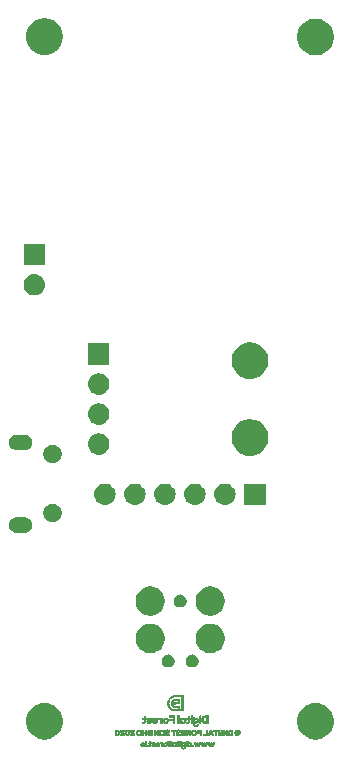
<source format=gbs>
G04 #@! TF.GenerationSoftware,KiCad,Pcbnew,(5.1.4)-1*
G04 #@! TF.CreationDate,2020-07-01T21:20:44+08:00*
G04 #@! TF.ProjectId,esp-break,6573702d-6272-4656-916b-2e6b69636164,rev?*
G04 #@! TF.SameCoordinates,Original*
G04 #@! TF.FileFunction,Soldermask,Bot*
G04 #@! TF.FilePolarity,Negative*
%FSLAX46Y46*%
G04 Gerber Fmt 4.6, Leading zero omitted, Abs format (unit mm)*
G04 Created by KiCad (PCBNEW (5.1.4)-1) date 2020-07-01 21:20:44*
%MOMM*%
%LPD*%
G04 APERTURE LIST*
%ADD10C,0.010000*%
%ADD11C,0.100000*%
G04 APERTURE END LIST*
D10*
G36*
X113418872Y-113950682D02*
G01*
X113357825Y-113971234D01*
X113311948Y-114010702D01*
X113282965Y-114063189D01*
X113272599Y-114122798D01*
X113282574Y-114183631D01*
X113314613Y-114239792D01*
X113329717Y-114255730D01*
X113376603Y-114282950D01*
X113435628Y-114294715D01*
X113494460Y-114289626D01*
X113524683Y-114277819D01*
X113569303Y-114237487D01*
X113597730Y-114179668D01*
X113606000Y-114122722D01*
X113521333Y-114122722D01*
X113510641Y-114166625D01*
X113483447Y-114197831D01*
X113447078Y-114212511D01*
X113408858Y-114206836D01*
X113388285Y-114192270D01*
X113366547Y-114154200D01*
X113364692Y-114110795D01*
X113379811Y-114070310D01*
X113408996Y-114041000D01*
X113445109Y-114031000D01*
X113478926Y-114043478D01*
X113506838Y-114074529D01*
X113520887Y-114114578D01*
X113521333Y-114122722D01*
X113606000Y-114122722D01*
X113594179Y-114053654D01*
X113561388Y-113999229D01*
X113511632Y-113963131D01*
X113448918Y-113949043D01*
X113418872Y-113950682D01*
X113418872Y-113950682D01*
G37*
X113418872Y-113950682D02*
X113357825Y-113971234D01*
X113311948Y-114010702D01*
X113282965Y-114063189D01*
X113272599Y-114122798D01*
X113282574Y-114183631D01*
X113314613Y-114239792D01*
X113329717Y-114255730D01*
X113376603Y-114282950D01*
X113435628Y-114294715D01*
X113494460Y-114289626D01*
X113524683Y-114277819D01*
X113569303Y-114237487D01*
X113597730Y-114179668D01*
X113606000Y-114122722D01*
X113521333Y-114122722D01*
X113510641Y-114166625D01*
X113483447Y-114197831D01*
X113447078Y-114212511D01*
X113408858Y-114206836D01*
X113388285Y-114192270D01*
X113366547Y-114154200D01*
X113364692Y-114110795D01*
X113379811Y-114070310D01*
X113408996Y-114041000D01*
X113445109Y-114031000D01*
X113478926Y-114043478D01*
X113506838Y-114074529D01*
X113520887Y-114114578D01*
X113521333Y-114122722D01*
X113606000Y-114122722D01*
X113594179Y-114053654D01*
X113561388Y-113999229D01*
X113511632Y-113963131D01*
X113448918Y-113949043D01*
X113418872Y-113950682D01*
G36*
X113679985Y-113830096D02*
G01*
X113670259Y-113851767D01*
X113669500Y-113868722D01*
X113674808Y-113901090D01*
X113693958Y-113914356D01*
X113698957Y-113915264D01*
X113730961Y-113909479D01*
X113745984Y-113898303D01*
X113758691Y-113866430D01*
X113749378Y-113838031D01*
X113722811Y-113822451D01*
X113707094Y-113822041D01*
X113679985Y-113830096D01*
X113679985Y-113830096D01*
G37*
X113679985Y-113830096D02*
X113670259Y-113851767D01*
X113669500Y-113868722D01*
X113674808Y-113901090D01*
X113693958Y-113914356D01*
X113698957Y-113915264D01*
X113730961Y-113909479D01*
X113745984Y-113898303D01*
X113758691Y-113866430D01*
X113749378Y-113838031D01*
X113722811Y-113822451D01*
X113707094Y-113822041D01*
X113679985Y-113830096D01*
G36*
X113662444Y-114285000D02*
G01*
X113747111Y-114285000D01*
X113747111Y-113946334D01*
X113662444Y-113946334D01*
X113662444Y-114285000D01*
X113662444Y-114285000D01*
G37*
X113662444Y-114285000D02*
X113747111Y-114285000D01*
X113747111Y-113946334D01*
X113662444Y-113946334D01*
X113662444Y-114285000D01*
G36*
X113825702Y-114208425D02*
G01*
X113806145Y-114241744D01*
X113809764Y-114271721D01*
X113831711Y-114291675D01*
X113867140Y-114294920D01*
X113884694Y-114289766D01*
X113899922Y-114270886D01*
X113900665Y-114240955D01*
X113888253Y-114212294D01*
X113875091Y-114200858D01*
X113846669Y-114194701D01*
X113825702Y-114208425D01*
X113825702Y-114208425D01*
G37*
X113825702Y-114208425D02*
X113806145Y-114241744D01*
X113809764Y-114271721D01*
X113831711Y-114291675D01*
X113867140Y-114294920D01*
X113884694Y-114289766D01*
X113899922Y-114270886D01*
X113900665Y-114240955D01*
X113888253Y-114212294D01*
X113875091Y-114200858D01*
X113846669Y-114194701D01*
X113825702Y-114208425D01*
G36*
X114045639Y-113876148D02*
G01*
X114043445Y-113908635D01*
X114043444Y-113910118D01*
X114041195Y-113943711D01*
X114029686Y-113957655D01*
X114001770Y-113960444D01*
X114001111Y-113960445D01*
X113970856Y-113964241D01*
X113959788Y-113980381D01*
X113958777Y-113995722D01*
X113963236Y-114020793D01*
X113982305Y-114030081D01*
X114001784Y-114031000D01*
X114044791Y-114031000D01*
X114040590Y-114119195D01*
X114037663Y-114167228D01*
X114032653Y-114193369D01*
X114022486Y-114203930D01*
X114004088Y-114205224D01*
X113998851Y-114204906D01*
X113968566Y-114209406D01*
X113953686Y-114233218D01*
X113952303Y-114238321D01*
X113947343Y-114266852D01*
X113948536Y-114279463D01*
X113971281Y-114288257D01*
X114008509Y-114292129D01*
X114046802Y-114290403D01*
X114067216Y-114285436D01*
X114097907Y-114264578D01*
X114116986Y-114229864D01*
X114126339Y-114176282D01*
X114128111Y-114123650D01*
X114128973Y-114073708D01*
X114132821Y-114045759D01*
X114141547Y-114033593D01*
X114156333Y-114031000D01*
X114178464Y-114022732D01*
X114184555Y-113995722D01*
X114177774Y-113967883D01*
X114157227Y-113960445D01*
X114136527Y-113952529D01*
X114126676Y-113924627D01*
X114125477Y-113914584D01*
X114118108Y-113881666D01*
X114099391Y-113867421D01*
X114082250Y-113864257D01*
X114056413Y-113863909D01*
X114045639Y-113876148D01*
X114045639Y-113876148D01*
G37*
X114045639Y-113876148D02*
X114043445Y-113908635D01*
X114043444Y-113910118D01*
X114041195Y-113943711D01*
X114029686Y-113957655D01*
X114001770Y-113960444D01*
X114001111Y-113960445D01*
X113970856Y-113964241D01*
X113959788Y-113980381D01*
X113958777Y-113995722D01*
X113963236Y-114020793D01*
X113982305Y-114030081D01*
X114001784Y-114031000D01*
X114044791Y-114031000D01*
X114040590Y-114119195D01*
X114037663Y-114167228D01*
X114032653Y-114193369D01*
X114022486Y-114203930D01*
X114004088Y-114205224D01*
X113998851Y-114204906D01*
X113968566Y-114209406D01*
X113953686Y-114233218D01*
X113952303Y-114238321D01*
X113947343Y-114266852D01*
X113948536Y-114279463D01*
X113971281Y-114288257D01*
X114008509Y-114292129D01*
X114046802Y-114290403D01*
X114067216Y-114285436D01*
X114097907Y-114264578D01*
X114116986Y-114229864D01*
X114126339Y-114176282D01*
X114128111Y-114123650D01*
X114128973Y-114073708D01*
X114132821Y-114045759D01*
X114141547Y-114033593D01*
X114156333Y-114031000D01*
X114178464Y-114022732D01*
X114184555Y-113995722D01*
X114177774Y-113967883D01*
X114157227Y-113960445D01*
X114136527Y-113952529D01*
X114126676Y-113924627D01*
X114125477Y-113914584D01*
X114118108Y-113881666D01*
X114099391Y-113867421D01*
X114082250Y-113864257D01*
X114056413Y-113863909D01*
X114045639Y-113876148D01*
G36*
X114318376Y-113947992D02*
G01*
X114277868Y-113956512D01*
X114246705Y-113971469D01*
X114230111Y-113991408D01*
X114233312Y-114014876D01*
X114247153Y-114030252D01*
X114271063Y-114039943D01*
X114297856Y-114030780D01*
X114331952Y-114021502D01*
X114366403Y-114024757D01*
X114390757Y-114038310D01*
X114396222Y-114051796D01*
X114383040Y-114068325D01*
X114347076Y-114080000D01*
X114343305Y-114080648D01*
X114280326Y-114094840D01*
X114239811Y-114114783D01*
X114216124Y-114143594D01*
X114211857Y-114153366D01*
X114206323Y-114203144D01*
X114223933Y-114249179D01*
X114260795Y-114281742D01*
X114263784Y-114283170D01*
X114311717Y-114295248D01*
X114370035Y-114297258D01*
X114422670Y-114288958D01*
X114431990Y-114285684D01*
X114471024Y-114261964D01*
X114485358Y-114234067D01*
X114477122Y-114210000D01*
X114463460Y-114196444D01*
X114445090Y-114194276D01*
X114412561Y-114203173D01*
X114400262Y-114207383D01*
X114348982Y-114219824D01*
X114314467Y-114216815D01*
X114299968Y-114198980D01*
X114300431Y-114188189D01*
X114317326Y-114169503D01*
X114355542Y-114157240D01*
X114356354Y-114157106D01*
X114422844Y-114137817D01*
X114464279Y-114105661D01*
X114480608Y-114060682D01*
X114480889Y-114052866D01*
X114471776Y-114007647D01*
X114443708Y-113975580D01*
X114406521Y-113956072D01*
X114363002Y-113947360D01*
X114318376Y-113947992D01*
X114318376Y-113947992D01*
G37*
X114318376Y-113947992D02*
X114277868Y-113956512D01*
X114246705Y-113971469D01*
X114230111Y-113991408D01*
X114233312Y-114014876D01*
X114247153Y-114030252D01*
X114271063Y-114039943D01*
X114297856Y-114030780D01*
X114331952Y-114021502D01*
X114366403Y-114024757D01*
X114390757Y-114038310D01*
X114396222Y-114051796D01*
X114383040Y-114068325D01*
X114347076Y-114080000D01*
X114343305Y-114080648D01*
X114280326Y-114094840D01*
X114239811Y-114114783D01*
X114216124Y-114143594D01*
X114211857Y-114153366D01*
X114206323Y-114203144D01*
X114223933Y-114249179D01*
X114260795Y-114281742D01*
X114263784Y-114283170D01*
X114311717Y-114295248D01*
X114370035Y-114297258D01*
X114422670Y-114288958D01*
X114431990Y-114285684D01*
X114471024Y-114261964D01*
X114485358Y-114234067D01*
X114477122Y-114210000D01*
X114463460Y-114196444D01*
X114445090Y-114194276D01*
X114412561Y-114203173D01*
X114400262Y-114207383D01*
X114348982Y-114219824D01*
X114314467Y-114216815D01*
X114299968Y-114198980D01*
X114300431Y-114188189D01*
X114317326Y-114169503D01*
X114355542Y-114157240D01*
X114356354Y-114157106D01*
X114422844Y-114137817D01*
X114464279Y-114105661D01*
X114480608Y-114060682D01*
X114480889Y-114052866D01*
X114471776Y-114007647D01*
X114443708Y-113975580D01*
X114406521Y-113956072D01*
X114363002Y-113947360D01*
X114318376Y-113947992D01*
G36*
X114646936Y-113951785D02*
G01*
X114592007Y-113973792D01*
X114554003Y-114017973D01*
X114531394Y-114085507D01*
X114529187Y-114098028D01*
X114519615Y-114158000D01*
X114650605Y-114158000D01*
X114711629Y-114158213D01*
X114748726Y-114159617D01*
X114766193Y-114163363D01*
X114768327Y-114170601D01*
X114759423Y-114182480D01*
X114756055Y-114186222D01*
X114720585Y-114207415D01*
X114673948Y-114214199D01*
X114630085Y-114205051D01*
X114622322Y-114200831D01*
X114595578Y-114197787D01*
X114576461Y-114210290D01*
X114555325Y-114235090D01*
X114557869Y-114254108D01*
X114585811Y-114272250D01*
X114600380Y-114278665D01*
X114672601Y-114296710D01*
X114742126Y-114291799D01*
X114780572Y-114277022D01*
X114825606Y-114237082D01*
X114853349Y-114177532D01*
X114861889Y-114109535D01*
X114852414Y-114056464D01*
X114759840Y-114056464D01*
X114752405Y-114067440D01*
X114719683Y-114072708D01*
X114693731Y-114073334D01*
X114652661Y-114070745D01*
X114626827Y-114064074D01*
X114622000Y-114058768D01*
X114633904Y-114040511D01*
X114663116Y-114030439D01*
X114699886Y-114028713D01*
X114734463Y-114035498D01*
X114757098Y-114050956D01*
X114759840Y-114056464D01*
X114852414Y-114056464D01*
X114849927Y-114042534D01*
X114815670Y-113991694D01*
X114761560Y-113959754D01*
X114720320Y-113950773D01*
X114646936Y-113951785D01*
X114646936Y-113951785D01*
G37*
X114646936Y-113951785D02*
X114592007Y-113973792D01*
X114554003Y-114017973D01*
X114531394Y-114085507D01*
X114529187Y-114098028D01*
X114519615Y-114158000D01*
X114650605Y-114158000D01*
X114711629Y-114158213D01*
X114748726Y-114159617D01*
X114766193Y-114163363D01*
X114768327Y-114170601D01*
X114759423Y-114182480D01*
X114756055Y-114186222D01*
X114720585Y-114207415D01*
X114673948Y-114214199D01*
X114630085Y-114205051D01*
X114622322Y-114200831D01*
X114595578Y-114197787D01*
X114576461Y-114210290D01*
X114555325Y-114235090D01*
X114557869Y-114254108D01*
X114585811Y-114272250D01*
X114600380Y-114278665D01*
X114672601Y-114296710D01*
X114742126Y-114291799D01*
X114780572Y-114277022D01*
X114825606Y-114237082D01*
X114853349Y-114177532D01*
X114861889Y-114109535D01*
X114852414Y-114056464D01*
X114759840Y-114056464D01*
X114752405Y-114067440D01*
X114719683Y-114072708D01*
X114693731Y-114073334D01*
X114652661Y-114070745D01*
X114626827Y-114064074D01*
X114622000Y-114058768D01*
X114633904Y-114040511D01*
X114663116Y-114030439D01*
X114699886Y-114028713D01*
X114734463Y-114035498D01*
X114757098Y-114050956D01*
X114759840Y-114056464D01*
X114852414Y-114056464D01*
X114849927Y-114042534D01*
X114815670Y-113991694D01*
X114761560Y-113959754D01*
X114720320Y-113950773D01*
X114646936Y-113951785D01*
G36*
X114925742Y-113952707D02*
G01*
X114899651Y-113963623D01*
X114882742Y-113981687D01*
X114884449Y-114004484D01*
X114890829Y-114019885D01*
X114906086Y-114045150D01*
X114924615Y-114048213D01*
X114940683Y-114042004D01*
X114972690Y-114034834D01*
X115005470Y-114047924D01*
X115009477Y-114050490D01*
X115027947Y-114064906D01*
X115038696Y-114082936D01*
X115043786Y-114111998D01*
X115045278Y-114159512D01*
X115045333Y-114179492D01*
X115045333Y-114285000D01*
X115130000Y-114285000D01*
X115130000Y-113959301D01*
X115077083Y-113959950D01*
X115025336Y-113958051D01*
X114974973Y-113952575D01*
X114974777Y-113952543D01*
X114925742Y-113952707D01*
X114925742Y-113952707D01*
G37*
X114925742Y-113952707D02*
X114899651Y-113963623D01*
X114882742Y-113981687D01*
X114884449Y-114004484D01*
X114890829Y-114019885D01*
X114906086Y-114045150D01*
X114924615Y-114048213D01*
X114940683Y-114042004D01*
X114972690Y-114034834D01*
X115005470Y-114047924D01*
X115009477Y-114050490D01*
X115027947Y-114064906D01*
X115038696Y-114082936D01*
X115043786Y-114111998D01*
X115045278Y-114159512D01*
X115045333Y-114179492D01*
X115045333Y-114285000D01*
X115130000Y-114285000D01*
X115130000Y-113959301D01*
X115077083Y-113959950D01*
X115025336Y-113958051D01*
X114974973Y-113952575D01*
X114974777Y-113952543D01*
X114925742Y-113952707D01*
G36*
X115323872Y-113950682D02*
G01*
X115262825Y-113971234D01*
X115216948Y-114010702D01*
X115187965Y-114063189D01*
X115177599Y-114122798D01*
X115187574Y-114183631D01*
X115219613Y-114239792D01*
X115234717Y-114255730D01*
X115281603Y-114282950D01*
X115340628Y-114294715D01*
X115399460Y-114289626D01*
X115429683Y-114277819D01*
X115474303Y-114237487D01*
X115502730Y-114179668D01*
X115511000Y-114122722D01*
X115426333Y-114122722D01*
X115415641Y-114166625D01*
X115388447Y-114197831D01*
X115352078Y-114212511D01*
X115313858Y-114206836D01*
X115293285Y-114192270D01*
X115271547Y-114154200D01*
X115269692Y-114110795D01*
X115284811Y-114070310D01*
X115313996Y-114041000D01*
X115350109Y-114031000D01*
X115383926Y-114043478D01*
X115411838Y-114074529D01*
X115425887Y-114114578D01*
X115426333Y-114122722D01*
X115511000Y-114122722D01*
X115499179Y-114053654D01*
X115466388Y-113999229D01*
X115416632Y-113963131D01*
X115353918Y-113949043D01*
X115323872Y-113950682D01*
X115323872Y-113950682D01*
G37*
X115323872Y-113950682D02*
X115262825Y-113971234D01*
X115216948Y-114010702D01*
X115187965Y-114063189D01*
X115177599Y-114122798D01*
X115187574Y-114183631D01*
X115219613Y-114239792D01*
X115234717Y-114255730D01*
X115281603Y-114282950D01*
X115340628Y-114294715D01*
X115399460Y-114289626D01*
X115429683Y-114277819D01*
X115474303Y-114237487D01*
X115502730Y-114179668D01*
X115511000Y-114122722D01*
X115426333Y-114122722D01*
X115415641Y-114166625D01*
X115388447Y-114197831D01*
X115352078Y-114212511D01*
X115313858Y-114206836D01*
X115293285Y-114192270D01*
X115271547Y-114154200D01*
X115269692Y-114110795D01*
X115284811Y-114070310D01*
X115313996Y-114041000D01*
X115350109Y-114031000D01*
X115383926Y-114043478D01*
X115411838Y-114074529D01*
X115425887Y-114114578D01*
X115426333Y-114122722D01*
X115511000Y-114122722D01*
X115499179Y-114053654D01*
X115466388Y-113999229D01*
X115416632Y-113963131D01*
X115353918Y-113949043D01*
X115323872Y-113950682D01*
G36*
X115530352Y-113818747D02*
G01*
X115505067Y-113835988D01*
X115505398Y-113864278D01*
X115509193Y-113872402D01*
X115530242Y-113892831D01*
X115561390Y-113893151D01*
X115596496Y-113894558D01*
X115611062Y-113905596D01*
X115623541Y-113936901D01*
X115611693Y-113954755D01*
X115574663Y-113960445D01*
X115574500Y-113960445D01*
X115541053Y-113963128D01*
X115527370Y-113975004D01*
X115525111Y-113994828D01*
X115530148Y-114019494D01*
X115550708Y-114030731D01*
X115570972Y-114033634D01*
X115616833Y-114038056D01*
X115624987Y-114285000D01*
X115708555Y-114285000D01*
X115708555Y-114158000D01*
X115709027Y-114097661D01*
X115711237Y-114060167D01*
X115716380Y-114040147D01*
X115725650Y-114032230D01*
X115736777Y-114031000D01*
X115758908Y-114022732D01*
X115765000Y-113995722D01*
X115758075Y-113967731D01*
X115738348Y-113960445D01*
X115716665Y-113950557D01*
X115703768Y-113917886D01*
X115702794Y-113912993D01*
X115680843Y-113858361D01*
X115640134Y-113824654D01*
X115581949Y-113812923D01*
X115580813Y-113812919D01*
X115530352Y-113818747D01*
X115530352Y-113818747D01*
G37*
X115530352Y-113818747D02*
X115505067Y-113835988D01*
X115505398Y-113864278D01*
X115509193Y-113872402D01*
X115530242Y-113892831D01*
X115561390Y-113893151D01*
X115596496Y-113894558D01*
X115611062Y-113905596D01*
X115623541Y-113936901D01*
X115611693Y-113954755D01*
X115574663Y-113960445D01*
X115574500Y-113960445D01*
X115541053Y-113963128D01*
X115527370Y-113975004D01*
X115525111Y-113994828D01*
X115530148Y-114019494D01*
X115550708Y-114030731D01*
X115570972Y-114033634D01*
X115616833Y-114038056D01*
X115624987Y-114285000D01*
X115708555Y-114285000D01*
X115708555Y-114158000D01*
X115709027Y-114097661D01*
X115711237Y-114060167D01*
X115716380Y-114040147D01*
X115725650Y-114032230D01*
X115736777Y-114031000D01*
X115758908Y-114022732D01*
X115765000Y-113995722D01*
X115758075Y-113967731D01*
X115738348Y-113960445D01*
X115716665Y-113950557D01*
X115703768Y-113917886D01*
X115702794Y-113912993D01*
X115680843Y-113858361D01*
X115640134Y-113824654D01*
X115581949Y-113812923D01*
X115580813Y-113812919D01*
X115530352Y-113818747D01*
G36*
X115793222Y-114285000D02*
G01*
X115877889Y-114285000D01*
X115877889Y-113819334D01*
X115793222Y-113819334D01*
X115793222Y-114285000D01*
X115793222Y-114285000D01*
G37*
X115793222Y-114285000D02*
X115877889Y-114285000D01*
X115877889Y-113819334D01*
X115793222Y-113819334D01*
X115793222Y-114285000D01*
G36*
X116068348Y-113958131D02*
G01*
X116050362Y-113968300D01*
X116027677Y-113979668D01*
X116019000Y-113975356D01*
X116006741Y-113964887D01*
X115977204Y-113960446D01*
X115976666Y-113960445D01*
X115934333Y-113960445D01*
X115934333Y-114285000D01*
X115976666Y-114285000D01*
X116006386Y-114280682D01*
X116018996Y-114270278D01*
X116019000Y-114270089D01*
X116028508Y-114265963D01*
X116050362Y-114277144D01*
X116096793Y-114294881D01*
X116153976Y-114295996D01*
X116198827Y-114284593D01*
X116239721Y-114254130D01*
X116268705Y-114205131D01*
X116283694Y-114145521D01*
X116283032Y-114107735D01*
X116199163Y-114107735D01*
X116195581Y-114150679D01*
X116174595Y-114186094D01*
X116141066Y-114208876D01*
X116099856Y-114213923D01*
X116055827Y-114196134D01*
X116054152Y-114194931D01*
X116034790Y-114165701D01*
X116027465Y-114123106D01*
X116032887Y-114079629D01*
X116046128Y-114053485D01*
X116078184Y-114034334D01*
X116120328Y-114031561D01*
X116160262Y-114044353D01*
X116180477Y-114062362D01*
X116199163Y-114107735D01*
X116283032Y-114107735D01*
X116282602Y-114083221D01*
X116265705Y-114030538D01*
X116229061Y-113985926D01*
X116178343Y-113957365D01*
X116121966Y-113947289D01*
X116068348Y-113958131D01*
X116068348Y-113958131D01*
G37*
X116068348Y-113958131D02*
X116050362Y-113968300D01*
X116027677Y-113979668D01*
X116019000Y-113975356D01*
X116006741Y-113964887D01*
X115977204Y-113960446D01*
X115976666Y-113960445D01*
X115934333Y-113960445D01*
X115934333Y-114285000D01*
X115976666Y-114285000D01*
X116006386Y-114280682D01*
X116018996Y-114270278D01*
X116019000Y-114270089D01*
X116028508Y-114265963D01*
X116050362Y-114277144D01*
X116096793Y-114294881D01*
X116153976Y-114295996D01*
X116198827Y-114284593D01*
X116239721Y-114254130D01*
X116268705Y-114205131D01*
X116283694Y-114145521D01*
X116283032Y-114107735D01*
X116199163Y-114107735D01*
X116195581Y-114150679D01*
X116174595Y-114186094D01*
X116141066Y-114208876D01*
X116099856Y-114213923D01*
X116055827Y-114196134D01*
X116054152Y-114194931D01*
X116034790Y-114165701D01*
X116027465Y-114123106D01*
X116032887Y-114079629D01*
X116046128Y-114053485D01*
X116078184Y-114034334D01*
X116120328Y-114031561D01*
X116160262Y-114044353D01*
X116180477Y-114062362D01*
X116199163Y-114107735D01*
X116283032Y-114107735D01*
X116282602Y-114083221D01*
X116265705Y-114030538D01*
X116229061Y-113985926D01*
X116178343Y-113957365D01*
X116121966Y-113947289D01*
X116068348Y-113958131D01*
G36*
X116420040Y-113874400D02*
G01*
X116411501Y-113907286D01*
X116411477Y-113907528D01*
X116404636Y-113939855D01*
X116386239Y-113953780D01*
X116361194Y-113957811D01*
X116328943Y-113964697D01*
X116316599Y-113981302D01*
X116315333Y-113996616D01*
X116319187Y-114019901D01*
X116336247Y-114029428D01*
X116364722Y-114031000D01*
X116414111Y-114031000D01*
X116414111Y-114106883D01*
X116408543Y-114166144D01*
X116392128Y-114200605D01*
X116365294Y-114209567D01*
X116352990Y-114206350D01*
X116333482Y-114208618D01*
X116321285Y-114234985D01*
X116316438Y-114264440D01*
X116318195Y-114278455D01*
X116342615Y-114288338D01*
X116380991Y-114291876D01*
X116419672Y-114288580D01*
X116438061Y-114282767D01*
X116470577Y-114250902D01*
X116490951Y-114194707D01*
X116498713Y-114115548D01*
X116498777Y-114106506D01*
X116500072Y-114062399D01*
X116505641Y-114039701D01*
X116518011Y-114031648D01*
X116527000Y-114031000D01*
X116549131Y-114022732D01*
X116555222Y-113995722D01*
X116548607Y-113968059D01*
X116527000Y-113960445D01*
X116506049Y-113953491D01*
X116498959Y-113927953D01*
X116498777Y-113919621D01*
X116488836Y-113882246D01*
X116458388Y-113863937D01*
X116435017Y-113861667D01*
X116420040Y-113874400D01*
X116420040Y-113874400D01*
G37*
X116420040Y-113874400D02*
X116411501Y-113907286D01*
X116411477Y-113907528D01*
X116404636Y-113939855D01*
X116386239Y-113953780D01*
X116361194Y-113957811D01*
X116328943Y-113964697D01*
X116316599Y-113981302D01*
X116315333Y-113996616D01*
X116319187Y-114019901D01*
X116336247Y-114029428D01*
X116364722Y-114031000D01*
X116414111Y-114031000D01*
X116414111Y-114106883D01*
X116408543Y-114166144D01*
X116392128Y-114200605D01*
X116365294Y-114209567D01*
X116352990Y-114206350D01*
X116333482Y-114208618D01*
X116321285Y-114234985D01*
X116316438Y-114264440D01*
X116318195Y-114278455D01*
X116342615Y-114288338D01*
X116380991Y-114291876D01*
X116419672Y-114288580D01*
X116438061Y-114282767D01*
X116470577Y-114250902D01*
X116490951Y-114194707D01*
X116498713Y-114115548D01*
X116498777Y-114106506D01*
X116500072Y-114062399D01*
X116505641Y-114039701D01*
X116518011Y-114031648D01*
X116527000Y-114031000D01*
X116549131Y-114022732D01*
X116555222Y-113995722D01*
X116548607Y-113968059D01*
X116527000Y-113960445D01*
X116506049Y-113953491D01*
X116498959Y-113927953D01*
X116498777Y-113919621D01*
X116488836Y-113882246D01*
X116458388Y-113863937D01*
X116435017Y-113861667D01*
X116420040Y-113874400D01*
G36*
X116598432Y-113833221D02*
G01*
X116586000Y-113851761D01*
X116590672Y-113883827D01*
X116610879Y-113909852D01*
X116632833Y-113918111D01*
X116656160Y-113908237D01*
X116667548Y-113897622D01*
X116681933Y-113864992D01*
X116671469Y-113839026D01*
X116639528Y-113826647D01*
X116632833Y-113826389D01*
X116598432Y-113833221D01*
X116598432Y-113833221D01*
G37*
X116598432Y-113833221D02*
X116586000Y-113851761D01*
X116590672Y-113883827D01*
X116610879Y-113909852D01*
X116632833Y-113918111D01*
X116656160Y-113908237D01*
X116667548Y-113897622D01*
X116681933Y-113864992D01*
X116671469Y-113839026D01*
X116639528Y-113826647D01*
X116632833Y-113826389D01*
X116598432Y-113833221D01*
G36*
X116586524Y-114119195D02*
G01*
X116582549Y-114285000D01*
X116683118Y-114285000D01*
X116679142Y-114119195D01*
X116675166Y-113953389D01*
X116590500Y-113953389D01*
X116586524Y-114119195D01*
X116586524Y-114119195D01*
G37*
X116586524Y-114119195D02*
X116582549Y-114285000D01*
X116683118Y-114285000D01*
X116679142Y-114119195D01*
X116675166Y-113953389D01*
X116590500Y-113953389D01*
X116586524Y-114119195D01*
G36*
X116749112Y-113946346D02*
G01*
X116736072Y-113992536D01*
X116728669Y-114065003D01*
X116728358Y-114071257D01*
X116726799Y-114129719D01*
X116729540Y-114167505D01*
X116737707Y-114191982D01*
X116749171Y-114207212D01*
X116766578Y-114228662D01*
X116763914Y-114244353D01*
X116749811Y-114259744D01*
X116731180Y-114295271D01*
X116724905Y-114344573D01*
X116731200Y-114395952D01*
X116746653Y-114432607D01*
X116787617Y-114471040D01*
X116843857Y-114491046D01*
X116908077Y-114491142D01*
X116960003Y-114476013D01*
X116996108Y-114450436D01*
X117027790Y-114412007D01*
X117046843Y-114371756D01*
X117049111Y-114356256D01*
X117038474Y-114342850D01*
X117012364Y-114342301D01*
X116979484Y-114352908D01*
X116948536Y-114372966D01*
X116944560Y-114376722D01*
X116905543Y-114402661D01*
X116865640Y-114409084D01*
X116832046Y-114397426D01*
X116811956Y-114369122D01*
X116809222Y-114349732D01*
X116816509Y-114316811D01*
X116841533Y-114295510D01*
X116889039Y-114282168D01*
X116898909Y-114280548D01*
X116964872Y-114261532D01*
X117009521Y-114226505D01*
X117036526Y-114172579D01*
X117036650Y-114172168D01*
X117044963Y-114107217D01*
X116962511Y-114107217D01*
X116955148Y-114147559D01*
X116936222Y-114172111D01*
X116896581Y-114196756D01*
X116856616Y-114195067D01*
X116831397Y-114178159D01*
X116815092Y-114146620D01*
X116809774Y-114104359D01*
X116815995Y-114065068D01*
X116826155Y-114047934D01*
X116859594Y-114032057D01*
X116900203Y-114034559D01*
X116935203Y-114053854D01*
X116942477Y-114062362D01*
X116962511Y-114107217D01*
X117044963Y-114107217D01*
X117045661Y-114101771D01*
X117030971Y-114039873D01*
X116995795Y-113990798D01*
X116943349Y-113958868D01*
X116876848Y-113948408D01*
X116870441Y-113948659D01*
X116828436Y-113946786D01*
X116796499Y-113938170D01*
X116791174Y-113934811D01*
X116767557Y-113926937D01*
X116749112Y-113946346D01*
X116749112Y-113946346D01*
G37*
X116749112Y-113946346D02*
X116736072Y-113992536D01*
X116728669Y-114065003D01*
X116728358Y-114071257D01*
X116726799Y-114129719D01*
X116729540Y-114167505D01*
X116737707Y-114191982D01*
X116749171Y-114207212D01*
X116766578Y-114228662D01*
X116763914Y-114244353D01*
X116749811Y-114259744D01*
X116731180Y-114295271D01*
X116724905Y-114344573D01*
X116731200Y-114395952D01*
X116746653Y-114432607D01*
X116787617Y-114471040D01*
X116843857Y-114491046D01*
X116908077Y-114491142D01*
X116960003Y-114476013D01*
X116996108Y-114450436D01*
X117027790Y-114412007D01*
X117046843Y-114371756D01*
X117049111Y-114356256D01*
X117038474Y-114342850D01*
X117012364Y-114342301D01*
X116979484Y-114352908D01*
X116948536Y-114372966D01*
X116944560Y-114376722D01*
X116905543Y-114402661D01*
X116865640Y-114409084D01*
X116832046Y-114397426D01*
X116811956Y-114369122D01*
X116809222Y-114349732D01*
X116816509Y-114316811D01*
X116841533Y-114295510D01*
X116889039Y-114282168D01*
X116898909Y-114280548D01*
X116964872Y-114261532D01*
X117009521Y-114226505D01*
X117036526Y-114172579D01*
X117036650Y-114172168D01*
X117044963Y-114107217D01*
X116962511Y-114107217D01*
X116955148Y-114147559D01*
X116936222Y-114172111D01*
X116896581Y-114196756D01*
X116856616Y-114195067D01*
X116831397Y-114178159D01*
X116815092Y-114146620D01*
X116809774Y-114104359D01*
X116815995Y-114065068D01*
X116826155Y-114047934D01*
X116859594Y-114032057D01*
X116900203Y-114034559D01*
X116935203Y-114053854D01*
X116942477Y-114062362D01*
X116962511Y-114107217D01*
X117044963Y-114107217D01*
X117045661Y-114101771D01*
X117030971Y-114039873D01*
X116995795Y-113990798D01*
X116943349Y-113958868D01*
X116876848Y-113948408D01*
X116870441Y-113948659D01*
X116828436Y-113946786D01*
X116796499Y-113938170D01*
X116791174Y-113934811D01*
X116767557Y-113926937D01*
X116749112Y-113946346D01*
G36*
X117108985Y-113830096D02*
G01*
X117099259Y-113851767D01*
X117098500Y-113868722D01*
X117103808Y-113901090D01*
X117122958Y-113914356D01*
X117127957Y-113915264D01*
X117159961Y-113909479D01*
X117174984Y-113898303D01*
X117187691Y-113866430D01*
X117178378Y-113838031D01*
X117151811Y-113822451D01*
X117136094Y-113822041D01*
X117108985Y-113830096D01*
X117108985Y-113830096D01*
G37*
X117108985Y-113830096D02*
X117099259Y-113851767D01*
X117098500Y-113868722D01*
X117103808Y-113901090D01*
X117122958Y-113914356D01*
X117127957Y-113915264D01*
X117159961Y-113909479D01*
X117174984Y-113898303D01*
X117187691Y-113866430D01*
X117178378Y-113838031D01*
X117151811Y-113822451D01*
X117136094Y-113822041D01*
X117108985Y-113830096D01*
G36*
X117091444Y-114285000D02*
G01*
X117176111Y-114285000D01*
X117176111Y-113946334D01*
X117091444Y-113946334D01*
X117091444Y-114285000D01*
X117091444Y-114285000D01*
G37*
X117091444Y-114285000D02*
X117176111Y-114285000D01*
X117176111Y-113946334D01*
X117091444Y-113946334D01*
X117091444Y-114285000D01*
G36*
X117246666Y-114285000D02*
G01*
X117281944Y-114285000D01*
X117308461Y-114280047D01*
X117317222Y-114270527D01*
X117327895Y-114266132D01*
X117354985Y-114275637D01*
X117358855Y-114277582D01*
X117416631Y-114296987D01*
X117471080Y-114290696D01*
X117510349Y-114271591D01*
X117551267Y-114240005D01*
X117574599Y-114201950D01*
X117584327Y-114149123D01*
X117584765Y-114134342D01*
X117500120Y-114134342D01*
X117486162Y-114174742D01*
X117469304Y-114192478D01*
X117424450Y-114212511D01*
X117384108Y-114205148D01*
X117359555Y-114186222D01*
X117336024Y-114147819D01*
X117334196Y-114107947D01*
X117349477Y-114071862D01*
X117377268Y-114044821D01*
X117412975Y-114032082D01*
X117451999Y-114038900D01*
X117474861Y-114054354D01*
X117496511Y-114090272D01*
X117500120Y-114134342D01*
X117584765Y-114134342D01*
X117585333Y-114115183D01*
X117582803Y-114067887D01*
X117571664Y-114035207D01*
X117546592Y-114003732D01*
X117537355Y-113994311D01*
X117485879Y-113956816D01*
X117430422Y-113945933D01*
X117367529Y-113960095D01*
X117346806Y-113966786D01*
X117336039Y-113962673D01*
X117331969Y-113942038D01*
X117331333Y-113899160D01*
X117331333Y-113896595D01*
X117330613Y-113852353D01*
X117325910Y-113829369D01*
X117313410Y-113820684D01*
X117289297Y-113819334D01*
X117246666Y-113819334D01*
X117246666Y-114285000D01*
X117246666Y-114285000D01*
G37*
X117246666Y-114285000D02*
X117281944Y-114285000D01*
X117308461Y-114280047D01*
X117317222Y-114270527D01*
X117327895Y-114266132D01*
X117354985Y-114275637D01*
X117358855Y-114277582D01*
X117416631Y-114296987D01*
X117471080Y-114290696D01*
X117510349Y-114271591D01*
X117551267Y-114240005D01*
X117574599Y-114201950D01*
X117584327Y-114149123D01*
X117584765Y-114134342D01*
X117500120Y-114134342D01*
X117486162Y-114174742D01*
X117469304Y-114192478D01*
X117424450Y-114212511D01*
X117384108Y-114205148D01*
X117359555Y-114186222D01*
X117336024Y-114147819D01*
X117334196Y-114107947D01*
X117349477Y-114071862D01*
X117377268Y-114044821D01*
X117412975Y-114032082D01*
X117451999Y-114038900D01*
X117474861Y-114054354D01*
X117496511Y-114090272D01*
X117500120Y-114134342D01*
X117584765Y-114134342D01*
X117585333Y-114115183D01*
X117582803Y-114067887D01*
X117571664Y-114035207D01*
X117546592Y-114003732D01*
X117537355Y-113994311D01*
X117485879Y-113956816D01*
X117430422Y-113945933D01*
X117367529Y-113960095D01*
X117346806Y-113966786D01*
X117336039Y-113962673D01*
X117331969Y-113942038D01*
X117331333Y-113899160D01*
X117331333Y-113896595D01*
X117330613Y-113852353D01*
X117325910Y-113829369D01*
X117313410Y-113820684D01*
X117289297Y-113819334D01*
X117246666Y-113819334D01*
X117246666Y-114285000D01*
G36*
X117668198Y-114203879D02*
G01*
X117657140Y-114220263D01*
X117655889Y-114241157D01*
X117663296Y-114275527D01*
X117678209Y-114290546D01*
X117700860Y-114297843D01*
X117715715Y-114292801D01*
X117733303Y-114276125D01*
X117748402Y-114250007D01*
X117748422Y-114232638D01*
X117741382Y-114211014D01*
X117740555Y-114206235D01*
X117728268Y-114202088D01*
X117698671Y-114200334D01*
X117698222Y-114200334D01*
X117668198Y-114203879D01*
X117668198Y-114203879D01*
G37*
X117668198Y-114203879D02*
X117657140Y-114220263D01*
X117655889Y-114241157D01*
X117663296Y-114275527D01*
X117678209Y-114290546D01*
X117700860Y-114297843D01*
X117715715Y-114292801D01*
X117733303Y-114276125D01*
X117748402Y-114250007D01*
X117748422Y-114232638D01*
X117741382Y-114211014D01*
X117740555Y-114206235D01*
X117728268Y-114202088D01*
X117698671Y-114200334D01*
X117698222Y-114200334D01*
X117668198Y-114203879D01*
G36*
X117826251Y-113963239D02*
G01*
X117811296Y-113970060D01*
X117811111Y-113971001D01*
X117815333Y-113987883D01*
X117826790Y-114025682D01*
X117843672Y-114078583D01*
X117861666Y-114133279D01*
X117912222Y-114285000D01*
X118019643Y-114285000D01*
X118044896Y-114191711D01*
X118070148Y-114098422D01*
X118097954Y-114191711D01*
X118113146Y-114240714D01*
X118125400Y-114268602D01*
X118139768Y-114281326D01*
X118161301Y-114284838D01*
X118177128Y-114285000D01*
X118228496Y-114285000D01*
X118281084Y-114133306D01*
X118302005Y-114072022D01*
X118318938Y-114020641D01*
X118330019Y-113984940D01*
X118333447Y-113971028D01*
X118320928Y-113963829D01*
X118290732Y-113960476D01*
X118287185Y-113960445D01*
X118262727Y-113961825D01*
X118246692Y-113969934D01*
X118234539Y-113990721D01*
X118221725Y-114030139D01*
X118214489Y-114055695D01*
X118200168Y-114105099D01*
X118188005Y-114143921D01*
X118180581Y-114163935D01*
X118180479Y-114164123D01*
X118173574Y-114158051D01*
X118161785Y-114130204D01*
X118147351Y-114086115D01*
X118143363Y-114072401D01*
X118127693Y-114019487D01*
X118115354Y-113988206D01*
X118102506Y-113972899D01*
X118085305Y-113967904D01*
X118072166Y-113967500D01*
X118050867Y-113969165D01*
X118035990Y-113977911D01*
X118023708Y-113999360D01*
X118010192Y-114039138D01*
X118000132Y-114073334D01*
X117984838Y-114123561D01*
X117972956Y-114151239D01*
X117962437Y-114155332D01*
X117951230Y-114134806D01*
X117937285Y-114088624D01*
X117923291Y-114034528D01*
X117911317Y-113991765D01*
X117899394Y-113969723D01*
X117881482Y-113961567D01*
X117857832Y-113960445D01*
X117826251Y-113963239D01*
X117826251Y-113963239D01*
G37*
X117826251Y-113963239D02*
X117811296Y-113970060D01*
X117811111Y-113971001D01*
X117815333Y-113987883D01*
X117826790Y-114025682D01*
X117843672Y-114078583D01*
X117861666Y-114133279D01*
X117912222Y-114285000D01*
X118019643Y-114285000D01*
X118044896Y-114191711D01*
X118070148Y-114098422D01*
X118097954Y-114191711D01*
X118113146Y-114240714D01*
X118125400Y-114268602D01*
X118139768Y-114281326D01*
X118161301Y-114284838D01*
X118177128Y-114285000D01*
X118228496Y-114285000D01*
X118281084Y-114133306D01*
X118302005Y-114072022D01*
X118318938Y-114020641D01*
X118330019Y-113984940D01*
X118333447Y-113971028D01*
X118320928Y-113963829D01*
X118290732Y-113960476D01*
X118287185Y-113960445D01*
X118262727Y-113961825D01*
X118246692Y-113969934D01*
X118234539Y-113990721D01*
X118221725Y-114030139D01*
X118214489Y-114055695D01*
X118200168Y-114105099D01*
X118188005Y-114143921D01*
X118180581Y-114163935D01*
X118180479Y-114164123D01*
X118173574Y-114158051D01*
X118161785Y-114130204D01*
X118147351Y-114086115D01*
X118143363Y-114072401D01*
X118127693Y-114019487D01*
X118115354Y-113988206D01*
X118102506Y-113972899D01*
X118085305Y-113967904D01*
X118072166Y-113967500D01*
X118050867Y-113969165D01*
X118035990Y-113977911D01*
X118023708Y-113999360D01*
X118010192Y-114039138D01*
X118000132Y-114073334D01*
X117984838Y-114123561D01*
X117972956Y-114151239D01*
X117962437Y-114155332D01*
X117951230Y-114134806D01*
X117937285Y-114088624D01*
X117923291Y-114034528D01*
X117911317Y-113991765D01*
X117899394Y-113969723D01*
X117881482Y-113961567D01*
X117857832Y-113960445D01*
X117826251Y-113963239D01*
G36*
X118851547Y-113961565D02*
G01*
X118835208Y-113968732D01*
X118822822Y-113987655D01*
X118810063Y-114024039D01*
X118798654Y-114062750D01*
X118783922Y-114113700D01*
X118772287Y-114154164D01*
X118765973Y-114176407D01*
X118765625Y-114177684D01*
X118760061Y-114173829D01*
X118748707Y-114142462D01*
X118731595Y-114083685D01*
X118714674Y-114020417D01*
X118702582Y-113982635D01*
X118687875Y-113965176D01*
X118663408Y-113960508D01*
X118657777Y-113960445D01*
X118630946Y-113963690D01*
X118615087Y-113978449D01*
X118603055Y-114012254D01*
X118600881Y-114020417D01*
X118579395Y-114100054D01*
X118563642Y-114152358D01*
X118553654Y-114177228D01*
X118549930Y-114177684D01*
X118544595Y-114158804D01*
X118533610Y-114120555D01*
X118519197Y-114070673D01*
X118516901Y-114062750D01*
X118501324Y-114010821D01*
X118489131Y-113980333D01*
X118476003Y-113965578D01*
X118457620Y-113960848D01*
X118439482Y-113960445D01*
X118391715Y-113960445D01*
X118444862Y-114119195D01*
X118498008Y-114277945D01*
X118553073Y-114277945D01*
X118585053Y-114276674D01*
X118603648Y-114268350D01*
X118615700Y-114246201D01*
X118627944Y-114203861D01*
X118640340Y-114162956D01*
X118651294Y-114136050D01*
X118656474Y-114129778D01*
X118664788Y-114142134D01*
X118676985Y-114173963D01*
X118686211Y-114203861D01*
X118699563Y-114246645D01*
X118712795Y-114269264D01*
X118732697Y-114278918D01*
X118760225Y-114282331D01*
X118801812Y-114280687D01*
X118820116Y-114268220D01*
X118827246Y-114247800D01*
X118841144Y-114207033D01*
X118859630Y-114152337D01*
X118875514Y-114105084D01*
X118924021Y-113960445D01*
X118876164Y-113960445D01*
X118851547Y-113961565D01*
X118851547Y-113961565D01*
G37*
X118851547Y-113961565D02*
X118835208Y-113968732D01*
X118822822Y-113987655D01*
X118810063Y-114024039D01*
X118798654Y-114062750D01*
X118783922Y-114113700D01*
X118772287Y-114154164D01*
X118765973Y-114176407D01*
X118765625Y-114177684D01*
X118760061Y-114173829D01*
X118748707Y-114142462D01*
X118731595Y-114083685D01*
X118714674Y-114020417D01*
X118702582Y-113982635D01*
X118687875Y-113965176D01*
X118663408Y-113960508D01*
X118657777Y-113960445D01*
X118630946Y-113963690D01*
X118615087Y-113978449D01*
X118603055Y-114012254D01*
X118600881Y-114020417D01*
X118579395Y-114100054D01*
X118563642Y-114152358D01*
X118553654Y-114177228D01*
X118549930Y-114177684D01*
X118544595Y-114158804D01*
X118533610Y-114120555D01*
X118519197Y-114070673D01*
X118516901Y-114062750D01*
X118501324Y-114010821D01*
X118489131Y-113980333D01*
X118476003Y-113965578D01*
X118457620Y-113960848D01*
X118439482Y-113960445D01*
X118391715Y-113960445D01*
X118444862Y-114119195D01*
X118498008Y-114277945D01*
X118553073Y-114277945D01*
X118585053Y-114276674D01*
X118603648Y-114268350D01*
X118615700Y-114246201D01*
X118627944Y-114203861D01*
X118640340Y-114162956D01*
X118651294Y-114136050D01*
X118656474Y-114129778D01*
X118664788Y-114142134D01*
X118676985Y-114173963D01*
X118686211Y-114203861D01*
X118699563Y-114246645D01*
X118712795Y-114269264D01*
X118732697Y-114278918D01*
X118760225Y-114282331D01*
X118801812Y-114280687D01*
X118820116Y-114268220D01*
X118827246Y-114247800D01*
X118841144Y-114207033D01*
X118859630Y-114152337D01*
X118875514Y-114105084D01*
X118924021Y-113960445D01*
X118876164Y-113960445D01*
X118851547Y-113961565D01*
G36*
X118997473Y-113963239D02*
G01*
X118982518Y-113970060D01*
X118982333Y-113971001D01*
X118986555Y-113987883D01*
X118998013Y-114025682D01*
X119014895Y-114078583D01*
X119032889Y-114133279D01*
X119083444Y-114285000D01*
X119190500Y-114285000D01*
X119242678Y-114102808D01*
X119296982Y-114285000D01*
X119403333Y-114285000D01*
X119453889Y-114133279D01*
X119474057Y-114071870D01*
X119490404Y-114020420D01*
X119501116Y-113984746D01*
X119504444Y-113971001D01*
X119492091Y-113963824D01*
X119461992Y-113960477D01*
X119458407Y-113960445D01*
X119433949Y-113961825D01*
X119417915Y-113969934D01*
X119405761Y-113990721D01*
X119392947Y-114030139D01*
X119385711Y-114055695D01*
X119371390Y-114105099D01*
X119359228Y-114143921D01*
X119351804Y-114163935D01*
X119351701Y-114164123D01*
X119344796Y-114158051D01*
X119333008Y-114130204D01*
X119318573Y-114086115D01*
X119314585Y-114072401D01*
X119298915Y-114019487D01*
X119286576Y-113988206D01*
X119273728Y-113972899D01*
X119256527Y-113967904D01*
X119243389Y-113967500D01*
X119222089Y-113969165D01*
X119207212Y-113977911D01*
X119194930Y-113999360D01*
X119181414Y-114039138D01*
X119171354Y-114073334D01*
X119156060Y-114123561D01*
X119144179Y-114151239D01*
X119133659Y-114155332D01*
X119122452Y-114134806D01*
X119108507Y-114088624D01*
X119094513Y-114034528D01*
X119082539Y-113991765D01*
X119070616Y-113969723D01*
X119052704Y-113961567D01*
X119029054Y-113960445D01*
X118997473Y-113963239D01*
X118997473Y-113963239D01*
G37*
X118997473Y-113963239D02*
X118982518Y-113970060D01*
X118982333Y-113971001D01*
X118986555Y-113987883D01*
X118998013Y-114025682D01*
X119014895Y-114078583D01*
X119032889Y-114133279D01*
X119083444Y-114285000D01*
X119190500Y-114285000D01*
X119242678Y-114102808D01*
X119296982Y-114285000D01*
X119403333Y-114285000D01*
X119453889Y-114133279D01*
X119474057Y-114071870D01*
X119490404Y-114020420D01*
X119501116Y-113984746D01*
X119504444Y-113971001D01*
X119492091Y-113963824D01*
X119461992Y-113960477D01*
X119458407Y-113960445D01*
X119433949Y-113961825D01*
X119417915Y-113969934D01*
X119405761Y-113990721D01*
X119392947Y-114030139D01*
X119385711Y-114055695D01*
X119371390Y-114105099D01*
X119359228Y-114143921D01*
X119351804Y-114163935D01*
X119351701Y-114164123D01*
X119344796Y-114158051D01*
X119333008Y-114130204D01*
X119318573Y-114086115D01*
X119314585Y-114072401D01*
X119298915Y-114019487D01*
X119286576Y-113988206D01*
X119273728Y-113972899D01*
X119256527Y-113967904D01*
X119243389Y-113967500D01*
X119222089Y-113969165D01*
X119207212Y-113977911D01*
X119194930Y-113999360D01*
X119181414Y-114039138D01*
X119171354Y-114073334D01*
X119156060Y-114123561D01*
X119144179Y-114151239D01*
X119133659Y-114155332D01*
X119122452Y-114134806D01*
X119108507Y-114088624D01*
X119094513Y-114034528D01*
X119082539Y-113991765D01*
X119070616Y-113969723D01*
X119052704Y-113961567D01*
X119029054Y-113960445D01*
X118997473Y-113963239D01*
G36*
X111239497Y-112879303D02*
G01*
X111179577Y-112904223D01*
X111129995Y-112949125D01*
X111112840Y-112975571D01*
X111095688Y-113026899D01*
X111087761Y-113092901D01*
X111089002Y-113162704D01*
X111099354Y-113225433D01*
X111114359Y-113263560D01*
X111161359Y-113317182D01*
X111222974Y-113349922D01*
X111292514Y-113359409D01*
X111351883Y-113347772D01*
X111391324Y-113331314D01*
X111420998Y-113315049D01*
X111424667Y-113312301D01*
X111457841Y-113268486D01*
X111479464Y-113206545D01*
X111488678Y-113134467D01*
X111487657Y-113115755D01*
X111390555Y-113115755D01*
X111388402Y-113169977D01*
X111380361Y-113205517D01*
X111364061Y-113231697D01*
X111359873Y-113236341D01*
X111317105Y-113263941D01*
X111269147Y-113266050D01*
X111222732Y-113242759D01*
X111213525Y-113234364D01*
X111193093Y-113208970D01*
X111182586Y-113178801D01*
X111179039Y-113133722D01*
X111178889Y-113115983D01*
X111185046Y-113047643D01*
X111205018Y-113001426D01*
X111241054Y-112973707D01*
X111273203Y-112964077D01*
X111310061Y-112962543D01*
X111340293Y-112978601D01*
X111354342Y-112991615D01*
X111375035Y-113016457D01*
X111386012Y-113044539D01*
X111390151Y-113085720D01*
X111390555Y-113115755D01*
X111487657Y-113115755D01*
X111484627Y-113060246D01*
X111466453Y-112991871D01*
X111460487Y-112978434D01*
X111420250Y-112923930D01*
X111365937Y-112889207D01*
X111303652Y-112874314D01*
X111239497Y-112879303D01*
X111239497Y-112879303D01*
G37*
X111239497Y-112879303D02*
X111179577Y-112904223D01*
X111129995Y-112949125D01*
X111112840Y-112975571D01*
X111095688Y-113026899D01*
X111087761Y-113092901D01*
X111089002Y-113162704D01*
X111099354Y-113225433D01*
X111114359Y-113263560D01*
X111161359Y-113317182D01*
X111222974Y-113349922D01*
X111292514Y-113359409D01*
X111351883Y-113347772D01*
X111391324Y-113331314D01*
X111420998Y-113315049D01*
X111424667Y-113312301D01*
X111457841Y-113268486D01*
X111479464Y-113206545D01*
X111488678Y-113134467D01*
X111487657Y-113115755D01*
X111390555Y-113115755D01*
X111388402Y-113169977D01*
X111380361Y-113205517D01*
X111364061Y-113231697D01*
X111359873Y-113236341D01*
X111317105Y-113263941D01*
X111269147Y-113266050D01*
X111222732Y-113242759D01*
X111213525Y-113234364D01*
X111193093Y-113208970D01*
X111182586Y-113178801D01*
X111179039Y-113133722D01*
X111178889Y-113115983D01*
X111185046Y-113047643D01*
X111205018Y-113001426D01*
X111241054Y-112973707D01*
X111273203Y-112964077D01*
X111310061Y-112962543D01*
X111340293Y-112978601D01*
X111354342Y-112991615D01*
X111375035Y-113016457D01*
X111386012Y-113044539D01*
X111390151Y-113085720D01*
X111390555Y-113115755D01*
X111487657Y-113115755D01*
X111484627Y-113060246D01*
X111466453Y-112991871D01*
X111460487Y-112978434D01*
X111420250Y-112923930D01*
X111365937Y-112889207D01*
X111303652Y-112874314D01*
X111239497Y-112879303D01*
G36*
X111632413Y-112890897D02*
G01*
X111579580Y-112924172D01*
X111545826Y-112972869D01*
X111540049Y-112990478D01*
X111535859Y-113053822D01*
X111556081Y-113106071D01*
X111598166Y-113144469D01*
X111659565Y-113166260D01*
X111706347Y-113170222D01*
X111763852Y-113178399D01*
X111800391Y-113201997D01*
X111813859Y-113239615D01*
X111813889Y-113241786D01*
X111811717Y-113254188D01*
X111801810Y-113262130D01*
X111779080Y-113266591D01*
X111738441Y-113268554D01*
X111674806Y-113269000D01*
X111531666Y-113269000D01*
X111531666Y-113353667D01*
X111899792Y-113353667D01*
X111895646Y-113251862D01*
X111892753Y-113198531D01*
X111887356Y-113165300D01*
X111876301Y-113144054D01*
X111856434Y-113126678D01*
X111843552Y-113117806D01*
X111783589Y-113091342D01*
X111740319Y-113085556D01*
X111679331Y-113078485D01*
X111642680Y-113057305D01*
X111630444Y-113022059D01*
X111630444Y-113022056D01*
X111642183Y-112988236D01*
X111672066Y-112966398D01*
X111712093Y-112957896D01*
X111754264Y-112964084D01*
X111790578Y-112986315D01*
X111797256Y-112993834D01*
X111832794Y-113022229D01*
X111861781Y-113029111D01*
X111890460Y-113021056D01*
X111900051Y-113000199D01*
X111893394Y-112971506D01*
X111873329Y-112939943D01*
X111842697Y-112910474D01*
X111804337Y-112888066D01*
X111776241Y-112879569D01*
X111699556Y-112875283D01*
X111632413Y-112890897D01*
X111632413Y-112890897D01*
G37*
X111632413Y-112890897D02*
X111579580Y-112924172D01*
X111545826Y-112972869D01*
X111540049Y-112990478D01*
X111535859Y-113053822D01*
X111556081Y-113106071D01*
X111598166Y-113144469D01*
X111659565Y-113166260D01*
X111706347Y-113170222D01*
X111763852Y-113178399D01*
X111800391Y-113201997D01*
X111813859Y-113239615D01*
X111813889Y-113241786D01*
X111811717Y-113254188D01*
X111801810Y-113262130D01*
X111779080Y-113266591D01*
X111738441Y-113268554D01*
X111674806Y-113269000D01*
X111531666Y-113269000D01*
X111531666Y-113353667D01*
X111899792Y-113353667D01*
X111895646Y-113251862D01*
X111892753Y-113198531D01*
X111887356Y-113165300D01*
X111876301Y-113144054D01*
X111856434Y-113126678D01*
X111843552Y-113117806D01*
X111783589Y-113091342D01*
X111740319Y-113085556D01*
X111679331Y-113078485D01*
X111642680Y-113057305D01*
X111630444Y-113022059D01*
X111630444Y-113022056D01*
X111642183Y-112988236D01*
X111672066Y-112966398D01*
X111712093Y-112957896D01*
X111754264Y-112964084D01*
X111790578Y-112986315D01*
X111797256Y-112993834D01*
X111832794Y-113022229D01*
X111861781Y-113029111D01*
X111890460Y-113021056D01*
X111900051Y-113000199D01*
X111893394Y-112971506D01*
X111873329Y-112939943D01*
X111842697Y-112910474D01*
X111804337Y-112888066D01*
X111776241Y-112879569D01*
X111699556Y-112875283D01*
X111632413Y-112890897D01*
G36*
X112091865Y-112878350D02*
G01*
X112031249Y-112901436D01*
X111981417Y-112944366D01*
X111968540Y-112962769D01*
X111953392Y-112995273D01*
X111944752Y-113036318D01*
X111941229Y-113094019D01*
X111940941Y-113123870D01*
X111941628Y-113182301D01*
X111945223Y-113220921D01*
X111953933Y-113248132D01*
X111969963Y-113272336D01*
X111984383Y-113289333D01*
X112024661Y-113324820D01*
X112069663Y-113349899D01*
X112079633Y-113353245D01*
X112114859Y-113362827D01*
X112137329Y-113365652D01*
X112160005Y-113361106D01*
X112195850Y-113348574D01*
X112198550Y-113347609D01*
X112254516Y-113322490D01*
X112290959Y-113291085D01*
X112316555Y-113245865D01*
X112317019Y-113244759D01*
X112330539Y-113191061D01*
X112335431Y-113123606D01*
X112335393Y-113122867D01*
X112246320Y-113122867D01*
X112238235Y-113177283D01*
X112222144Y-113223642D01*
X112200426Y-113252425D01*
X112197998Y-113253993D01*
X112147690Y-113268299D01*
X112095803Y-113258491D01*
X112060192Y-113234364D01*
X112037543Y-113204599D01*
X112027360Y-113167770D01*
X112025555Y-113129194D01*
X112028694Y-113080076D01*
X112036629Y-113037468D01*
X112041222Y-113024276D01*
X112069730Y-112989532D01*
X112112276Y-112964927D01*
X112144261Y-112958556D01*
X112179553Y-112971015D01*
X112213071Y-113002907D01*
X112237441Y-113046002D01*
X112244018Y-113069911D01*
X112246320Y-113122867D01*
X112335393Y-113122867D01*
X112331863Y-113054462D01*
X112320001Y-112995697D01*
X112313331Y-112978550D01*
X112273998Y-112925208D01*
X112219681Y-112890531D01*
X112156823Y-112874814D01*
X112091865Y-112878350D01*
X112091865Y-112878350D01*
G37*
X112091865Y-112878350D02*
X112031249Y-112901436D01*
X111981417Y-112944366D01*
X111968540Y-112962769D01*
X111953392Y-112995273D01*
X111944752Y-113036318D01*
X111941229Y-113094019D01*
X111940941Y-113123870D01*
X111941628Y-113182301D01*
X111945223Y-113220921D01*
X111953933Y-113248132D01*
X111969963Y-113272336D01*
X111984383Y-113289333D01*
X112024661Y-113324820D01*
X112069663Y-113349899D01*
X112079633Y-113353245D01*
X112114859Y-113362827D01*
X112137329Y-113365652D01*
X112160005Y-113361106D01*
X112195850Y-113348574D01*
X112198550Y-113347609D01*
X112254516Y-113322490D01*
X112290959Y-113291085D01*
X112316555Y-113245865D01*
X112317019Y-113244759D01*
X112330539Y-113191061D01*
X112335431Y-113123606D01*
X112335393Y-113122867D01*
X112246320Y-113122867D01*
X112238235Y-113177283D01*
X112222144Y-113223642D01*
X112200426Y-113252425D01*
X112197998Y-113253993D01*
X112147690Y-113268299D01*
X112095803Y-113258491D01*
X112060192Y-113234364D01*
X112037543Y-113204599D01*
X112027360Y-113167770D01*
X112025555Y-113129194D01*
X112028694Y-113080076D01*
X112036629Y-113037468D01*
X112041222Y-113024276D01*
X112069730Y-112989532D01*
X112112276Y-112964927D01*
X112144261Y-112958556D01*
X112179553Y-112971015D01*
X112213071Y-113002907D01*
X112237441Y-113046002D01*
X112244018Y-113069911D01*
X112246320Y-113122867D01*
X112335393Y-113122867D01*
X112331863Y-113054462D01*
X112320001Y-112995697D01*
X112313331Y-112978550D01*
X112273998Y-112925208D01*
X112219681Y-112890531D01*
X112156823Y-112874814D01*
X112091865Y-112878350D01*
G36*
X112521068Y-112879067D02*
G01*
X112461025Y-112900166D01*
X112415238Y-112935191D01*
X112400437Y-112956743D01*
X112380643Y-113019130D01*
X112386426Y-113074893D01*
X112415334Y-113120707D01*
X112464916Y-113153243D01*
X112532719Y-113169175D01*
X112557755Y-113170222D01*
X112614883Y-113177859D01*
X112649570Y-113200229D01*
X112660555Y-113234219D01*
X112659642Y-113250003D01*
X112653469Y-113260101D01*
X112636882Y-113265783D01*
X112604729Y-113268318D01*
X112551858Y-113268977D01*
X112519444Y-113269000D01*
X112378333Y-113269000D01*
X112378333Y-113353667D01*
X112746458Y-113353667D01*
X112742312Y-113251862D01*
X112739420Y-113198531D01*
X112734023Y-113165300D01*
X112722967Y-113144054D01*
X112703101Y-113126678D01*
X112690218Y-113117806D01*
X112630256Y-113091342D01*
X112586985Y-113085556D01*
X112525998Y-113078485D01*
X112489347Y-113057305D01*
X112477111Y-113022059D01*
X112477111Y-113022056D01*
X112488850Y-112988236D01*
X112518732Y-112966398D01*
X112558759Y-112957896D01*
X112600930Y-112964084D01*
X112637245Y-112986315D01*
X112643923Y-112993834D01*
X112679461Y-113022229D01*
X112708447Y-113029111D01*
X112737149Y-113020522D01*
X112747182Y-112998417D01*
X112740733Y-112968293D01*
X112719991Y-112935645D01*
X112687147Y-112905968D01*
X112652018Y-112887437D01*
X112587391Y-112874091D01*
X112521068Y-112879067D01*
X112521068Y-112879067D01*
G37*
X112521068Y-112879067D02*
X112461025Y-112900166D01*
X112415238Y-112935191D01*
X112400437Y-112956743D01*
X112380643Y-113019130D01*
X112386426Y-113074893D01*
X112415334Y-113120707D01*
X112464916Y-113153243D01*
X112532719Y-113169175D01*
X112557755Y-113170222D01*
X112614883Y-113177859D01*
X112649570Y-113200229D01*
X112660555Y-113234219D01*
X112659642Y-113250003D01*
X112653469Y-113260101D01*
X112636882Y-113265783D01*
X112604729Y-113268318D01*
X112551858Y-113268977D01*
X112519444Y-113269000D01*
X112378333Y-113269000D01*
X112378333Y-113353667D01*
X112746458Y-113353667D01*
X112742312Y-113251862D01*
X112739420Y-113198531D01*
X112734023Y-113165300D01*
X112722967Y-113144054D01*
X112703101Y-113126678D01*
X112690218Y-113117806D01*
X112630256Y-113091342D01*
X112586985Y-113085556D01*
X112525998Y-113078485D01*
X112489347Y-113057305D01*
X112477111Y-113022059D01*
X112477111Y-113022056D01*
X112488850Y-112988236D01*
X112518732Y-112966398D01*
X112558759Y-112957896D01*
X112600930Y-112964084D01*
X112637245Y-112986315D01*
X112643923Y-112993834D01*
X112679461Y-113022229D01*
X112708447Y-113029111D01*
X112737149Y-113020522D01*
X112747182Y-112998417D01*
X112740733Y-112968293D01*
X112719991Y-112935645D01*
X112687147Y-112905968D01*
X112652018Y-112887437D01*
X112587391Y-112874091D01*
X112521068Y-112879067D01*
G36*
X113203254Y-112881933D02*
G01*
X113120121Y-112885883D01*
X113058777Y-112897968D01*
X113013341Y-112920772D01*
X112977933Y-112956876D01*
X112956650Y-112990219D01*
X112938200Y-113030251D01*
X112930304Y-113071617D01*
X112930723Y-113126865D01*
X112931108Y-113133201D01*
X112943797Y-113212800D01*
X112971936Y-113272760D01*
X113017833Y-113314858D01*
X113083791Y-113340874D01*
X113172115Y-113352586D01*
X113216890Y-113353667D01*
X113338571Y-113353667D01*
X113332335Y-112972667D01*
X113239111Y-112972667D01*
X113239111Y-113254889D01*
X113163959Y-113254889D01*
X113115155Y-113252337D01*
X113083151Y-113242206D01*
X113056790Y-113220779D01*
X113054598Y-113218474D01*
X113031890Y-113186428D01*
X113021897Y-113146841D01*
X113020389Y-113111419D01*
X113029866Y-113047847D01*
X113058919Y-113004130D01*
X113108475Y-112979404D01*
X113169342Y-112972667D01*
X113239111Y-112972667D01*
X113332335Y-112972667D01*
X113330833Y-112880945D01*
X113203254Y-112881933D01*
X113203254Y-112881933D01*
G37*
X113203254Y-112881933D02*
X113120121Y-112885883D01*
X113058777Y-112897968D01*
X113013341Y-112920772D01*
X112977933Y-112956876D01*
X112956650Y-112990219D01*
X112938200Y-113030251D01*
X112930304Y-113071617D01*
X112930723Y-113126865D01*
X112931108Y-113133201D01*
X112943797Y-113212800D01*
X112971936Y-113272760D01*
X113017833Y-113314858D01*
X113083791Y-113340874D01*
X113172115Y-113352586D01*
X113216890Y-113353667D01*
X113338571Y-113353667D01*
X113332335Y-112972667D01*
X113239111Y-112972667D01*
X113239111Y-113254889D01*
X113163959Y-113254889D01*
X113115155Y-113252337D01*
X113083151Y-113242206D01*
X113056790Y-113220779D01*
X113054598Y-113218474D01*
X113031890Y-113186428D01*
X113021897Y-113146841D01*
X113020389Y-113111419D01*
X113029866Y-113047847D01*
X113058919Y-113004130D01*
X113108475Y-112979404D01*
X113169342Y-112972667D01*
X113239111Y-112972667D01*
X113332335Y-112972667D01*
X113330833Y-112880945D01*
X113203254Y-112881933D01*
G36*
X113704777Y-113071445D02*
G01*
X113493111Y-113071445D01*
X113493111Y-112888000D01*
X113394333Y-112888000D01*
X113394333Y-113353667D01*
X113493111Y-113353667D01*
X113493111Y-113170222D01*
X113704777Y-113170222D01*
X113704777Y-113353667D01*
X113789444Y-113353667D01*
X113789444Y-112888000D01*
X113704777Y-112888000D01*
X113704777Y-113071445D01*
X113704777Y-113071445D01*
G37*
X113704777Y-113071445D02*
X113493111Y-113071445D01*
X113493111Y-112888000D01*
X113394333Y-112888000D01*
X113394333Y-113353667D01*
X113493111Y-113353667D01*
X113493111Y-113170222D01*
X113704777Y-113170222D01*
X113704777Y-113353667D01*
X113789444Y-113353667D01*
X113789444Y-112888000D01*
X113704777Y-112888000D01*
X113704777Y-113071445D01*
G36*
X114016989Y-112883405D02*
G01*
X113957802Y-112890559D01*
X113927194Y-112900134D01*
X113887911Y-112934758D01*
X113865292Y-112982358D01*
X113861830Y-113033638D01*
X113879365Y-113078424D01*
X113890406Y-113100123D01*
X113886123Y-113123160D01*
X113872363Y-113148148D01*
X113850088Y-113196500D01*
X113849809Y-113239927D01*
X113866627Y-113282282D01*
X113889734Y-113312533D01*
X113925365Y-113333523D01*
X113977740Y-113346495D01*
X114051077Y-113352687D01*
X114109391Y-113353667D01*
X114241682Y-113353667D01*
X114238449Y-113156111D01*
X114142222Y-113156111D01*
X114142222Y-113269000D01*
X114079641Y-113269000D01*
X114031606Y-113265848D01*
X113989419Y-113258005D01*
X113980863Y-113255238D01*
X113951708Y-113232628D01*
X113945819Y-113201158D01*
X113961600Y-113173045D01*
X113984221Y-113163797D01*
X114024889Y-113157646D01*
X114060378Y-113156111D01*
X114142222Y-113156111D01*
X114238449Y-113156111D01*
X114237063Y-113071445D01*
X114142222Y-113071445D01*
X114074363Y-113071445D01*
X114028425Y-113067688D01*
X113991258Y-113058202D01*
X113981107Y-113052873D01*
X113962816Y-113026863D01*
X113960913Y-113007012D01*
X113968209Y-112991513D01*
X113987061Y-112982352D01*
X114024011Y-112977319D01*
X114054169Y-112975521D01*
X114142222Y-112971320D01*
X114142222Y-113071445D01*
X114237063Y-113071445D01*
X114233944Y-112880945D01*
X114098497Y-112880945D01*
X114016989Y-112883405D01*
X114016989Y-112883405D01*
G37*
X114016989Y-112883405D02*
X113957802Y-112890559D01*
X113927194Y-112900134D01*
X113887911Y-112934758D01*
X113865292Y-112982358D01*
X113861830Y-113033638D01*
X113879365Y-113078424D01*
X113890406Y-113100123D01*
X113886123Y-113123160D01*
X113872363Y-113148148D01*
X113850088Y-113196500D01*
X113849809Y-113239927D01*
X113866627Y-113282282D01*
X113889734Y-113312533D01*
X113925365Y-113333523D01*
X113977740Y-113346495D01*
X114051077Y-113352687D01*
X114109391Y-113353667D01*
X114241682Y-113353667D01*
X114238449Y-113156111D01*
X114142222Y-113156111D01*
X114142222Y-113269000D01*
X114079641Y-113269000D01*
X114031606Y-113265848D01*
X113989419Y-113258005D01*
X113980863Y-113255238D01*
X113951708Y-113232628D01*
X113945819Y-113201158D01*
X113961600Y-113173045D01*
X113984221Y-113163797D01*
X114024889Y-113157646D01*
X114060378Y-113156111D01*
X114142222Y-113156111D01*
X114238449Y-113156111D01*
X114237063Y-113071445D01*
X114142222Y-113071445D01*
X114074363Y-113071445D01*
X114028425Y-113067688D01*
X113991258Y-113058202D01*
X113981107Y-113052873D01*
X113962816Y-113026863D01*
X113960913Y-113007012D01*
X113968209Y-112991513D01*
X113987061Y-112982352D01*
X114024011Y-112977319D01*
X114054169Y-112975521D01*
X114142222Y-112971320D01*
X114142222Y-113071445D01*
X114237063Y-113071445D01*
X114233944Y-112880945D01*
X114098497Y-112880945D01*
X114016989Y-112883405D01*
G36*
X114438555Y-113113778D02*
G01*
X114438709Y-113201198D01*
X114439475Y-113264335D01*
X114441311Y-113307128D01*
X114444677Y-113333518D01*
X114450031Y-113347442D01*
X114457830Y-113352840D01*
X114466469Y-113353667D01*
X114488052Y-113342732D01*
X114522093Y-113309433D01*
X114569287Y-113253030D01*
X114607580Y-113203316D01*
X114720777Y-113052965D01*
X114720777Y-113353667D01*
X114820238Y-113353667D01*
X114812500Y-112880945D01*
X114777775Y-112880945D01*
X114758462Y-112885936D01*
X114734827Y-112903064D01*
X114703546Y-112935558D01*
X114661294Y-112986648D01*
X114636663Y-113018051D01*
X114530277Y-113155157D01*
X114522235Y-112873889D01*
X114438555Y-112873889D01*
X114438555Y-113113778D01*
X114438555Y-113113778D01*
G37*
X114438555Y-113113778D02*
X114438709Y-113201198D01*
X114439475Y-113264335D01*
X114441311Y-113307128D01*
X114444677Y-113333518D01*
X114450031Y-113347442D01*
X114457830Y-113352840D01*
X114466469Y-113353667D01*
X114488052Y-113342732D01*
X114522093Y-113309433D01*
X114569287Y-113253030D01*
X114607580Y-113203316D01*
X114720777Y-113052965D01*
X114720777Y-113353667D01*
X114820238Y-113353667D01*
X114812500Y-112880945D01*
X114777775Y-112880945D01*
X114758462Y-112885936D01*
X114734827Y-112903064D01*
X114703546Y-112935558D01*
X114661294Y-112986648D01*
X114636663Y-113018051D01*
X114530277Y-113155157D01*
X114522235Y-112873889D01*
X114438555Y-112873889D01*
X114438555Y-113113778D01*
G36*
X115147165Y-112882071D02*
G01*
X115070932Y-112885029D01*
X115015560Y-112894475D01*
X114973885Y-112913565D01*
X114938743Y-112945456D01*
X114906529Y-112988075D01*
X114888019Y-113019949D01*
X114878989Y-113052814D01*
X114877302Y-113097392D01*
X114878586Y-113128205D01*
X114890372Y-113209092D01*
X114917310Y-113270075D01*
X114961761Y-113313016D01*
X115026084Y-113339779D01*
X115112642Y-113352228D01*
X115164224Y-113353667D01*
X115285904Y-113353667D01*
X115279668Y-112972667D01*
X115186444Y-112972667D01*
X115186444Y-113254889D01*
X115111293Y-113254889D01*
X115061590Y-113252122D01*
X115029166Y-113241612D01*
X115004901Y-113221635D01*
X114973628Y-113169221D01*
X114964526Y-113108092D01*
X114979048Y-113048693D01*
X114980487Y-113045825D01*
X115009351Y-113004599D01*
X115047562Y-112981645D01*
X115102712Y-112973039D01*
X115122016Y-112972667D01*
X115186444Y-112972667D01*
X115279668Y-112972667D01*
X115278166Y-112880945D01*
X115147165Y-112882071D01*
X115147165Y-112882071D01*
G37*
X115147165Y-112882071D02*
X115070932Y-112885029D01*
X115015560Y-112894475D01*
X114973885Y-112913565D01*
X114938743Y-112945456D01*
X114906529Y-112988075D01*
X114888019Y-113019949D01*
X114878989Y-113052814D01*
X114877302Y-113097392D01*
X114878586Y-113128205D01*
X114890372Y-113209092D01*
X114917310Y-113270075D01*
X114961761Y-113313016D01*
X115026084Y-113339779D01*
X115112642Y-113352228D01*
X115164224Y-113353667D01*
X115285904Y-113353667D01*
X115279668Y-112972667D01*
X115186444Y-112972667D01*
X115186444Y-113254889D01*
X115111293Y-113254889D01*
X115061590Y-113252122D01*
X115029166Y-113241612D01*
X115004901Y-113221635D01*
X114973628Y-113169221D01*
X114964526Y-113108092D01*
X114979048Y-113048693D01*
X114980487Y-113045825D01*
X115009351Y-113004599D01*
X115047562Y-112981645D01*
X115102712Y-112973039D01*
X115122016Y-112972667D01*
X115186444Y-112972667D01*
X115279668Y-112972667D01*
X115278166Y-112880945D01*
X115147165Y-112882071D01*
G36*
X115467356Y-112871819D02*
G01*
X115414959Y-112888899D01*
X115402358Y-112896786D01*
X115367775Y-112930713D01*
X115360038Y-112960208D01*
X115379383Y-112984092D01*
X115384322Y-112986951D01*
X115413174Y-112995556D01*
X115438020Y-112982010D01*
X115438090Y-112981947D01*
X115476360Y-112959424D01*
X115520427Y-112950372D01*
X115562507Y-112953969D01*
X115594811Y-112969395D01*
X115609556Y-112995830D01*
X115609777Y-113000043D01*
X115601613Y-113025896D01*
X115574552Y-113044930D01*
X115524740Y-113059343D01*
X115496889Y-113064419D01*
X115425877Y-113081635D01*
X115377966Y-113107740D01*
X115348690Y-113145569D01*
X115341747Y-113162921D01*
X115333066Y-113225563D01*
X115348742Y-113279328D01*
X115385691Y-113321941D01*
X115440832Y-113351125D01*
X115511080Y-113364603D01*
X115593354Y-113360097D01*
X115605736Y-113357887D01*
X115634961Y-113344910D01*
X115669462Y-113320142D01*
X115700685Y-113291039D01*
X115720074Y-113265056D01*
X115722666Y-113255981D01*
X115711191Y-113239129D01*
X115687249Y-113224036D01*
X115659621Y-113215829D01*
X115636251Y-113224367D01*
X115615898Y-113241656D01*
X115575602Y-113266364D01*
X115529272Y-113275872D01*
X115484316Y-113271365D01*
X115448138Y-113254028D01*
X115428146Y-113225046D01*
X115426333Y-113211324D01*
X115436377Y-113184930D01*
X115468432Y-113165032D01*
X115525388Y-113149923D01*
X115532426Y-113148635D01*
X115608218Y-113128973D01*
X115659785Y-113100313D01*
X115690219Y-113060746D01*
X115695144Y-113048157D01*
X115701771Y-112987835D01*
X115681865Y-112933822D01*
X115640100Y-112892721D01*
X115591579Y-112873531D01*
X115530113Y-112866630D01*
X115467356Y-112871819D01*
X115467356Y-112871819D01*
G37*
X115467356Y-112871819D02*
X115414959Y-112888899D01*
X115402358Y-112896786D01*
X115367775Y-112930713D01*
X115360038Y-112960208D01*
X115379383Y-112984092D01*
X115384322Y-112986951D01*
X115413174Y-112995556D01*
X115438020Y-112982010D01*
X115438090Y-112981947D01*
X115476360Y-112959424D01*
X115520427Y-112950372D01*
X115562507Y-112953969D01*
X115594811Y-112969395D01*
X115609556Y-112995830D01*
X115609777Y-113000043D01*
X115601613Y-113025896D01*
X115574552Y-113044930D01*
X115524740Y-113059343D01*
X115496889Y-113064419D01*
X115425877Y-113081635D01*
X115377966Y-113107740D01*
X115348690Y-113145569D01*
X115341747Y-113162921D01*
X115333066Y-113225563D01*
X115348742Y-113279328D01*
X115385691Y-113321941D01*
X115440832Y-113351125D01*
X115511080Y-113364603D01*
X115593354Y-113360097D01*
X115605736Y-113357887D01*
X115634961Y-113344910D01*
X115669462Y-113320142D01*
X115700685Y-113291039D01*
X115720074Y-113265056D01*
X115722666Y-113255981D01*
X115711191Y-113239129D01*
X115687249Y-113224036D01*
X115659621Y-113215829D01*
X115636251Y-113224367D01*
X115615898Y-113241656D01*
X115575602Y-113266364D01*
X115529272Y-113275872D01*
X115484316Y-113271365D01*
X115448138Y-113254028D01*
X115428146Y-113225046D01*
X115426333Y-113211324D01*
X115436377Y-113184930D01*
X115468432Y-113165032D01*
X115525388Y-113149923D01*
X115532426Y-113148635D01*
X115608218Y-113128973D01*
X115659785Y-113100313D01*
X115690219Y-113060746D01*
X115695144Y-113048157D01*
X115701771Y-112987835D01*
X115681865Y-112933822D01*
X115640100Y-112892721D01*
X115591579Y-112873531D01*
X115530113Y-112866630D01*
X115467356Y-112871819D01*
G36*
X115877889Y-112972667D02*
G01*
X116019000Y-112972667D01*
X116019000Y-113353667D01*
X116103666Y-113353667D01*
X116103666Y-112972667D01*
X116244777Y-112972667D01*
X116244777Y-112873889D01*
X115877889Y-112873889D01*
X115877889Y-112972667D01*
X115877889Y-112972667D01*
G37*
X115877889Y-112972667D02*
X116019000Y-112972667D01*
X116019000Y-113353667D01*
X116103666Y-113353667D01*
X116103666Y-112972667D01*
X116244777Y-112972667D01*
X116244777Y-112873889D01*
X115877889Y-112873889D01*
X115877889Y-112972667D01*
G36*
X116435286Y-112866003D02*
G01*
X116371837Y-112885724D01*
X116340504Y-112904284D01*
X116308709Y-112934208D01*
X116304585Y-112959298D01*
X116328083Y-112980038D01*
X116332972Y-112982354D01*
X116363729Y-112988452D01*
X116398161Y-112975820D01*
X116407055Y-112970582D01*
X116461684Y-112947617D01*
X116508629Y-112951289D01*
X116543378Y-112974934D01*
X116573868Y-113005424D01*
X116543465Y-113030043D01*
X116511524Y-113046541D01*
X116465309Y-113060227D01*
X116441833Y-113064458D01*
X116375829Y-113082055D01*
X116328857Y-113109382D01*
X116302167Y-113136630D01*
X116289974Y-113166775D01*
X116287111Y-113211350D01*
X116291309Y-113260928D01*
X116306298Y-113294143D01*
X116318861Y-113307934D01*
X116382637Y-113349036D01*
X116458760Y-113365709D01*
X116544676Y-113357494D01*
X116564918Y-113352221D01*
X116600417Y-113334412D01*
X116635170Y-113305655D01*
X116660487Y-113274332D01*
X116668111Y-113252684D01*
X116656737Y-113238153D01*
X116634389Y-113224808D01*
X116605162Y-113217254D01*
X116580619Y-113229944D01*
X116572326Y-113237785D01*
X116531535Y-113264678D01*
X116483957Y-113276169D01*
X116437204Y-113273062D01*
X116398885Y-113256160D01*
X116376611Y-113226266D01*
X116374449Y-113216906D01*
X116376454Y-113193818D01*
X116392853Y-113175937D01*
X116427860Y-113160838D01*
X116485688Y-113146098D01*
X116504377Y-113142150D01*
X116578361Y-113118995D01*
X116626922Y-113084820D01*
X116650930Y-113038856D01*
X116654000Y-113010489D01*
X116641608Y-112955350D01*
X116608077Y-112911481D01*
X116558870Y-112880733D01*
X116499451Y-112864956D01*
X116435286Y-112866003D01*
X116435286Y-112866003D01*
G37*
X116435286Y-112866003D02*
X116371837Y-112885724D01*
X116340504Y-112904284D01*
X116308709Y-112934208D01*
X116304585Y-112959298D01*
X116328083Y-112980038D01*
X116332972Y-112982354D01*
X116363729Y-112988452D01*
X116398161Y-112975820D01*
X116407055Y-112970582D01*
X116461684Y-112947617D01*
X116508629Y-112951289D01*
X116543378Y-112974934D01*
X116573868Y-113005424D01*
X116543465Y-113030043D01*
X116511524Y-113046541D01*
X116465309Y-113060227D01*
X116441833Y-113064458D01*
X116375829Y-113082055D01*
X116328857Y-113109382D01*
X116302167Y-113136630D01*
X116289974Y-113166775D01*
X116287111Y-113211350D01*
X116291309Y-113260928D01*
X116306298Y-113294143D01*
X116318861Y-113307934D01*
X116382637Y-113349036D01*
X116458760Y-113365709D01*
X116544676Y-113357494D01*
X116564918Y-113352221D01*
X116600417Y-113334412D01*
X116635170Y-113305655D01*
X116660487Y-113274332D01*
X116668111Y-113252684D01*
X116656737Y-113238153D01*
X116634389Y-113224808D01*
X116605162Y-113217254D01*
X116580619Y-113229944D01*
X116572326Y-113237785D01*
X116531535Y-113264678D01*
X116483957Y-113276169D01*
X116437204Y-113273062D01*
X116398885Y-113256160D01*
X116376611Y-113226266D01*
X116374449Y-113216906D01*
X116376454Y-113193818D01*
X116392853Y-113175937D01*
X116427860Y-113160838D01*
X116485688Y-113146098D01*
X116504377Y-113142150D01*
X116578361Y-113118995D01*
X116626922Y-113084820D01*
X116650930Y-113038856D01*
X116654000Y-113010489D01*
X116641608Y-112955350D01*
X116608077Y-112911481D01*
X116558870Y-112880733D01*
X116499451Y-112864956D01*
X116435286Y-112866003D01*
G36*
X116724555Y-112972667D02*
G01*
X116978555Y-112972667D01*
X116978555Y-113071445D01*
X116724555Y-113071445D01*
X116724555Y-113155013D01*
X116848027Y-113159090D01*
X116971500Y-113163167D01*
X116975922Y-113209028D01*
X116980343Y-113254889D01*
X116724555Y-113254889D01*
X116724555Y-113353667D01*
X117063222Y-113353667D01*
X117063222Y-112873889D01*
X116724555Y-112873889D01*
X116724555Y-112972667D01*
X116724555Y-112972667D01*
G37*
X116724555Y-112972667D02*
X116978555Y-112972667D01*
X116978555Y-113071445D01*
X116724555Y-113071445D01*
X116724555Y-113155013D01*
X116848027Y-113159090D01*
X116971500Y-113163167D01*
X116975922Y-113209028D01*
X116980343Y-113254889D01*
X116724555Y-113254889D01*
X116724555Y-113353667D01*
X117063222Y-113353667D01*
X117063222Y-112873889D01*
X116724555Y-112873889D01*
X116724555Y-112972667D01*
G36*
X117276517Y-112883772D02*
G01*
X117216769Y-112893720D01*
X117174569Y-112912988D01*
X117144794Y-112943775D01*
X117125138Y-112981336D01*
X117113073Y-113039660D01*
X117121841Y-113097269D01*
X117149027Y-113145311D01*
X117175943Y-113167513D01*
X117216404Y-113190734D01*
X117153924Y-113263868D01*
X117122558Y-113301716D01*
X117100130Y-113330942D01*
X117091445Y-113345281D01*
X117091444Y-113345334D01*
X117103921Y-113350671D01*
X117134856Y-113353453D01*
X117144361Y-113353571D01*
X117174671Y-113351032D01*
X117199484Y-113340250D01*
X117226222Y-113316283D01*
X117260777Y-113276056D01*
X117299953Y-113231888D01*
X117330176Y-113207569D01*
X117357112Y-113198807D01*
X117363083Y-113198540D01*
X117385278Y-113200092D01*
X117396832Y-113209506D01*
X117401212Y-113233710D01*
X117401889Y-113276056D01*
X117401889Y-113353667D01*
X117501349Y-113353667D01*
X117497423Y-113113778D01*
X117401889Y-113113778D01*
X117326465Y-113113778D01*
X117275098Y-113110659D01*
X117242362Y-113099592D01*
X117225113Y-113085128D01*
X117207533Y-113056163D01*
X117210994Y-113022962D01*
X117212627Y-113018101D01*
X117222385Y-112996852D01*
X117237884Y-112984780D01*
X117266717Y-112978694D01*
X117313978Y-112975521D01*
X117401889Y-112971320D01*
X117401889Y-113113778D01*
X117497423Y-113113778D01*
X117493611Y-112880945D01*
X117358932Y-112880945D01*
X117276517Y-112883772D01*
X117276517Y-112883772D01*
G37*
X117276517Y-112883772D02*
X117216769Y-112893720D01*
X117174569Y-112912988D01*
X117144794Y-112943775D01*
X117125138Y-112981336D01*
X117113073Y-113039660D01*
X117121841Y-113097269D01*
X117149027Y-113145311D01*
X117175943Y-113167513D01*
X117216404Y-113190734D01*
X117153924Y-113263868D01*
X117122558Y-113301716D01*
X117100130Y-113330942D01*
X117091445Y-113345281D01*
X117091444Y-113345334D01*
X117103921Y-113350671D01*
X117134856Y-113353453D01*
X117144361Y-113353571D01*
X117174671Y-113351032D01*
X117199484Y-113340250D01*
X117226222Y-113316283D01*
X117260777Y-113276056D01*
X117299953Y-113231888D01*
X117330176Y-113207569D01*
X117357112Y-113198807D01*
X117363083Y-113198540D01*
X117385278Y-113200092D01*
X117396832Y-113209506D01*
X117401212Y-113233710D01*
X117401889Y-113276056D01*
X117401889Y-113353667D01*
X117501349Y-113353667D01*
X117497423Y-113113778D01*
X117401889Y-113113778D01*
X117326465Y-113113778D01*
X117275098Y-113110659D01*
X117242362Y-113099592D01*
X117225113Y-113085128D01*
X117207533Y-113056163D01*
X117210994Y-113022962D01*
X117212627Y-113018101D01*
X117222385Y-112996852D01*
X117237884Y-112984780D01*
X117266717Y-112978694D01*
X117313978Y-112975521D01*
X117401889Y-112971320D01*
X117401889Y-113113778D01*
X117497423Y-113113778D01*
X117493611Y-112880945D01*
X117358932Y-112880945D01*
X117276517Y-112883772D01*
G36*
X117767855Y-112877354D02*
G01*
X117686909Y-112893312D01*
X117625503Y-112929616D01*
X117583614Y-112986293D01*
X117561221Y-113063368D01*
X117557111Y-113124407D01*
X117567634Y-113206808D01*
X117600473Y-113273632D01*
X117655889Y-113327594D01*
X117708219Y-113351558D01*
X117774120Y-113361476D01*
X117842119Y-113356314D01*
X117874611Y-113347287D01*
X117936661Y-113310983D01*
X117981572Y-113257606D01*
X118009087Y-113192696D01*
X118014801Y-113151608D01*
X117922616Y-113151608D01*
X117915886Y-113183940D01*
X117897314Y-113213594D01*
X117888976Y-113223791D01*
X117858535Y-113253838D01*
X117826317Y-113266697D01*
X117789477Y-113269000D01*
X117732102Y-113260966D01*
X117690565Y-113236785D01*
X117661133Y-113199531D01*
X117646716Y-113147183D01*
X117645873Y-113140345D01*
X117648935Y-113070898D01*
X117672926Y-113015678D01*
X117714549Y-112978099D01*
X117770507Y-112961573D01*
X117815994Y-112964273D01*
X117866984Y-112983419D01*
X117900089Y-113020277D01*
X117917807Y-113078175D01*
X117920838Y-113104065D01*
X117922616Y-113151608D01*
X118014801Y-113151608D01*
X118018948Y-113121797D01*
X118010897Y-113050451D01*
X117984678Y-112984200D01*
X117940031Y-112928587D01*
X117895496Y-112897809D01*
X117843576Y-112880117D01*
X117778695Y-112876771D01*
X117767855Y-112877354D01*
X117767855Y-112877354D01*
G37*
X117767855Y-112877354D02*
X117686909Y-112893312D01*
X117625503Y-112929616D01*
X117583614Y-112986293D01*
X117561221Y-113063368D01*
X117557111Y-113124407D01*
X117567634Y-113206808D01*
X117600473Y-113273632D01*
X117655889Y-113327594D01*
X117708219Y-113351558D01*
X117774120Y-113361476D01*
X117842119Y-113356314D01*
X117874611Y-113347287D01*
X117936661Y-113310983D01*
X117981572Y-113257606D01*
X118009087Y-113192696D01*
X118014801Y-113151608D01*
X117922616Y-113151608D01*
X117915886Y-113183940D01*
X117897314Y-113213594D01*
X117888976Y-113223791D01*
X117858535Y-113253838D01*
X117826317Y-113266697D01*
X117789477Y-113269000D01*
X117732102Y-113260966D01*
X117690565Y-113236785D01*
X117661133Y-113199531D01*
X117646716Y-113147183D01*
X117645873Y-113140345D01*
X117648935Y-113070898D01*
X117672926Y-113015678D01*
X117714549Y-112978099D01*
X117770507Y-112961573D01*
X117815994Y-112964273D01*
X117866984Y-112983419D01*
X117900089Y-113020277D01*
X117917807Y-113078175D01*
X117920838Y-113104065D01*
X117922616Y-113151608D01*
X118014801Y-113151608D01*
X118018948Y-113121797D01*
X118010897Y-113050451D01*
X117984678Y-112984200D01*
X117940031Y-112928587D01*
X117895496Y-112897809D01*
X117843576Y-112880117D01*
X117778695Y-112876771D01*
X117767855Y-112877354D01*
G36*
X118065111Y-112972667D02*
G01*
X118305000Y-112972667D01*
X118305000Y-113085556D01*
X118079222Y-113085556D01*
X118079222Y-113184334D01*
X118305000Y-113184334D01*
X118305000Y-113353667D01*
X118389666Y-113353667D01*
X118389666Y-112888000D01*
X118065111Y-112888000D01*
X118065111Y-112972667D01*
X118065111Y-112972667D01*
G37*
X118065111Y-112972667D02*
X118305000Y-112972667D01*
X118305000Y-113085556D01*
X118079222Y-113085556D01*
X118079222Y-113184334D01*
X118305000Y-113184334D01*
X118305000Y-113353667D01*
X118389666Y-113353667D01*
X118389666Y-112888000D01*
X118065111Y-112888000D01*
X118065111Y-112972667D01*
G36*
X118805944Y-113261945D02*
G01*
X118689527Y-113266043D01*
X118573111Y-113270142D01*
X118573111Y-113353667D01*
X118897666Y-113353667D01*
X118897666Y-112873889D01*
X118813796Y-112873889D01*
X118805944Y-113261945D01*
X118805944Y-113261945D01*
G37*
X118805944Y-113261945D02*
X118689527Y-113266043D01*
X118573111Y-113270142D01*
X118573111Y-113353667D01*
X118897666Y-113353667D01*
X118897666Y-112873889D01*
X118813796Y-112873889D01*
X118805944Y-113261945D01*
G36*
X119049252Y-113088382D02*
G01*
X119017412Y-113162180D01*
X118989063Y-113228197D01*
X118966303Y-113281517D01*
X118951235Y-113317224D01*
X118946439Y-113328972D01*
X118944551Y-113345363D01*
X118959926Y-113352404D01*
X118988613Y-113353667D01*
X119024853Y-113350263D01*
X119044348Y-113335324D01*
X119055003Y-113311334D01*
X119069761Y-113269000D01*
X119308357Y-113269000D01*
X119323114Y-113311334D01*
X119338208Y-113340994D01*
X119362362Y-113352363D01*
X119385880Y-113353667D01*
X119417982Y-113350787D01*
X119433599Y-113343730D01*
X119433889Y-113342505D01*
X119428569Y-113326480D01*
X119413820Y-113289003D01*
X119391457Y-113234505D01*
X119364468Y-113170222D01*
X119263115Y-113170222D01*
X119193280Y-113170222D01*
X119153264Y-113167988D01*
X119127998Y-113162280D01*
X119123444Y-113157921D01*
X119128823Y-113139250D01*
X119142744Y-113103617D01*
X119157342Y-113069726D01*
X119176437Y-113028291D01*
X119188124Y-113009558D01*
X119196176Y-113010317D01*
X119204365Y-113027357D01*
X119205054Y-113029111D01*
X119219840Y-113065963D01*
X119238165Y-113110528D01*
X119240991Y-113117306D01*
X119263115Y-113170222D01*
X119364468Y-113170222D01*
X119363292Y-113167422D01*
X119337148Y-113106144D01*
X119240408Y-112880945D01*
X119191506Y-112876716D01*
X119142605Y-112872486D01*
X119049252Y-113088382D01*
X119049252Y-113088382D01*
G37*
X119049252Y-113088382D02*
X119017412Y-113162180D01*
X118989063Y-113228197D01*
X118966303Y-113281517D01*
X118951235Y-113317224D01*
X118946439Y-113328972D01*
X118944551Y-113345363D01*
X118959926Y-113352404D01*
X118988613Y-113353667D01*
X119024853Y-113350263D01*
X119044348Y-113335324D01*
X119055003Y-113311334D01*
X119069761Y-113269000D01*
X119308357Y-113269000D01*
X119323114Y-113311334D01*
X119338208Y-113340994D01*
X119362362Y-113352363D01*
X119385880Y-113353667D01*
X119417982Y-113350787D01*
X119433599Y-113343730D01*
X119433889Y-113342505D01*
X119428569Y-113326480D01*
X119413820Y-113289003D01*
X119391457Y-113234505D01*
X119364468Y-113170222D01*
X119263115Y-113170222D01*
X119193280Y-113170222D01*
X119153264Y-113167988D01*
X119127998Y-113162280D01*
X119123444Y-113157921D01*
X119128823Y-113139250D01*
X119142744Y-113103617D01*
X119157342Y-113069726D01*
X119176437Y-113028291D01*
X119188124Y-113009558D01*
X119196176Y-113010317D01*
X119204365Y-113027357D01*
X119205054Y-113029111D01*
X119219840Y-113065963D01*
X119238165Y-113110528D01*
X119240991Y-113117306D01*
X119263115Y-113170222D01*
X119364468Y-113170222D01*
X119363292Y-113167422D01*
X119337148Y-113106144D01*
X119240408Y-112880945D01*
X119191506Y-112876716D01*
X119142605Y-112872486D01*
X119049252Y-113088382D01*
G36*
X119627916Y-112877007D02*
G01*
X119440944Y-112880945D01*
X119440944Y-112923278D01*
X119442857Y-112948945D01*
X119453559Y-112962065D01*
X119480494Y-112967816D01*
X119507972Y-112969912D01*
X119575000Y-112974213D01*
X119575000Y-113353667D01*
X119673777Y-113353667D01*
X119673777Y-112972667D01*
X119814889Y-112972667D01*
X119814889Y-112873070D01*
X119627916Y-112877007D01*
X119627916Y-112877007D01*
G37*
X119627916Y-112877007D02*
X119440944Y-112880945D01*
X119440944Y-112923278D01*
X119442857Y-112948945D01*
X119453559Y-112962065D01*
X119480494Y-112967816D01*
X119507972Y-112969912D01*
X119575000Y-112974213D01*
X119575000Y-113353667D01*
X119673777Y-113353667D01*
X119673777Y-112972667D01*
X119814889Y-112972667D01*
X119814889Y-112873070D01*
X119627916Y-112877007D01*
G36*
X119885444Y-113353667D02*
G01*
X119970111Y-113353667D01*
X119970111Y-112873889D01*
X119885444Y-112873889D01*
X119885444Y-113353667D01*
X119885444Y-113353667D01*
G37*
X119885444Y-113353667D02*
X119970111Y-113353667D01*
X119970111Y-112873889D01*
X119885444Y-112873889D01*
X119885444Y-113353667D01*
G36*
X120151202Y-112881892D02*
G01*
X120100639Y-112901957D01*
X120066636Y-112926055D01*
X120056870Y-112945598D01*
X120069544Y-112966920D01*
X120079472Y-112976449D01*
X120101279Y-112990720D01*
X120124219Y-112986929D01*
X120139444Y-112979136D01*
X120188568Y-112962976D01*
X120244400Y-112960215D01*
X120292153Y-112971426D01*
X120295448Y-112973085D01*
X120329500Y-113005514D01*
X120354004Y-113056764D01*
X120364986Y-113117992D01*
X120365222Y-113128274D01*
X120352979Y-113189683D01*
X120318751Y-113235850D01*
X120266287Y-113263117D01*
X120220963Y-113269000D01*
X120168264Y-113263436D01*
X120137922Y-113244701D01*
X120125943Y-113209731D01*
X120125333Y-113195622D01*
X120127848Y-113170255D01*
X120140757Y-113158977D01*
X120172105Y-113156156D01*
X120181777Y-113156111D01*
X120217970Y-113154440D01*
X120234059Y-113145380D01*
X120238133Y-113122868D01*
X120238222Y-113113778D01*
X120238222Y-113071445D01*
X120040666Y-113071445D01*
X120040666Y-113183183D01*
X120041081Y-113239074D01*
X120043970Y-113274059D01*
X120051798Y-113295452D01*
X120067029Y-113310570D01*
X120088224Y-113324313D01*
X120160002Y-113353539D01*
X120239889Y-113361573D01*
X120315833Y-113347314D01*
X120382140Y-113309642D01*
X120428498Y-113252244D01*
X120450629Y-113195695D01*
X120460256Y-113114080D01*
X120447135Y-113035172D01*
X120413541Y-112965460D01*
X120361748Y-112911432D01*
X120347712Y-112902035D01*
X120289667Y-112880209D01*
X120220078Y-112873494D01*
X120151202Y-112881892D01*
X120151202Y-112881892D01*
G37*
X120151202Y-112881892D02*
X120100639Y-112901957D01*
X120066636Y-112926055D01*
X120056870Y-112945598D01*
X120069544Y-112966920D01*
X120079472Y-112976449D01*
X120101279Y-112990720D01*
X120124219Y-112986929D01*
X120139444Y-112979136D01*
X120188568Y-112962976D01*
X120244400Y-112960215D01*
X120292153Y-112971426D01*
X120295448Y-112973085D01*
X120329500Y-113005514D01*
X120354004Y-113056764D01*
X120364986Y-113117992D01*
X120365222Y-113128274D01*
X120352979Y-113189683D01*
X120318751Y-113235850D01*
X120266287Y-113263117D01*
X120220963Y-113269000D01*
X120168264Y-113263436D01*
X120137922Y-113244701D01*
X120125943Y-113209731D01*
X120125333Y-113195622D01*
X120127848Y-113170255D01*
X120140757Y-113158977D01*
X120172105Y-113156156D01*
X120181777Y-113156111D01*
X120217970Y-113154440D01*
X120234059Y-113145380D01*
X120238133Y-113122868D01*
X120238222Y-113113778D01*
X120238222Y-113071445D01*
X120040666Y-113071445D01*
X120040666Y-113183183D01*
X120041081Y-113239074D01*
X120043970Y-113274059D01*
X120051798Y-113295452D01*
X120067029Y-113310570D01*
X120088224Y-113324313D01*
X120160002Y-113353539D01*
X120239889Y-113361573D01*
X120315833Y-113347314D01*
X120382140Y-113309642D01*
X120428498Y-113252244D01*
X120450629Y-113195695D01*
X120460256Y-113114080D01*
X120447135Y-113035172D01*
X120413541Y-112965460D01*
X120361748Y-112911432D01*
X120347712Y-112902035D01*
X120289667Y-112880209D01*
X120220078Y-112873494D01*
X120151202Y-112881892D01*
G36*
X120520444Y-113353667D02*
G01*
X120605111Y-113353667D01*
X120605111Y-112873889D01*
X120520444Y-112873889D01*
X120520444Y-113353667D01*
X120520444Y-113353667D01*
G37*
X120520444Y-113353667D02*
X120605111Y-113353667D01*
X120605111Y-112873889D01*
X120520444Y-112873889D01*
X120520444Y-113353667D01*
G36*
X120944674Y-112877165D02*
G01*
X120858797Y-112885669D01*
X120795155Y-112901738D01*
X120748176Y-112928109D01*
X120712287Y-112967524D01*
X120692383Y-113001212D01*
X120669752Y-113067788D01*
X120664502Y-113139473D01*
X120676375Y-113206396D01*
X120698914Y-113251075D01*
X120734618Y-113293346D01*
X120771409Y-113321576D01*
X120816472Y-113338785D01*
X120876988Y-113347995D01*
X120937723Y-113351501D01*
X121070777Y-113356391D01*
X121070777Y-112972667D01*
X120986111Y-112972667D01*
X120986111Y-113254889D01*
X120907858Y-113254889D01*
X120857369Y-113252376D01*
X120824040Y-113242629D01*
X120797083Y-113222339D01*
X120794969Y-113220253D01*
X120768213Y-113180727D01*
X120760333Y-113129349D01*
X120760333Y-113129194D01*
X120768435Y-113060430D01*
X120794073Y-113012756D01*
X120839241Y-112984257D01*
X120905936Y-112973015D01*
X120923275Y-112972667D01*
X120986111Y-112972667D01*
X121070777Y-112972667D01*
X121070777Y-112869974D01*
X120944674Y-112877165D01*
X120944674Y-112877165D01*
G37*
X120944674Y-112877165D02*
X120858797Y-112885669D01*
X120795155Y-112901738D01*
X120748176Y-112928109D01*
X120712287Y-112967524D01*
X120692383Y-113001212D01*
X120669752Y-113067788D01*
X120664502Y-113139473D01*
X120676375Y-113206396D01*
X120698914Y-113251075D01*
X120734618Y-113293346D01*
X120771409Y-113321576D01*
X120816472Y-113338785D01*
X120876988Y-113347995D01*
X120937723Y-113351501D01*
X121070777Y-113356391D01*
X121070777Y-112972667D01*
X120986111Y-112972667D01*
X120986111Y-113254889D01*
X120907858Y-113254889D01*
X120857369Y-113252376D01*
X120824040Y-113242629D01*
X120797083Y-113222339D01*
X120794969Y-113220253D01*
X120768213Y-113180727D01*
X120760333Y-113129349D01*
X120760333Y-113129194D01*
X120768435Y-113060430D01*
X120794073Y-113012756D01*
X120839241Y-112984257D01*
X120905936Y-112973015D01*
X120923275Y-112972667D01*
X120986111Y-112972667D01*
X121070777Y-112972667D01*
X121070777Y-112869974D01*
X120944674Y-112877165D01*
G36*
X121373785Y-112893276D02*
G01*
X121307459Y-112932998D01*
X121297648Y-112941837D01*
X121249158Y-113003778D01*
X121224756Y-113070182D01*
X121221828Y-113137331D01*
X121237760Y-113201508D01*
X121269939Y-113258995D01*
X121315751Y-113306075D01*
X121372583Y-113339030D01*
X121437822Y-113354142D01*
X121508855Y-113347695D01*
X121567058Y-113325067D01*
X121626782Y-113283029D01*
X121664280Y-113229519D01*
X121682174Y-113159799D01*
X121684164Y-113121309D01*
X121627063Y-113121309D01*
X121620843Y-113157045D01*
X121591966Y-113219395D01*
X121546419Y-113259830D01*
X121482380Y-113279662D01*
X121446839Y-113282217D01*
X121405504Y-113277813D01*
X121370860Y-113259075D01*
X121345365Y-113235965D01*
X121300652Y-113177367D01*
X121284134Y-113118853D01*
X121295790Y-113059897D01*
X121335599Y-112999971D01*
X121336115Y-112999393D01*
X121385712Y-112961609D01*
X121441190Y-112946965D01*
X121497415Y-112952616D01*
X121549250Y-112975720D01*
X121591560Y-113013432D01*
X121619210Y-113062909D01*
X121627063Y-113121309D01*
X121684164Y-113121309D01*
X121684611Y-113112680D01*
X121682780Y-113057588D01*
X121675316Y-113019605D01*
X121659266Y-112987747D01*
X121646048Y-112969300D01*
X121589148Y-112916019D01*
X121520734Y-112885267D01*
X121446912Y-112877526D01*
X121373785Y-112893276D01*
X121373785Y-112893276D01*
G37*
X121373785Y-112893276D02*
X121307459Y-112932998D01*
X121297648Y-112941837D01*
X121249158Y-113003778D01*
X121224756Y-113070182D01*
X121221828Y-113137331D01*
X121237760Y-113201508D01*
X121269939Y-113258995D01*
X121315751Y-113306075D01*
X121372583Y-113339030D01*
X121437822Y-113354142D01*
X121508855Y-113347695D01*
X121567058Y-113325067D01*
X121626782Y-113283029D01*
X121664280Y-113229519D01*
X121682174Y-113159799D01*
X121684164Y-113121309D01*
X121627063Y-113121309D01*
X121620843Y-113157045D01*
X121591966Y-113219395D01*
X121546419Y-113259830D01*
X121482380Y-113279662D01*
X121446839Y-113282217D01*
X121405504Y-113277813D01*
X121370860Y-113259075D01*
X121345365Y-113235965D01*
X121300652Y-113177367D01*
X121284134Y-113118853D01*
X121295790Y-113059897D01*
X121335599Y-112999971D01*
X121336115Y-112999393D01*
X121385712Y-112961609D01*
X121441190Y-112946965D01*
X121497415Y-112952616D01*
X121549250Y-112975720D01*
X121591560Y-113013432D01*
X121619210Y-113062909D01*
X121627063Y-113121309D01*
X121684164Y-113121309D01*
X121684611Y-113112680D01*
X121682780Y-113057588D01*
X121675316Y-113019605D01*
X121659266Y-112987747D01*
X121646048Y-112969300D01*
X121589148Y-112916019D01*
X121520734Y-112885267D01*
X121446912Y-112877526D01*
X121373785Y-112893276D01*
G36*
X121401350Y-112986613D02*
G01*
X121371765Y-113004298D01*
X121355993Y-113023763D01*
X121359841Y-113040348D01*
X121373048Y-113056098D01*
X121395906Y-113074706D01*
X121417847Y-113071393D01*
X121425071Y-113067224D01*
X121457323Y-113059584D01*
X121484948Y-113072448D01*
X121502535Y-113098110D01*
X121504673Y-113128861D01*
X121487318Y-113155893D01*
X121463764Y-113167103D01*
X121433595Y-113159966D01*
X121428363Y-113157655D01*
X121397365Y-113148430D01*
X121373186Y-113158215D01*
X121364164Y-113165834D01*
X121345804Y-113184805D01*
X121348004Y-113198482D01*
X121367557Y-113215754D01*
X121414801Y-113237599D01*
X121470061Y-113239809D01*
X121521713Y-113223017D01*
X121544141Y-113206142D01*
X121572625Y-113159717D01*
X121580676Y-113104582D01*
X121568368Y-113050767D01*
X121542704Y-113014253D01*
X121500286Y-112989291D01*
X121449533Y-112979866D01*
X121401350Y-112986613D01*
X121401350Y-112986613D01*
G37*
X121401350Y-112986613D02*
X121371765Y-113004298D01*
X121355993Y-113023763D01*
X121359841Y-113040348D01*
X121373048Y-113056098D01*
X121395906Y-113074706D01*
X121417847Y-113071393D01*
X121425071Y-113067224D01*
X121457323Y-113059584D01*
X121484948Y-113072448D01*
X121502535Y-113098110D01*
X121504673Y-113128861D01*
X121487318Y-113155893D01*
X121463764Y-113167103D01*
X121433595Y-113159966D01*
X121428363Y-113157655D01*
X121397365Y-113148430D01*
X121373186Y-113158215D01*
X121364164Y-113165834D01*
X121345804Y-113184805D01*
X121348004Y-113198482D01*
X121367557Y-113215754D01*
X121414801Y-113237599D01*
X121470061Y-113239809D01*
X121521713Y-113223017D01*
X121544141Y-113206142D01*
X121572625Y-113159717D01*
X121580676Y-113104582D01*
X121568368Y-113050767D01*
X121542704Y-113014253D01*
X121500286Y-112989291D01*
X121449533Y-112979866D01*
X121401350Y-112986613D01*
G36*
X113557111Y-111867667D02*
G01*
X113500666Y-111867667D01*
X113464527Y-111869162D01*
X113448466Y-111878394D01*
X113444348Y-111902482D01*
X113444222Y-111917055D01*
X113445898Y-111948567D01*
X113456326Y-111962651D01*
X113483601Y-111966321D01*
X113501237Y-111966444D01*
X113558252Y-111966444D01*
X113554154Y-112082861D01*
X113550055Y-112199278D01*
X113500790Y-112203953D01*
X113464767Y-112211460D01*
X113442204Y-112223586D01*
X113441033Y-112225120D01*
X113430747Y-112257941D01*
X113435056Y-112290726D01*
X113452241Y-112310583D01*
X113452432Y-112310657D01*
X113503695Y-112319698D01*
X113560628Y-112314438D01*
X113609058Y-112296610D01*
X113618222Y-112290358D01*
X113651349Y-112250623D01*
X113672613Y-112191420D01*
X113682821Y-112109938D01*
X113684032Y-112061694D01*
X113684641Y-112011228D01*
X113687911Y-111982722D01*
X113696166Y-111969916D01*
X113711730Y-111966550D01*
X113719388Y-111966444D01*
X113743245Y-111962754D01*
X113753012Y-111946149D01*
X113754666Y-111917055D01*
X113751988Y-111883613D01*
X113740113Y-111869931D01*
X113720200Y-111867667D01*
X113698119Y-111864254D01*
X113686994Y-111848915D01*
X113681872Y-111813994D01*
X113681394Y-111807694D01*
X113677294Y-111770026D01*
X113666641Y-111752064D01*
X113640987Y-111745359D01*
X113617083Y-111743383D01*
X113557111Y-111739044D01*
X113557111Y-111867667D01*
X113557111Y-111867667D01*
G37*
X113557111Y-111867667D02*
X113500666Y-111867667D01*
X113464527Y-111869162D01*
X113448466Y-111878394D01*
X113444348Y-111902482D01*
X113444222Y-111917055D01*
X113445898Y-111948567D01*
X113456326Y-111962651D01*
X113483601Y-111966321D01*
X113501237Y-111966444D01*
X113558252Y-111966444D01*
X113554154Y-112082861D01*
X113550055Y-112199278D01*
X113500790Y-112203953D01*
X113464767Y-112211460D01*
X113442204Y-112223586D01*
X113441033Y-112225120D01*
X113430747Y-112257941D01*
X113435056Y-112290726D01*
X113452241Y-112310583D01*
X113452432Y-112310657D01*
X113503695Y-112319698D01*
X113560628Y-112314438D01*
X113609058Y-112296610D01*
X113618222Y-112290358D01*
X113651349Y-112250623D01*
X113672613Y-112191420D01*
X113682821Y-112109938D01*
X113684032Y-112061694D01*
X113684641Y-112011228D01*
X113687911Y-111982722D01*
X113696166Y-111969916D01*
X113711730Y-111966550D01*
X113719388Y-111966444D01*
X113743245Y-111962754D01*
X113753012Y-111946149D01*
X113754666Y-111917055D01*
X113751988Y-111883613D01*
X113740113Y-111869931D01*
X113720200Y-111867667D01*
X113698119Y-111864254D01*
X113686994Y-111848915D01*
X113681872Y-111813994D01*
X113681394Y-111807694D01*
X113677294Y-111770026D01*
X113666641Y-111752064D01*
X113640987Y-111745359D01*
X113617083Y-111743383D01*
X113557111Y-111739044D01*
X113557111Y-111867667D01*
G36*
X113886831Y-111865088D02*
G01*
X113862324Y-111874802D01*
X113826700Y-111893362D01*
X113814296Y-111908988D01*
X113822487Y-111930088D01*
X113838338Y-111951667D01*
X113860168Y-111974800D01*
X113881412Y-111977317D01*
X113902188Y-111969306D01*
X113947543Y-111955513D01*
X113991829Y-111953045D01*
X114028848Y-111960369D01*
X114052401Y-111975951D01*
X114056289Y-111998257D01*
X114052420Y-112006480D01*
X114033537Y-112017603D01*
X113995237Y-112028892D01*
X113950921Y-112037090D01*
X113896402Y-112046957D01*
X113859895Y-112060776D01*
X113831195Y-112083044D01*
X113820162Y-112094714D01*
X113793843Y-112129527D01*
X113785434Y-112160976D01*
X113787853Y-112189127D01*
X113810402Y-112248503D01*
X113853532Y-112293236D01*
X113912630Y-112321394D01*
X113983080Y-112331048D01*
X114060269Y-112320266D01*
X114083684Y-112312889D01*
X114125905Y-112294145D01*
X114160297Y-112272809D01*
X114164460Y-112269316D01*
X114181714Y-112251397D01*
X114182586Y-112235762D01*
X114166944Y-112210633D01*
X114163747Y-112206135D01*
X114136110Y-112167321D01*
X114080567Y-112194802D01*
X114018354Y-112215033D01*
X113970984Y-112217835D01*
X113935391Y-112212420D01*
X113920039Y-112200250D01*
X113916944Y-112178305D01*
X113919834Y-112157433D01*
X113933097Y-112145033D01*
X113963624Y-112136877D01*
X113991687Y-112132465D01*
X114072667Y-112113113D01*
X114131885Y-112082765D01*
X114167984Y-112043518D01*
X114179602Y-111997469D01*
X114165381Y-111946717D01*
X114137527Y-111907482D01*
X114111914Y-111882167D01*
X114085622Y-111867604D01*
X114048809Y-111859987D01*
X114005296Y-111856343D01*
X113937777Y-111855784D01*
X113886831Y-111865088D01*
X113886831Y-111865088D01*
G37*
X113886831Y-111865088D02*
X113862324Y-111874802D01*
X113826700Y-111893362D01*
X113814296Y-111908988D01*
X113822487Y-111930088D01*
X113838338Y-111951667D01*
X113860168Y-111974800D01*
X113881412Y-111977317D01*
X113902188Y-111969306D01*
X113947543Y-111955513D01*
X113991829Y-111953045D01*
X114028848Y-111960369D01*
X114052401Y-111975951D01*
X114056289Y-111998257D01*
X114052420Y-112006480D01*
X114033537Y-112017603D01*
X113995237Y-112028892D01*
X113950921Y-112037090D01*
X113896402Y-112046957D01*
X113859895Y-112060776D01*
X113831195Y-112083044D01*
X113820162Y-112094714D01*
X113793843Y-112129527D01*
X113785434Y-112160976D01*
X113787853Y-112189127D01*
X113810402Y-112248503D01*
X113853532Y-112293236D01*
X113912630Y-112321394D01*
X113983080Y-112331048D01*
X114060269Y-112320266D01*
X114083684Y-112312889D01*
X114125905Y-112294145D01*
X114160297Y-112272809D01*
X114164460Y-112269316D01*
X114181714Y-112251397D01*
X114182586Y-112235762D01*
X114166944Y-112210633D01*
X114163747Y-112206135D01*
X114136110Y-112167321D01*
X114080567Y-112194802D01*
X114018354Y-112215033D01*
X113970984Y-112217835D01*
X113935391Y-112212420D01*
X113920039Y-112200250D01*
X113916944Y-112178305D01*
X113919834Y-112157433D01*
X113933097Y-112145033D01*
X113963624Y-112136877D01*
X113991687Y-112132465D01*
X114072667Y-112113113D01*
X114131885Y-112082765D01*
X114167984Y-112043518D01*
X114179602Y-111997469D01*
X114165381Y-111946717D01*
X114137527Y-111907482D01*
X114111914Y-111882167D01*
X114085622Y-111867604D01*
X114048809Y-111859987D01*
X114005296Y-111856343D01*
X113937777Y-111855784D01*
X113886831Y-111865088D01*
G36*
X114402603Y-111860179D02*
G01*
X114334107Y-111885252D01*
X114285076Y-111930229D01*
X114256359Y-111994379D01*
X114248555Y-112063360D01*
X114248555Y-112135778D01*
X114417888Y-112135778D01*
X114483258Y-112136707D01*
X114536903Y-112139240D01*
X114573372Y-112142992D01*
X114587213Y-112147579D01*
X114587222Y-112147702D01*
X114577765Y-112164957D01*
X114557498Y-112186507D01*
X114521879Y-112204062D01*
X114472069Y-112212179D01*
X114420167Y-112210485D01*
X114378268Y-112198606D01*
X114368642Y-112192341D01*
X114350311Y-112182430D01*
X114331356Y-112189661D01*
X114309507Y-112209523D01*
X114286031Y-112240211D01*
X114286918Y-112264510D01*
X114313565Y-112286343D01*
X114341547Y-112299495D01*
X114406382Y-112315896D01*
X114480705Y-112318593D01*
X114552468Y-112308121D01*
X114604977Y-112287836D01*
X114659868Y-112240743D01*
X114695972Y-112177585D01*
X114711652Y-112104709D01*
X114705272Y-112028463D01*
X114703632Y-112023913D01*
X114587222Y-112023913D01*
X114574228Y-112029990D01*
X114539697Y-112034567D01*
X114490306Y-112036868D01*
X114474333Y-112037000D01*
X114418428Y-112035349D01*
X114379142Y-112030844D01*
X114361820Y-112024151D01*
X114361444Y-112022889D01*
X114373822Y-111995485D01*
X114404580Y-111970633D01*
X114444152Y-111954824D01*
X114465374Y-111952333D01*
X114503138Y-111959488D01*
X114542303Y-111977262D01*
X114573449Y-112000125D01*
X114587159Y-112022541D01*
X114587222Y-112023913D01*
X114703632Y-112023913D01*
X114685795Y-111974427D01*
X114649967Y-111918221D01*
X114605112Y-111882117D01*
X114544727Y-111862183D01*
X114489715Y-111855740D01*
X114402603Y-111860179D01*
X114402603Y-111860179D01*
G37*
X114402603Y-111860179D02*
X114334107Y-111885252D01*
X114285076Y-111930229D01*
X114256359Y-111994379D01*
X114248555Y-112063360D01*
X114248555Y-112135778D01*
X114417888Y-112135778D01*
X114483258Y-112136707D01*
X114536903Y-112139240D01*
X114573372Y-112142992D01*
X114587213Y-112147579D01*
X114587222Y-112147702D01*
X114577765Y-112164957D01*
X114557498Y-112186507D01*
X114521879Y-112204062D01*
X114472069Y-112212179D01*
X114420167Y-112210485D01*
X114378268Y-112198606D01*
X114368642Y-112192341D01*
X114350311Y-112182430D01*
X114331356Y-112189661D01*
X114309507Y-112209523D01*
X114286031Y-112240211D01*
X114286918Y-112264510D01*
X114313565Y-112286343D01*
X114341547Y-112299495D01*
X114406382Y-112315896D01*
X114480705Y-112318593D01*
X114552468Y-112308121D01*
X114604977Y-112287836D01*
X114659868Y-112240743D01*
X114695972Y-112177585D01*
X114711652Y-112104709D01*
X114705272Y-112028463D01*
X114703632Y-112023913D01*
X114587222Y-112023913D01*
X114574228Y-112029990D01*
X114539697Y-112034567D01*
X114490306Y-112036868D01*
X114474333Y-112037000D01*
X114418428Y-112035349D01*
X114379142Y-112030844D01*
X114361820Y-112024151D01*
X114361444Y-112022889D01*
X114373822Y-111995485D01*
X114404580Y-111970633D01*
X114444152Y-111954824D01*
X114465374Y-111952333D01*
X114503138Y-111959488D01*
X114542303Y-111977262D01*
X114573449Y-112000125D01*
X114587159Y-112022541D01*
X114587222Y-112023913D01*
X114703632Y-112023913D01*
X114685795Y-111974427D01*
X114649967Y-111918221D01*
X114605112Y-111882117D01*
X114544727Y-111862183D01*
X114489715Y-111855740D01*
X114402603Y-111860179D01*
G36*
X114781784Y-111863353D02*
G01*
X114764275Y-111869932D01*
X114739480Y-111882635D01*
X114731282Y-111896054D01*
X114738498Y-111918928D01*
X114753692Y-111948246D01*
X114773318Y-111977750D01*
X114790543Y-111983980D01*
X114798961Y-111980212D01*
X114844258Y-111966802D01*
X114893789Y-111975302D01*
X114933585Y-112001081D01*
X114949457Y-112019019D01*
X114959575Y-112038833D01*
X114965220Y-112067053D01*
X114967675Y-112110209D01*
X114968221Y-112174830D01*
X114968222Y-112177470D01*
X114968222Y-112319222D01*
X115081111Y-112319222D01*
X115081111Y-111867667D01*
X115024666Y-111867667D01*
X114989323Y-111870973D01*
X114969663Y-111879233D01*
X114968222Y-111882578D01*
X114958713Y-111886703D01*
X114936860Y-111875522D01*
X114893300Y-111858613D01*
X114837290Y-111854417D01*
X114781784Y-111863353D01*
X114781784Y-111863353D01*
G37*
X114781784Y-111863353D02*
X114764275Y-111869932D01*
X114739480Y-111882635D01*
X114731282Y-111896054D01*
X114738498Y-111918928D01*
X114753692Y-111948246D01*
X114773318Y-111977750D01*
X114790543Y-111983980D01*
X114798961Y-111980212D01*
X114844258Y-111966802D01*
X114893789Y-111975302D01*
X114933585Y-112001081D01*
X114949457Y-112019019D01*
X114959575Y-112038833D01*
X114965220Y-112067053D01*
X114967675Y-112110209D01*
X114968221Y-112174830D01*
X114968222Y-112177470D01*
X114968222Y-112319222D01*
X115081111Y-112319222D01*
X115081111Y-111867667D01*
X115024666Y-111867667D01*
X114989323Y-111870973D01*
X114969663Y-111879233D01*
X114968222Y-111882578D01*
X114958713Y-111886703D01*
X114936860Y-111875522D01*
X114893300Y-111858613D01*
X114837290Y-111854417D01*
X114781784Y-111863353D01*
G36*
X115329738Y-111860798D02*
G01*
X115259920Y-111889146D01*
X115202381Y-111942350D01*
X115199388Y-111946210D01*
X115175767Y-111981660D01*
X115163461Y-112016196D01*
X115159047Y-112061734D01*
X115158722Y-112087783D01*
X115165281Y-112160328D01*
X115188020Y-112215844D01*
X115231534Y-112263012D01*
X115264412Y-112287472D01*
X115321376Y-112311719D01*
X115390333Y-112320204D01*
X115459755Y-112312759D01*
X115515156Y-112291076D01*
X115572323Y-112241205D01*
X115606324Y-112175325D01*
X115616877Y-112098504D01*
X115503647Y-112098504D01*
X115492295Y-112145581D01*
X115463386Y-112185224D01*
X115428851Y-112206452D01*
X115397247Y-112217234D01*
X115373103Y-112216320D01*
X115341555Y-112202591D01*
X115335410Y-112199432D01*
X115295321Y-112165500D01*
X115275750Y-112120818D01*
X115275042Y-112072091D01*
X115291539Y-112026026D01*
X115323583Y-111989327D01*
X115369517Y-111968702D01*
X115392991Y-111966444D01*
X115442113Y-111977963D01*
X115477580Y-112008165D01*
X115498417Y-112050522D01*
X115503647Y-112098504D01*
X115616877Y-112098504D01*
X115617280Y-112095577D01*
X115606685Y-112008715D01*
X115575372Y-111940239D01*
X115524245Y-111891214D01*
X115454211Y-111862702D01*
X115413598Y-111856569D01*
X115329738Y-111860798D01*
X115329738Y-111860798D01*
G37*
X115329738Y-111860798D02*
X115259920Y-111889146D01*
X115202381Y-111942350D01*
X115199388Y-111946210D01*
X115175767Y-111981660D01*
X115163461Y-112016196D01*
X115159047Y-112061734D01*
X115158722Y-112087783D01*
X115165281Y-112160328D01*
X115188020Y-112215844D01*
X115231534Y-112263012D01*
X115264412Y-112287472D01*
X115321376Y-112311719D01*
X115390333Y-112320204D01*
X115459755Y-112312759D01*
X115515156Y-112291076D01*
X115572323Y-112241205D01*
X115606324Y-112175325D01*
X115616877Y-112098504D01*
X115503647Y-112098504D01*
X115492295Y-112145581D01*
X115463386Y-112185224D01*
X115428851Y-112206452D01*
X115397247Y-112217234D01*
X115373103Y-112216320D01*
X115341555Y-112202591D01*
X115335410Y-112199432D01*
X115295321Y-112165500D01*
X115275750Y-112120818D01*
X115275042Y-112072091D01*
X115291539Y-112026026D01*
X115323583Y-111989327D01*
X115369517Y-111968702D01*
X115392991Y-111966444D01*
X115442113Y-111977963D01*
X115477580Y-112008165D01*
X115498417Y-112050522D01*
X115503647Y-112098504D01*
X115616877Y-112098504D01*
X115617280Y-112095577D01*
X115606685Y-112008715D01*
X115575372Y-111940239D01*
X115524245Y-111891214D01*
X115454211Y-111862702D01*
X115413598Y-111856569D01*
X115329738Y-111860798D01*
G36*
X115673777Y-111797111D02*
G01*
X115998333Y-111797111D01*
X115998333Y-111966444D01*
X115687888Y-111966444D01*
X115687888Y-112079333D01*
X115997192Y-112079333D01*
X116005388Y-112312167D01*
X116065361Y-112316506D01*
X116125333Y-112320845D01*
X116125333Y-111670111D01*
X115673777Y-111670111D01*
X115673777Y-111797111D01*
X115673777Y-111797111D01*
G37*
X115673777Y-111797111D02*
X115998333Y-111797111D01*
X115998333Y-111966444D01*
X115687888Y-111966444D01*
X115687888Y-112079333D01*
X115997192Y-112079333D01*
X116005388Y-112312167D01*
X116065361Y-112316506D01*
X116125333Y-112320845D01*
X116125333Y-111670111D01*
X115673777Y-111670111D01*
X115673777Y-111797111D01*
G36*
X116407555Y-112319222D02*
G01*
X116520444Y-112319222D01*
X116520444Y-111670111D01*
X116407555Y-111670111D01*
X116407555Y-112319222D01*
X116407555Y-112319222D01*
G37*
X116407555Y-112319222D02*
X116520444Y-112319222D01*
X116520444Y-111670111D01*
X116407555Y-111670111D01*
X116407555Y-112319222D01*
G36*
X116823370Y-111858873D02*
G01*
X116776752Y-111873528D01*
X116747498Y-111885172D01*
X116732646Y-111884144D01*
X116732111Y-111882140D01*
X116719495Y-111873529D01*
X116687556Y-111868346D01*
X116668252Y-111867667D01*
X116604394Y-111867667D01*
X116612166Y-112312167D01*
X116660395Y-112316765D01*
X116702245Y-112314049D01*
X116721068Y-112299126D01*
X116733376Y-112285103D01*
X116752359Y-112287331D01*
X116771617Y-112296356D01*
X116849425Y-112322253D01*
X116926476Y-112321113D01*
X116943777Y-112316943D01*
X117006688Y-112285661D01*
X117054293Y-112235853D01*
X117085689Y-112173267D01*
X117099975Y-112103647D01*
X117097623Y-112058904D01*
X116980124Y-112058904D01*
X116978496Y-112118195D01*
X116953688Y-112168742D01*
X116910542Y-112204656D01*
X116853903Y-112220050D01*
X116847442Y-112220236D01*
X116816765Y-112210730D01*
X116781616Y-112186875D01*
X116773359Y-112179196D01*
X116741015Y-112130729D01*
X116731809Y-112078865D01*
X116743385Y-112029817D01*
X116773386Y-111989798D01*
X116819456Y-111965020D01*
X116856486Y-111960030D01*
X116915878Y-111971061D01*
X116957295Y-112003624D01*
X116979742Y-112056925D01*
X116980124Y-112058904D01*
X117097623Y-112058904D01*
X117096247Y-112032739D01*
X117073604Y-111966289D01*
X117031142Y-111910041D01*
X117010359Y-111893059D01*
X116955760Y-111867728D01*
X116889371Y-111855994D01*
X116823370Y-111858873D01*
X116823370Y-111858873D01*
G37*
X116823370Y-111858873D02*
X116776752Y-111873528D01*
X116747498Y-111885172D01*
X116732646Y-111884144D01*
X116732111Y-111882140D01*
X116719495Y-111873529D01*
X116687556Y-111868346D01*
X116668252Y-111867667D01*
X116604394Y-111867667D01*
X116612166Y-112312167D01*
X116660395Y-112316765D01*
X116702245Y-112314049D01*
X116721068Y-112299126D01*
X116733376Y-112285103D01*
X116752359Y-112287331D01*
X116771617Y-112296356D01*
X116849425Y-112322253D01*
X116926476Y-112321113D01*
X116943777Y-112316943D01*
X117006688Y-112285661D01*
X117054293Y-112235853D01*
X117085689Y-112173267D01*
X117099975Y-112103647D01*
X117097623Y-112058904D01*
X116980124Y-112058904D01*
X116978496Y-112118195D01*
X116953688Y-112168742D01*
X116910542Y-112204656D01*
X116853903Y-112220050D01*
X116847442Y-112220236D01*
X116816765Y-112210730D01*
X116781616Y-112186875D01*
X116773359Y-112179196D01*
X116741015Y-112130729D01*
X116731809Y-112078865D01*
X116743385Y-112029817D01*
X116773386Y-111989798D01*
X116819456Y-111965020D01*
X116856486Y-111960030D01*
X116915878Y-111971061D01*
X116957295Y-112003624D01*
X116979742Y-112056925D01*
X116980124Y-112058904D01*
X117097623Y-112058904D01*
X117096247Y-112032739D01*
X117073604Y-111966289D01*
X117031142Y-111910041D01*
X117010359Y-111893059D01*
X116955760Y-111867728D01*
X116889371Y-111855994D01*
X116823370Y-111858873D01*
G36*
X118255959Y-111685189D02*
G01*
X118232486Y-111712064D01*
X118227888Y-111732300D01*
X118238215Y-111774924D01*
X118264150Y-111801181D01*
X118298129Y-111808458D01*
X118332585Y-111794140D01*
X118350064Y-111774519D01*
X118364462Y-111735926D01*
X118351952Y-111702659D01*
X118323291Y-111678873D01*
X118289830Y-111672108D01*
X118255959Y-111685189D01*
X118255959Y-111685189D01*
G37*
X118255959Y-111685189D02*
X118232486Y-111712064D01*
X118227888Y-111732300D01*
X118238215Y-111774924D01*
X118264150Y-111801181D01*
X118298129Y-111808458D01*
X118332585Y-111794140D01*
X118350064Y-111774519D01*
X118364462Y-111735926D01*
X118351952Y-111702659D01*
X118323291Y-111678873D01*
X118289830Y-111672108D01*
X118255959Y-111685189D01*
G36*
X117539266Y-111687044D02*
G01*
X117524033Y-111718313D01*
X117524402Y-111756421D01*
X117539124Y-111788168D01*
X117549627Y-111796614D01*
X117584942Y-111809831D01*
X117613080Y-111802029D01*
X117635222Y-111783000D01*
X117657996Y-111756154D01*
X117660270Y-111733911D01*
X117643012Y-111703672D01*
X117641477Y-111701473D01*
X117610210Y-111676524D01*
X117572154Y-111671266D01*
X117539266Y-111687044D01*
X117539266Y-111687044D01*
G37*
X117539266Y-111687044D02*
X117524033Y-111718313D01*
X117524402Y-111756421D01*
X117539124Y-111788168D01*
X117549627Y-111796614D01*
X117584942Y-111809831D01*
X117613080Y-111802029D01*
X117635222Y-111783000D01*
X117657996Y-111756154D01*
X117660270Y-111733911D01*
X117643012Y-111703672D01*
X117641477Y-111701473D01*
X117610210Y-111676524D01*
X117572154Y-111671266D01*
X117539266Y-111687044D01*
G36*
X117268333Y-111867667D02*
G01*
X117211888Y-111867667D01*
X117175749Y-111869162D01*
X117159689Y-111878394D01*
X117155570Y-111902482D01*
X117155444Y-111917055D01*
X117156800Y-111947402D01*
X117165987Y-111961772D01*
X117190686Y-111966140D01*
X117218944Y-111966444D01*
X117282444Y-111966444D01*
X117282444Y-112059094D01*
X117279736Y-112126717D01*
X117270113Y-112170807D01*
X117251327Y-112195662D01*
X117221130Y-112205583D01*
X117205458Y-112206333D01*
X117171758Y-112209797D01*
X117155342Y-112225624D01*
X117148001Y-112250429D01*
X117145564Y-112285878D01*
X117160013Y-112307071D01*
X117195270Y-112317052D01*
X117236360Y-112319006D01*
X117286298Y-112312964D01*
X117327718Y-112290223D01*
X117342194Y-112278063D01*
X117363572Y-112257807D01*
X117377295Y-112238636D01*
X117385366Y-112213624D01*
X117389785Y-112175844D01*
X117392555Y-112118369D01*
X117393167Y-112101675D01*
X117398057Y-111966444D01*
X117439028Y-111966444D01*
X117466578Y-111963548D01*
X117477876Y-111949174D01*
X117480000Y-111917055D01*
X117477640Y-111883873D01*
X117465670Y-111870263D01*
X117437666Y-111867667D01*
X117411635Y-111865826D01*
X117399306Y-111855197D01*
X117395572Y-111828123D01*
X117395333Y-111804167D01*
X117395333Y-111740667D01*
X117268333Y-111740667D01*
X117268333Y-111867667D01*
X117268333Y-111867667D01*
G37*
X117268333Y-111867667D02*
X117211888Y-111867667D01*
X117175749Y-111869162D01*
X117159689Y-111878394D01*
X117155570Y-111902482D01*
X117155444Y-111917055D01*
X117156800Y-111947402D01*
X117165987Y-111961772D01*
X117190686Y-111966140D01*
X117218944Y-111966444D01*
X117282444Y-111966444D01*
X117282444Y-112059094D01*
X117279736Y-112126717D01*
X117270113Y-112170807D01*
X117251327Y-112195662D01*
X117221130Y-112205583D01*
X117205458Y-112206333D01*
X117171758Y-112209797D01*
X117155342Y-112225624D01*
X117148001Y-112250429D01*
X117145564Y-112285878D01*
X117160013Y-112307071D01*
X117195270Y-112317052D01*
X117236360Y-112319006D01*
X117286298Y-112312964D01*
X117327718Y-112290223D01*
X117342194Y-112278063D01*
X117363572Y-112257807D01*
X117377295Y-112238636D01*
X117385366Y-112213624D01*
X117389785Y-112175844D01*
X117392555Y-112118369D01*
X117393167Y-112101675D01*
X117398057Y-111966444D01*
X117439028Y-111966444D01*
X117466578Y-111963548D01*
X117477876Y-111949174D01*
X117480000Y-111917055D01*
X117477640Y-111883873D01*
X117465670Y-111870263D01*
X117437666Y-111867667D01*
X117411635Y-111865826D01*
X117399306Y-111855197D01*
X117395572Y-111828123D01*
X117395333Y-111804167D01*
X117395333Y-111740667D01*
X117268333Y-111740667D01*
X117268333Y-111867667D01*
G36*
X117536444Y-112319222D02*
G01*
X117649333Y-112319222D01*
X117649333Y-111853555D01*
X117536444Y-111853555D01*
X117536444Y-112319222D01*
X117536444Y-112319222D01*
G37*
X117536444Y-112319222D02*
X117649333Y-112319222D01*
X117649333Y-111853555D01*
X117536444Y-111853555D01*
X117536444Y-112319222D01*
G36*
X117765345Y-111833136D02*
G01*
X117735604Y-111854316D01*
X117713290Y-111875078D01*
X117711444Y-111890212D01*
X117727922Y-111911081D01*
X117745032Y-111937274D01*
X117740583Y-111960874D01*
X117737866Y-111965496D01*
X117715434Y-112023518D01*
X117711194Y-112089107D01*
X117724166Y-112152576D01*
X117753370Y-112204240D01*
X117763045Y-112214134D01*
X117780057Y-112231518D01*
X117781125Y-112245842D01*
X117764719Y-112266812D01*
X117752744Y-112279417D01*
X117727558Y-112312357D01*
X117716421Y-112349567D01*
X117714461Y-112388190D01*
X117724896Y-112461028D01*
X117757668Y-112518089D01*
X117808850Y-112559732D01*
X117863451Y-112580064D01*
X117931285Y-112587255D01*
X118000535Y-112581168D01*
X118057552Y-112562617D01*
X118117276Y-112517636D01*
X118156425Y-112456318D01*
X118165281Y-112428583D01*
X118169354Y-112404958D01*
X118162387Y-112393618D01*
X118137899Y-112390056D01*
X118109474Y-112389778D01*
X118065058Y-112393085D01*
X118045729Y-112403475D01*
X118044444Y-112408757D01*
X118032043Y-112438455D01*
X118000373Y-112460352D01*
X117957732Y-112472691D01*
X117912417Y-112473715D01*
X117872728Y-112461665D01*
X117856131Y-112448639D01*
X117833688Y-112407698D01*
X117835844Y-112367605D01*
X117859332Y-112333678D01*
X117900883Y-112311231D01*
X117944351Y-112305111D01*
X118006735Y-112294452D01*
X118068331Y-112266316D01*
X118118309Y-112226467D01*
X118136064Y-112203105D01*
X118158368Y-112142386D01*
X118163595Y-112078692D01*
X118044444Y-112078692D01*
X118033359Y-112133081D01*
X118004196Y-112171780D01*
X117963094Y-112191947D01*
X117916192Y-112190742D01*
X117869627Y-112165324D01*
X117865437Y-112161540D01*
X117838255Y-112118374D01*
X117832078Y-112066280D01*
X117846794Y-112015058D01*
X117867414Y-111986970D01*
X117911012Y-111959162D01*
X117956094Y-111955725D01*
X117996998Y-111973726D01*
X118028065Y-112010231D01*
X118043632Y-112062308D01*
X118044444Y-112078692D01*
X118163595Y-112078692D01*
X118164242Y-112070819D01*
X118153813Y-112000411D01*
X118133378Y-111952271D01*
X118090828Y-111899547D01*
X118038947Y-111868196D01*
X117971957Y-111855550D01*
X117924321Y-111855712D01*
X117862260Y-111855627D01*
X117824368Y-111848002D01*
X117816424Y-111842846D01*
X117792239Y-111827559D01*
X117765345Y-111833136D01*
X117765345Y-111833136D01*
G37*
X117765345Y-111833136D02*
X117735604Y-111854316D01*
X117713290Y-111875078D01*
X117711444Y-111890212D01*
X117727922Y-111911081D01*
X117745032Y-111937274D01*
X117740583Y-111960874D01*
X117737866Y-111965496D01*
X117715434Y-112023518D01*
X117711194Y-112089107D01*
X117724166Y-112152576D01*
X117753370Y-112204240D01*
X117763045Y-112214134D01*
X117780057Y-112231518D01*
X117781125Y-112245842D01*
X117764719Y-112266812D01*
X117752744Y-112279417D01*
X117727558Y-112312357D01*
X117716421Y-112349567D01*
X117714461Y-112388190D01*
X117724896Y-112461028D01*
X117757668Y-112518089D01*
X117808850Y-112559732D01*
X117863451Y-112580064D01*
X117931285Y-112587255D01*
X118000535Y-112581168D01*
X118057552Y-112562617D01*
X118117276Y-112517636D01*
X118156425Y-112456318D01*
X118165281Y-112428583D01*
X118169354Y-112404958D01*
X118162387Y-112393618D01*
X118137899Y-112390056D01*
X118109474Y-112389778D01*
X118065058Y-112393085D01*
X118045729Y-112403475D01*
X118044444Y-112408757D01*
X118032043Y-112438455D01*
X118000373Y-112460352D01*
X117957732Y-112472691D01*
X117912417Y-112473715D01*
X117872728Y-112461665D01*
X117856131Y-112448639D01*
X117833688Y-112407698D01*
X117835844Y-112367605D01*
X117859332Y-112333678D01*
X117900883Y-112311231D01*
X117944351Y-112305111D01*
X118006735Y-112294452D01*
X118068331Y-112266316D01*
X118118309Y-112226467D01*
X118136064Y-112203105D01*
X118158368Y-112142386D01*
X118163595Y-112078692D01*
X118044444Y-112078692D01*
X118033359Y-112133081D01*
X118004196Y-112171780D01*
X117963094Y-112191947D01*
X117916192Y-112190742D01*
X117869627Y-112165324D01*
X117865437Y-112161540D01*
X117838255Y-112118374D01*
X117832078Y-112066280D01*
X117846794Y-112015058D01*
X117867414Y-111986970D01*
X117911012Y-111959162D01*
X117956094Y-111955725D01*
X117996998Y-111973726D01*
X118028065Y-112010231D01*
X118043632Y-112062308D01*
X118044444Y-112078692D01*
X118163595Y-112078692D01*
X118164242Y-112070819D01*
X118153813Y-112000411D01*
X118133378Y-111952271D01*
X118090828Y-111899547D01*
X118038947Y-111868196D01*
X117971957Y-111855550D01*
X117924321Y-111855712D01*
X117862260Y-111855627D01*
X117824368Y-111848002D01*
X117816424Y-111842846D01*
X117792239Y-111827559D01*
X117765345Y-111833136D01*
G36*
X118242000Y-112319222D02*
G01*
X118354888Y-112319222D01*
X118354888Y-111853555D01*
X118242000Y-111853555D01*
X118242000Y-112319222D01*
X118242000Y-112319222D01*
G37*
X118242000Y-112319222D02*
X118354888Y-112319222D01*
X118354888Y-111853555D01*
X118242000Y-111853555D01*
X118242000Y-112319222D01*
G36*
X118730830Y-111674770D02*
G01*
X118640274Y-111689957D01*
X118568669Y-111717489D01*
X118512069Y-111759181D01*
X118466528Y-111816849D01*
X118446115Y-111853340D01*
X118425937Y-111917917D01*
X118420149Y-111995073D01*
X118428403Y-112073320D01*
X118450349Y-112141168D01*
X118455119Y-112150310D01*
X118496475Y-112210831D01*
X118546506Y-112256177D01*
X118609206Y-112287992D01*
X118688571Y-112307926D01*
X118788595Y-112317625D01*
X118864815Y-112319222D01*
X118989888Y-112319222D01*
X118989888Y-111797111D01*
X118862888Y-111797111D01*
X118862888Y-112195307D01*
X118757731Y-112189997D01*
X118701018Y-112185934D01*
X118663562Y-112178867D01*
X118636395Y-112165971D01*
X118610553Y-112144424D01*
X118609339Y-112143265D01*
X118570097Y-112090384D01*
X118547443Y-112027770D01*
X118545015Y-111966321D01*
X118546967Y-111956390D01*
X118571062Y-111887233D01*
X118607145Y-111839711D01*
X118659158Y-111811015D01*
X118731040Y-111798338D01*
X118770466Y-111797111D01*
X118862888Y-111797111D01*
X118989888Y-111797111D01*
X118989888Y-111670111D01*
X118844283Y-111670111D01*
X118730830Y-111674770D01*
X118730830Y-111674770D01*
G37*
X118730830Y-111674770D02*
X118640274Y-111689957D01*
X118568669Y-111717489D01*
X118512069Y-111759181D01*
X118466528Y-111816849D01*
X118446115Y-111853340D01*
X118425937Y-111917917D01*
X118420149Y-111995073D01*
X118428403Y-112073320D01*
X118450349Y-112141168D01*
X118455119Y-112150310D01*
X118496475Y-112210831D01*
X118546506Y-112256177D01*
X118609206Y-112287992D01*
X118688571Y-112307926D01*
X118788595Y-112317625D01*
X118864815Y-112319222D01*
X118989888Y-112319222D01*
X118989888Y-111797111D01*
X118862888Y-111797111D01*
X118862888Y-112195307D01*
X118757731Y-112189997D01*
X118701018Y-112185934D01*
X118663562Y-112178867D01*
X118636395Y-112165971D01*
X118610553Y-112144424D01*
X118609339Y-112143265D01*
X118570097Y-112090384D01*
X118547443Y-112027770D01*
X118545015Y-111966321D01*
X118546967Y-111956390D01*
X118571062Y-111887233D01*
X118607145Y-111839711D01*
X118659158Y-111811015D01*
X118731040Y-111798338D01*
X118770466Y-111797111D01*
X118862888Y-111797111D01*
X118989888Y-111797111D01*
X118989888Y-111670111D01*
X118844283Y-111670111D01*
X118730830Y-111674770D01*
G36*
X116349387Y-109963123D02*
G01*
X116243666Y-109964875D01*
X116158253Y-109968497D01*
X116089195Y-109974562D01*
X116032539Y-109983644D01*
X115984333Y-109996316D01*
X115940624Y-110013153D01*
X115897460Y-110034728D01*
X115868113Y-110051395D01*
X115797477Y-110103427D01*
X115726711Y-110174051D01*
X115663370Y-110254703D01*
X115615008Y-110336821D01*
X115613491Y-110340018D01*
X115591888Y-110389394D01*
X115577960Y-110432819D01*
X115569648Y-110480081D01*
X115564891Y-110540969D01*
X115563231Y-110578811D01*
X115561635Y-110652675D01*
X115564132Y-110708510D01*
X115571817Y-110756350D01*
X115585782Y-110806228D01*
X115589128Y-110816440D01*
X115641693Y-110931122D01*
X115717827Y-111035133D01*
X115813684Y-111124522D01*
X115925423Y-111195335D01*
X115982759Y-111221245D01*
X116008031Y-111230634D01*
X116033567Y-111238031D01*
X116063166Y-111243735D01*
X116100626Y-111248042D01*
X116149745Y-111251252D01*
X116214322Y-111253662D01*
X116298156Y-111255569D01*
X116405044Y-111257273D01*
X116449934Y-111257895D01*
X116551944Y-111258902D01*
X116644683Y-111259102D01*
X116724418Y-111258545D01*
X116787418Y-111257281D01*
X116829948Y-111255358D01*
X116848277Y-111252826D01*
X116848573Y-111252611D01*
X116850740Y-111236752D01*
X116852757Y-111195538D01*
X116854115Y-111148000D01*
X116746222Y-111148000D01*
X116562777Y-111148000D01*
X116562777Y-110868206D01*
X116333472Y-110863464D01*
X116246576Y-110861369D01*
X116182850Y-110858783D01*
X116137239Y-110855046D01*
X116104690Y-110849493D01*
X116080151Y-110841462D01*
X116058568Y-110830291D01*
X116052554Y-110826627D01*
X116010406Y-110790144D01*
X115975315Y-110742284D01*
X115971430Y-110734905D01*
X115941919Y-110675278D01*
X116562777Y-110667682D01*
X116562777Y-110555333D01*
X116449888Y-110555333D01*
X115939774Y-110555333D01*
X115972621Y-110495787D01*
X116013109Y-110442704D01*
X116061873Y-110404297D01*
X116089822Y-110390261D01*
X116118998Y-110380994D01*
X116156081Y-110375527D01*
X116207751Y-110372893D01*
X116280687Y-110372126D01*
X116284083Y-110372121D01*
X116449888Y-110371889D01*
X116449888Y-110555333D01*
X116562777Y-110555333D01*
X116562777Y-110257141D01*
X116326416Y-110261598D01*
X116234766Y-110263795D01*
X116166422Y-110266778D01*
X116116470Y-110271078D01*
X116079995Y-110277222D01*
X116052082Y-110285740D01*
X116036144Y-110292829D01*
X115957185Y-110346255D01*
X115897514Y-110415649D01*
X115858020Y-110496257D01*
X115839593Y-110583323D01*
X115843123Y-110672090D01*
X115869499Y-110757805D01*
X115919612Y-110835712D01*
X115932020Y-110849375D01*
X115975556Y-110890530D01*
X116018923Y-110920078D01*
X116068255Y-110940062D01*
X116129688Y-110952528D01*
X116209357Y-110959519D01*
X116269972Y-110961983D01*
X116449888Y-110967390D01*
X116449888Y-111150706D01*
X116255861Y-111145825D01*
X116176739Y-111143481D01*
X116119037Y-111140299D01*
X116075954Y-111135107D01*
X116040689Y-111126732D01*
X116006441Y-111114001D01*
X115966939Y-111095991D01*
X115862997Y-111032560D01*
X115779370Y-110952601D01*
X115716590Y-110859718D01*
X115675190Y-110757512D01*
X115655705Y-110649586D01*
X115658668Y-110539542D01*
X115684611Y-110430984D01*
X115734068Y-110327513D01*
X115807573Y-110232731D01*
X115835152Y-110205836D01*
X115879665Y-110166935D01*
X115921184Y-110136172D01*
X115963842Y-110112532D01*
X116011767Y-110095002D01*
X116069091Y-110082566D01*
X116139943Y-110074210D01*
X116228455Y-110068920D01*
X116338757Y-110065682D01*
X116411083Y-110064394D01*
X116746222Y-110059206D01*
X116746222Y-111148000D01*
X116854115Y-111148000D01*
X116854577Y-111131838D01*
X116856154Y-111048519D01*
X116857442Y-110948449D01*
X116858393Y-110834497D01*
X116858962Y-110709529D01*
X116859111Y-110602370D01*
X116859111Y-109962667D01*
X116479368Y-109962667D01*
X116349387Y-109963123D01*
X116349387Y-109963123D01*
G37*
X116349387Y-109963123D02*
X116243666Y-109964875D01*
X116158253Y-109968497D01*
X116089195Y-109974562D01*
X116032539Y-109983644D01*
X115984333Y-109996316D01*
X115940624Y-110013153D01*
X115897460Y-110034728D01*
X115868113Y-110051395D01*
X115797477Y-110103427D01*
X115726711Y-110174051D01*
X115663370Y-110254703D01*
X115615008Y-110336821D01*
X115613491Y-110340018D01*
X115591888Y-110389394D01*
X115577960Y-110432819D01*
X115569648Y-110480081D01*
X115564891Y-110540969D01*
X115563231Y-110578811D01*
X115561635Y-110652675D01*
X115564132Y-110708510D01*
X115571817Y-110756350D01*
X115585782Y-110806228D01*
X115589128Y-110816440D01*
X115641693Y-110931122D01*
X115717827Y-111035133D01*
X115813684Y-111124522D01*
X115925423Y-111195335D01*
X115982759Y-111221245D01*
X116008031Y-111230634D01*
X116033567Y-111238031D01*
X116063166Y-111243735D01*
X116100626Y-111248042D01*
X116149745Y-111251252D01*
X116214322Y-111253662D01*
X116298156Y-111255569D01*
X116405044Y-111257273D01*
X116449934Y-111257895D01*
X116551944Y-111258902D01*
X116644683Y-111259102D01*
X116724418Y-111258545D01*
X116787418Y-111257281D01*
X116829948Y-111255358D01*
X116848277Y-111252826D01*
X116848573Y-111252611D01*
X116850740Y-111236752D01*
X116852757Y-111195538D01*
X116854115Y-111148000D01*
X116746222Y-111148000D01*
X116562777Y-111148000D01*
X116562777Y-110868206D01*
X116333472Y-110863464D01*
X116246576Y-110861369D01*
X116182850Y-110858783D01*
X116137239Y-110855046D01*
X116104690Y-110849493D01*
X116080151Y-110841462D01*
X116058568Y-110830291D01*
X116052554Y-110826627D01*
X116010406Y-110790144D01*
X115975315Y-110742284D01*
X115971430Y-110734905D01*
X115941919Y-110675278D01*
X116562777Y-110667682D01*
X116562777Y-110555333D01*
X116449888Y-110555333D01*
X115939774Y-110555333D01*
X115972621Y-110495787D01*
X116013109Y-110442704D01*
X116061873Y-110404297D01*
X116089822Y-110390261D01*
X116118998Y-110380994D01*
X116156081Y-110375527D01*
X116207751Y-110372893D01*
X116280687Y-110372126D01*
X116284083Y-110372121D01*
X116449888Y-110371889D01*
X116449888Y-110555333D01*
X116562777Y-110555333D01*
X116562777Y-110257141D01*
X116326416Y-110261598D01*
X116234766Y-110263795D01*
X116166422Y-110266778D01*
X116116470Y-110271078D01*
X116079995Y-110277222D01*
X116052082Y-110285740D01*
X116036144Y-110292829D01*
X115957185Y-110346255D01*
X115897514Y-110415649D01*
X115858020Y-110496257D01*
X115839593Y-110583323D01*
X115843123Y-110672090D01*
X115869499Y-110757805D01*
X115919612Y-110835712D01*
X115932020Y-110849375D01*
X115975556Y-110890530D01*
X116018923Y-110920078D01*
X116068255Y-110940062D01*
X116129688Y-110952528D01*
X116209357Y-110959519D01*
X116269972Y-110961983D01*
X116449888Y-110967390D01*
X116449888Y-111150706D01*
X116255861Y-111145825D01*
X116176739Y-111143481D01*
X116119037Y-111140299D01*
X116075954Y-111135107D01*
X116040689Y-111126732D01*
X116006441Y-111114001D01*
X115966939Y-111095991D01*
X115862997Y-111032560D01*
X115779370Y-110952601D01*
X115716590Y-110859718D01*
X115675190Y-110757512D01*
X115655705Y-110649586D01*
X115658668Y-110539542D01*
X115684611Y-110430984D01*
X115734068Y-110327513D01*
X115807573Y-110232731D01*
X115835152Y-110205836D01*
X115879665Y-110166935D01*
X115921184Y-110136172D01*
X115963842Y-110112532D01*
X116011767Y-110095002D01*
X116069091Y-110082566D01*
X116139943Y-110074210D01*
X116228455Y-110068920D01*
X116338757Y-110065682D01*
X116411083Y-110064394D01*
X116746222Y-110059206D01*
X116746222Y-111148000D01*
X116854115Y-111148000D01*
X116854577Y-111131838D01*
X116856154Y-111048519D01*
X116857442Y-110948449D01*
X116858393Y-110834497D01*
X116858962Y-110709529D01*
X116859111Y-110602370D01*
X116859111Y-109962667D01*
X116479368Y-109962667D01*
X116349387Y-109963123D01*
G36*
X116349387Y-109963123D02*
G01*
X116243666Y-109964875D01*
X116158253Y-109968497D01*
X116089195Y-109974562D01*
X116032539Y-109983644D01*
X115984333Y-109996316D01*
X115940624Y-110013153D01*
X115897460Y-110034728D01*
X115868113Y-110051395D01*
X115797477Y-110103427D01*
X115726711Y-110174051D01*
X115663370Y-110254703D01*
X115615008Y-110336821D01*
X115613491Y-110340018D01*
X115591888Y-110389394D01*
X115577960Y-110432819D01*
X115569648Y-110480081D01*
X115564891Y-110540969D01*
X115563231Y-110578811D01*
X115561635Y-110652675D01*
X115564132Y-110708510D01*
X115571817Y-110756350D01*
X115585782Y-110806228D01*
X115589128Y-110816440D01*
X115641693Y-110931122D01*
X115717827Y-111035133D01*
X115813684Y-111124522D01*
X115925423Y-111195335D01*
X115982759Y-111221245D01*
X116008031Y-111230634D01*
X116033567Y-111238031D01*
X116063166Y-111243735D01*
X116100626Y-111248042D01*
X116149745Y-111251252D01*
X116214322Y-111253662D01*
X116298156Y-111255569D01*
X116405044Y-111257273D01*
X116449934Y-111257895D01*
X116551944Y-111258902D01*
X116644683Y-111259102D01*
X116724418Y-111258545D01*
X116787418Y-111257281D01*
X116829948Y-111255358D01*
X116848277Y-111252826D01*
X116848573Y-111252611D01*
X116850740Y-111236752D01*
X116852757Y-111195538D01*
X116854115Y-111148000D01*
X116746222Y-111148000D01*
X116562777Y-111148000D01*
X116562777Y-110868206D01*
X116333472Y-110863464D01*
X116246576Y-110861369D01*
X116182850Y-110858783D01*
X116137239Y-110855046D01*
X116104690Y-110849493D01*
X116080151Y-110841462D01*
X116058568Y-110830291D01*
X116052554Y-110826627D01*
X116010406Y-110790144D01*
X115975315Y-110742284D01*
X115971430Y-110734905D01*
X115941919Y-110675278D01*
X116562777Y-110667682D01*
X116562777Y-110555333D01*
X116449888Y-110555333D01*
X115939774Y-110555333D01*
X115972621Y-110495787D01*
X116013109Y-110442704D01*
X116061873Y-110404297D01*
X116089822Y-110390261D01*
X116118998Y-110380994D01*
X116156081Y-110375527D01*
X116207751Y-110372893D01*
X116280687Y-110372126D01*
X116284083Y-110372121D01*
X116449888Y-110371889D01*
X116449888Y-110555333D01*
X116562777Y-110555333D01*
X116562777Y-110257141D01*
X116326416Y-110261598D01*
X116234766Y-110263795D01*
X116166422Y-110266778D01*
X116116470Y-110271078D01*
X116079995Y-110277222D01*
X116052082Y-110285740D01*
X116036144Y-110292829D01*
X115957185Y-110346255D01*
X115897514Y-110415649D01*
X115858020Y-110496257D01*
X115839593Y-110583323D01*
X115843123Y-110672090D01*
X115869499Y-110757805D01*
X115919612Y-110835712D01*
X115932020Y-110849375D01*
X115975556Y-110890530D01*
X116018923Y-110920078D01*
X116068255Y-110940062D01*
X116129688Y-110952528D01*
X116209357Y-110959519D01*
X116269972Y-110961983D01*
X116449888Y-110967390D01*
X116449888Y-111150706D01*
X116255861Y-111145825D01*
X116176739Y-111143481D01*
X116119037Y-111140299D01*
X116075954Y-111135107D01*
X116040689Y-111126732D01*
X116006441Y-111114001D01*
X115966939Y-111095991D01*
X115862997Y-111032560D01*
X115779370Y-110952601D01*
X115716590Y-110859718D01*
X115675190Y-110757512D01*
X115655705Y-110649586D01*
X115658668Y-110539542D01*
X115684611Y-110430984D01*
X115734068Y-110327513D01*
X115807573Y-110232731D01*
X115835152Y-110205836D01*
X115879665Y-110166935D01*
X115921184Y-110136172D01*
X115963842Y-110112532D01*
X116011767Y-110095002D01*
X116069091Y-110082566D01*
X116139943Y-110074210D01*
X116228455Y-110068920D01*
X116338757Y-110065682D01*
X116411083Y-110064394D01*
X116746222Y-110059206D01*
X116746222Y-111148000D01*
X116854115Y-111148000D01*
X116854577Y-111131838D01*
X116856154Y-111048519D01*
X116857442Y-110948449D01*
X116858393Y-110834497D01*
X116858962Y-110709529D01*
X116859111Y-110602370D01*
X116859111Y-109962667D01*
X116479368Y-109962667D01*
X116349387Y-109963123D01*
X116349387Y-109963123D01*
G37*
X116349387Y-109963123D02*
X116243666Y-109964875D01*
X116158253Y-109968497D01*
X116089195Y-109974562D01*
X116032539Y-109983644D01*
X115984333Y-109996316D01*
X115940624Y-110013153D01*
X115897460Y-110034728D01*
X115868113Y-110051395D01*
X115797477Y-110103427D01*
X115726711Y-110174051D01*
X115663370Y-110254703D01*
X115615008Y-110336821D01*
X115613491Y-110340018D01*
X115591888Y-110389394D01*
X115577960Y-110432819D01*
X115569648Y-110480081D01*
X115564891Y-110540969D01*
X115563231Y-110578811D01*
X115561635Y-110652675D01*
X115564132Y-110708510D01*
X115571817Y-110756350D01*
X115585782Y-110806228D01*
X115589128Y-110816440D01*
X115641693Y-110931122D01*
X115717827Y-111035133D01*
X115813684Y-111124522D01*
X115925423Y-111195335D01*
X115982759Y-111221245D01*
X116008031Y-111230634D01*
X116033567Y-111238031D01*
X116063166Y-111243735D01*
X116100626Y-111248042D01*
X116149745Y-111251252D01*
X116214322Y-111253662D01*
X116298156Y-111255569D01*
X116405044Y-111257273D01*
X116449934Y-111257895D01*
X116551944Y-111258902D01*
X116644683Y-111259102D01*
X116724418Y-111258545D01*
X116787418Y-111257281D01*
X116829948Y-111255358D01*
X116848277Y-111252826D01*
X116848573Y-111252611D01*
X116850740Y-111236752D01*
X116852757Y-111195538D01*
X116854115Y-111148000D01*
X116746222Y-111148000D01*
X116562777Y-111148000D01*
X116562777Y-110868206D01*
X116333472Y-110863464D01*
X116246576Y-110861369D01*
X116182850Y-110858783D01*
X116137239Y-110855046D01*
X116104690Y-110849493D01*
X116080151Y-110841462D01*
X116058568Y-110830291D01*
X116052554Y-110826627D01*
X116010406Y-110790144D01*
X115975315Y-110742284D01*
X115971430Y-110734905D01*
X115941919Y-110675278D01*
X116562777Y-110667682D01*
X116562777Y-110555333D01*
X116449888Y-110555333D01*
X115939774Y-110555333D01*
X115972621Y-110495787D01*
X116013109Y-110442704D01*
X116061873Y-110404297D01*
X116089822Y-110390261D01*
X116118998Y-110380994D01*
X116156081Y-110375527D01*
X116207751Y-110372893D01*
X116280687Y-110372126D01*
X116284083Y-110372121D01*
X116449888Y-110371889D01*
X116449888Y-110555333D01*
X116562777Y-110555333D01*
X116562777Y-110257141D01*
X116326416Y-110261598D01*
X116234766Y-110263795D01*
X116166422Y-110266778D01*
X116116470Y-110271078D01*
X116079995Y-110277222D01*
X116052082Y-110285740D01*
X116036144Y-110292829D01*
X115957185Y-110346255D01*
X115897514Y-110415649D01*
X115858020Y-110496257D01*
X115839593Y-110583323D01*
X115843123Y-110672090D01*
X115869499Y-110757805D01*
X115919612Y-110835712D01*
X115932020Y-110849375D01*
X115975556Y-110890530D01*
X116018923Y-110920078D01*
X116068255Y-110940062D01*
X116129688Y-110952528D01*
X116209357Y-110959519D01*
X116269972Y-110961983D01*
X116449888Y-110967390D01*
X116449888Y-111150706D01*
X116255861Y-111145825D01*
X116176739Y-111143481D01*
X116119037Y-111140299D01*
X116075954Y-111135107D01*
X116040689Y-111126732D01*
X116006441Y-111114001D01*
X115966939Y-111095991D01*
X115862997Y-111032560D01*
X115779370Y-110952601D01*
X115716590Y-110859718D01*
X115675190Y-110757512D01*
X115655705Y-110649586D01*
X115658668Y-110539542D01*
X115684611Y-110430984D01*
X115734068Y-110327513D01*
X115807573Y-110232731D01*
X115835152Y-110205836D01*
X115879665Y-110166935D01*
X115921184Y-110136172D01*
X115963842Y-110112532D01*
X116011767Y-110095002D01*
X116069091Y-110082566D01*
X116139943Y-110074210D01*
X116228455Y-110068920D01*
X116338757Y-110065682D01*
X116411083Y-110064394D01*
X116746222Y-110059206D01*
X116746222Y-111148000D01*
X116854115Y-111148000D01*
X116854577Y-111131838D01*
X116856154Y-111048519D01*
X116857442Y-110948449D01*
X116858393Y-110834497D01*
X116858962Y-110709529D01*
X116859111Y-110602370D01*
X116859111Y-109962667D01*
X116479368Y-109962667D01*
X116349387Y-109963123D01*
D11*
G36*
X128420185Y-110645202D02*
G01*
X128570010Y-110675004D01*
X128852274Y-110791921D01*
X129106305Y-110961659D01*
X129322341Y-111177695D01*
X129492079Y-111431726D01*
X129608996Y-111713990D01*
X129668600Y-112013640D01*
X129668600Y-112319160D01*
X129608996Y-112618810D01*
X129492079Y-112901074D01*
X129322341Y-113155105D01*
X129106305Y-113371141D01*
X128852274Y-113540879D01*
X128570010Y-113657796D01*
X128420185Y-113687598D01*
X128270361Y-113717400D01*
X127964839Y-113717400D01*
X127815015Y-113687598D01*
X127665190Y-113657796D01*
X127382926Y-113540879D01*
X127128895Y-113371141D01*
X126912859Y-113155105D01*
X126743121Y-112901074D01*
X126626204Y-112618810D01*
X126566600Y-112319160D01*
X126566600Y-112013640D01*
X126626204Y-111713990D01*
X126743121Y-111431726D01*
X126912859Y-111177695D01*
X127128895Y-110961659D01*
X127382926Y-110791921D01*
X127665190Y-110675004D01*
X127815015Y-110645202D01*
X127964839Y-110615400D01*
X128270361Y-110615400D01*
X128420185Y-110645202D01*
X128420185Y-110645202D01*
G37*
G36*
X105458585Y-110645202D02*
G01*
X105608410Y-110675004D01*
X105890674Y-110791921D01*
X106144705Y-110961659D01*
X106360741Y-111177695D01*
X106530479Y-111431726D01*
X106647396Y-111713990D01*
X106707000Y-112013640D01*
X106707000Y-112319160D01*
X106647396Y-112618810D01*
X106530479Y-112901074D01*
X106360741Y-113155105D01*
X106144705Y-113371141D01*
X105890674Y-113540879D01*
X105608410Y-113657796D01*
X105458585Y-113687598D01*
X105308761Y-113717400D01*
X105003239Y-113717400D01*
X104853415Y-113687598D01*
X104703590Y-113657796D01*
X104421326Y-113540879D01*
X104167295Y-113371141D01*
X103951259Y-113155105D01*
X103781521Y-112901074D01*
X103664604Y-112618810D01*
X103605000Y-112319160D01*
X103605000Y-112013640D01*
X103664604Y-111713990D01*
X103781521Y-111431726D01*
X103951259Y-111177695D01*
X104167295Y-110961659D01*
X104421326Y-110791921D01*
X104703590Y-110675004D01*
X104853415Y-110645202D01*
X105003239Y-110615400D01*
X105308761Y-110615400D01*
X105458585Y-110645202D01*
X105458585Y-110645202D01*
G37*
G36*
X117772578Y-106529197D02*
G01*
X117825350Y-106539694D01*
X117924770Y-106580875D01*
X118014246Y-106640661D01*
X118090339Y-106716754D01*
X118150125Y-106806230D01*
X118191306Y-106905650D01*
X118212300Y-107011194D01*
X118212300Y-107118806D01*
X118191306Y-107224350D01*
X118150125Y-107323770D01*
X118090339Y-107413246D01*
X118014246Y-107489339D01*
X117924770Y-107549125D01*
X117825350Y-107590306D01*
X117772578Y-107600803D01*
X117719807Y-107611300D01*
X117612193Y-107611300D01*
X117559422Y-107600803D01*
X117506650Y-107590306D01*
X117407230Y-107549125D01*
X117317754Y-107489339D01*
X117241661Y-107413246D01*
X117181875Y-107323770D01*
X117140694Y-107224350D01*
X117119700Y-107118806D01*
X117119700Y-107011194D01*
X117140694Y-106905650D01*
X117181875Y-106806230D01*
X117241661Y-106716754D01*
X117317754Y-106640661D01*
X117407230Y-106580875D01*
X117506650Y-106539694D01*
X117559422Y-106529197D01*
X117612193Y-106518700D01*
X117719807Y-106518700D01*
X117772578Y-106529197D01*
X117772578Y-106529197D01*
G37*
G36*
X115740578Y-106529197D02*
G01*
X115793350Y-106539694D01*
X115892770Y-106580875D01*
X115982246Y-106640661D01*
X116058339Y-106716754D01*
X116118125Y-106806230D01*
X116159306Y-106905650D01*
X116180300Y-107011194D01*
X116180300Y-107118806D01*
X116159306Y-107224350D01*
X116118125Y-107323770D01*
X116058339Y-107413246D01*
X115982246Y-107489339D01*
X115892770Y-107549125D01*
X115793350Y-107590306D01*
X115740578Y-107600803D01*
X115687807Y-107611300D01*
X115580193Y-107611300D01*
X115527422Y-107600803D01*
X115474650Y-107590306D01*
X115375230Y-107549125D01*
X115285754Y-107489339D01*
X115209661Y-107413246D01*
X115149875Y-107323770D01*
X115108694Y-107224350D01*
X115087700Y-107118806D01*
X115087700Y-107011194D01*
X115108694Y-106905650D01*
X115149875Y-106806230D01*
X115209661Y-106716754D01*
X115285754Y-106640661D01*
X115375230Y-106580875D01*
X115474650Y-106539694D01*
X115527422Y-106529197D01*
X115580193Y-106518700D01*
X115687807Y-106518700D01*
X115740578Y-106529197D01*
X115740578Y-106529197D01*
G37*
G36*
X114351609Y-103945346D02*
G01*
X114471242Y-103969143D01*
X114696626Y-104062500D01*
X114899466Y-104198033D01*
X115071967Y-104370534D01*
X115207500Y-104573374D01*
X115300857Y-104798758D01*
X115348450Y-105038023D01*
X115348450Y-105281977D01*
X115300857Y-105521242D01*
X115207500Y-105746626D01*
X115071967Y-105949466D01*
X114899466Y-106121967D01*
X114696626Y-106257500D01*
X114471242Y-106350857D01*
X114351610Y-106374653D01*
X114231978Y-106398450D01*
X113988022Y-106398450D01*
X113868390Y-106374653D01*
X113748758Y-106350857D01*
X113523374Y-106257500D01*
X113320534Y-106121967D01*
X113148033Y-105949466D01*
X113012500Y-105746626D01*
X112919143Y-105521242D01*
X112871550Y-105281977D01*
X112871550Y-105038023D01*
X112919143Y-104798758D01*
X113012500Y-104573374D01*
X113148033Y-104370534D01*
X113320534Y-104198033D01*
X113523374Y-104062500D01*
X113748758Y-103969143D01*
X113868390Y-103945347D01*
X113988022Y-103921550D01*
X114231978Y-103921550D01*
X114351609Y-103945346D01*
X114351609Y-103945346D01*
G37*
G36*
X119431609Y-103945346D02*
G01*
X119551242Y-103969143D01*
X119776626Y-104062500D01*
X119979466Y-104198033D01*
X120151967Y-104370534D01*
X120287500Y-104573374D01*
X120380857Y-104798758D01*
X120428450Y-105038023D01*
X120428450Y-105281977D01*
X120380857Y-105521242D01*
X120287500Y-105746626D01*
X120151967Y-105949466D01*
X119979466Y-106121967D01*
X119776626Y-106257500D01*
X119551242Y-106350857D01*
X119431610Y-106374653D01*
X119311978Y-106398450D01*
X119068022Y-106398450D01*
X118948390Y-106374653D01*
X118828758Y-106350857D01*
X118603374Y-106257500D01*
X118400534Y-106121967D01*
X118228033Y-105949466D01*
X118092500Y-105746626D01*
X117999143Y-105521242D01*
X117951550Y-105281977D01*
X117951550Y-105038023D01*
X117999143Y-104798758D01*
X118092500Y-104573374D01*
X118228033Y-104370534D01*
X118400534Y-104198033D01*
X118603374Y-104062500D01*
X118828758Y-103969143D01*
X118948390Y-103945347D01*
X119068022Y-103921550D01*
X119311978Y-103921550D01*
X119431609Y-103945346D01*
X119431609Y-103945346D01*
G37*
G36*
X114351609Y-100770346D02*
G01*
X114471242Y-100794143D01*
X114696626Y-100887500D01*
X114899466Y-101023033D01*
X115071967Y-101195534D01*
X115207500Y-101398374D01*
X115300857Y-101623758D01*
X115348450Y-101863023D01*
X115348450Y-102106977D01*
X115300857Y-102346242D01*
X115207500Y-102571626D01*
X115071967Y-102774466D01*
X114899466Y-102946967D01*
X114696626Y-103082500D01*
X114471242Y-103175857D01*
X114351610Y-103199653D01*
X114231978Y-103223450D01*
X113988022Y-103223450D01*
X113868390Y-103199653D01*
X113748758Y-103175857D01*
X113523374Y-103082500D01*
X113320534Y-102946967D01*
X113148033Y-102774466D01*
X113012500Y-102571626D01*
X112919143Y-102346242D01*
X112871550Y-102106977D01*
X112871550Y-101863023D01*
X112919143Y-101623758D01*
X113012500Y-101398374D01*
X113148033Y-101195534D01*
X113320534Y-101023033D01*
X113523374Y-100887500D01*
X113748758Y-100794143D01*
X113868390Y-100770347D01*
X113988022Y-100746550D01*
X114231978Y-100746550D01*
X114351609Y-100770346D01*
X114351609Y-100770346D01*
G37*
G36*
X119431609Y-100770346D02*
G01*
X119551242Y-100794143D01*
X119776626Y-100887500D01*
X119979466Y-101023033D01*
X120151967Y-101195534D01*
X120287500Y-101398374D01*
X120380857Y-101623758D01*
X120428450Y-101863023D01*
X120428450Y-102106977D01*
X120380857Y-102346242D01*
X120287500Y-102571626D01*
X120151967Y-102774466D01*
X119979466Y-102946967D01*
X119776626Y-103082500D01*
X119551242Y-103175857D01*
X119431610Y-103199653D01*
X119311978Y-103223450D01*
X119068022Y-103223450D01*
X118948390Y-103199653D01*
X118828758Y-103175857D01*
X118603374Y-103082500D01*
X118400534Y-102946967D01*
X118228033Y-102774466D01*
X118092500Y-102571626D01*
X117999143Y-102346242D01*
X117951550Y-102106977D01*
X117951550Y-101863023D01*
X117999143Y-101623758D01*
X118092500Y-101398374D01*
X118228033Y-101195534D01*
X118400534Y-101023033D01*
X118603374Y-100887500D01*
X118828758Y-100794143D01*
X118948390Y-100770347D01*
X119068022Y-100746550D01*
X119311978Y-100746550D01*
X119431609Y-100770346D01*
X119431609Y-100770346D01*
G37*
G36*
X116756578Y-101449197D02*
G01*
X116809350Y-101459694D01*
X116908770Y-101500875D01*
X116998246Y-101560661D01*
X117074339Y-101636754D01*
X117134125Y-101726230D01*
X117175306Y-101825650D01*
X117196300Y-101931194D01*
X117196300Y-102038806D01*
X117175306Y-102144350D01*
X117134125Y-102243770D01*
X117074339Y-102333246D01*
X116998246Y-102409339D01*
X116908770Y-102469125D01*
X116809350Y-102510306D01*
X116756578Y-102520803D01*
X116703807Y-102531300D01*
X116596193Y-102531300D01*
X116543422Y-102520803D01*
X116490650Y-102510306D01*
X116391230Y-102469125D01*
X116301754Y-102409339D01*
X116225661Y-102333246D01*
X116165875Y-102243770D01*
X116124694Y-102144350D01*
X116103700Y-102038806D01*
X116103700Y-101931194D01*
X116124694Y-101825650D01*
X116165875Y-101726230D01*
X116225661Y-101636754D01*
X116301754Y-101560661D01*
X116391230Y-101500875D01*
X116490650Y-101459694D01*
X116543422Y-101449197D01*
X116596193Y-101438700D01*
X116703807Y-101438700D01*
X116756578Y-101449197D01*
X116756578Y-101449197D01*
G37*
G36*
X103551355Y-94902140D02*
G01*
X103615118Y-94908420D01*
X103705904Y-94935960D01*
X103737836Y-94945646D01*
X103850925Y-95006094D01*
X103950054Y-95087446D01*
X104031406Y-95186575D01*
X104091854Y-95299664D01*
X104091855Y-95299668D01*
X104129080Y-95422382D01*
X104141649Y-95550000D01*
X104129080Y-95677618D01*
X104101540Y-95768404D01*
X104091854Y-95800336D01*
X104031406Y-95913425D01*
X103950054Y-96012554D01*
X103850925Y-96093906D01*
X103737836Y-96154354D01*
X103705904Y-96164040D01*
X103615118Y-96191580D01*
X103551355Y-96197860D01*
X103519474Y-96201000D01*
X102755526Y-96201000D01*
X102723645Y-96197860D01*
X102659882Y-96191580D01*
X102569096Y-96164040D01*
X102537164Y-96154354D01*
X102424075Y-96093906D01*
X102324946Y-96012554D01*
X102243594Y-95913425D01*
X102183146Y-95800336D01*
X102173460Y-95768404D01*
X102145920Y-95677618D01*
X102133351Y-95550000D01*
X102145920Y-95422382D01*
X102183145Y-95299668D01*
X102183146Y-95299664D01*
X102243594Y-95186575D01*
X102324946Y-95087446D01*
X102424075Y-95006094D01*
X102537164Y-94945646D01*
X102569096Y-94935960D01*
X102659882Y-94908420D01*
X102723645Y-94902140D01*
X102755526Y-94899000D01*
X103519474Y-94899000D01*
X103551355Y-94902140D01*
X103551355Y-94902140D01*
G37*
G36*
X106063848Y-93803820D02*
G01*
X106063850Y-93803821D01*
X106063851Y-93803821D01*
X106205074Y-93862317D01*
X106205077Y-93862319D01*
X106332169Y-93947239D01*
X106440261Y-94055331D01*
X106525181Y-94182423D01*
X106525183Y-94182426D01*
X106583679Y-94323649D01*
X106613500Y-94473571D01*
X106613500Y-94626429D01*
X106583679Y-94776351D01*
X106525183Y-94917574D01*
X106525181Y-94917577D01*
X106440261Y-95044669D01*
X106332169Y-95152761D01*
X106205077Y-95237681D01*
X106205074Y-95237683D01*
X106063851Y-95296179D01*
X106063850Y-95296179D01*
X106063848Y-95296180D01*
X105913931Y-95326000D01*
X105761069Y-95326000D01*
X105611152Y-95296180D01*
X105611150Y-95296179D01*
X105611149Y-95296179D01*
X105469926Y-95237683D01*
X105469923Y-95237681D01*
X105342831Y-95152761D01*
X105234739Y-95044669D01*
X105149819Y-94917577D01*
X105149817Y-94917574D01*
X105091321Y-94776351D01*
X105061500Y-94626429D01*
X105061500Y-94473571D01*
X105091321Y-94323649D01*
X105149817Y-94182426D01*
X105149819Y-94182423D01*
X105234739Y-94055331D01*
X105342831Y-93947239D01*
X105469923Y-93862319D01*
X105469926Y-93862317D01*
X105611149Y-93803821D01*
X105611150Y-93803821D01*
X105611152Y-93803820D01*
X105761069Y-93774000D01*
X105913931Y-93774000D01*
X106063848Y-93803820D01*
X106063848Y-93803820D01*
G37*
G36*
X118005442Y-92055518D02*
G01*
X118071627Y-92062037D01*
X118241466Y-92113557D01*
X118397991Y-92197222D01*
X118433729Y-92226552D01*
X118535186Y-92309814D01*
X118618448Y-92411271D01*
X118647778Y-92447009D01*
X118731443Y-92603534D01*
X118782963Y-92773373D01*
X118800359Y-92950000D01*
X118782963Y-93126627D01*
X118731443Y-93296466D01*
X118647778Y-93452991D01*
X118618448Y-93488729D01*
X118535186Y-93590186D01*
X118433729Y-93673448D01*
X118397991Y-93702778D01*
X118241466Y-93786443D01*
X118071627Y-93837963D01*
X118005443Y-93844481D01*
X117939260Y-93851000D01*
X117850740Y-93851000D01*
X117784557Y-93844481D01*
X117718373Y-93837963D01*
X117548534Y-93786443D01*
X117392009Y-93702778D01*
X117356271Y-93673448D01*
X117254814Y-93590186D01*
X117171552Y-93488729D01*
X117142222Y-93452991D01*
X117058557Y-93296466D01*
X117007037Y-93126627D01*
X116989641Y-92950000D01*
X117007037Y-92773373D01*
X117058557Y-92603534D01*
X117142222Y-92447009D01*
X117171552Y-92411271D01*
X117254814Y-92309814D01*
X117356271Y-92226552D01*
X117392009Y-92197222D01*
X117548534Y-92113557D01*
X117718373Y-92062037D01*
X117784558Y-92055518D01*
X117850740Y-92049000D01*
X117939260Y-92049000D01*
X118005442Y-92055518D01*
X118005442Y-92055518D01*
G37*
G36*
X112925442Y-92055518D02*
G01*
X112991627Y-92062037D01*
X113161466Y-92113557D01*
X113317991Y-92197222D01*
X113353729Y-92226552D01*
X113455186Y-92309814D01*
X113538448Y-92411271D01*
X113567778Y-92447009D01*
X113651443Y-92603534D01*
X113702963Y-92773373D01*
X113720359Y-92950000D01*
X113702963Y-93126627D01*
X113651443Y-93296466D01*
X113567778Y-93452991D01*
X113538448Y-93488729D01*
X113455186Y-93590186D01*
X113353729Y-93673448D01*
X113317991Y-93702778D01*
X113161466Y-93786443D01*
X112991627Y-93837963D01*
X112925443Y-93844481D01*
X112859260Y-93851000D01*
X112770740Y-93851000D01*
X112704557Y-93844481D01*
X112638373Y-93837963D01*
X112468534Y-93786443D01*
X112312009Y-93702778D01*
X112276271Y-93673448D01*
X112174814Y-93590186D01*
X112091552Y-93488729D01*
X112062222Y-93452991D01*
X111978557Y-93296466D01*
X111927037Y-93126627D01*
X111909641Y-92950000D01*
X111927037Y-92773373D01*
X111978557Y-92603534D01*
X112062222Y-92447009D01*
X112091552Y-92411271D01*
X112174814Y-92309814D01*
X112276271Y-92226552D01*
X112312009Y-92197222D01*
X112468534Y-92113557D01*
X112638373Y-92062037D01*
X112704558Y-92055518D01*
X112770740Y-92049000D01*
X112859260Y-92049000D01*
X112925442Y-92055518D01*
X112925442Y-92055518D01*
G37*
G36*
X115465442Y-92055518D02*
G01*
X115531627Y-92062037D01*
X115701466Y-92113557D01*
X115857991Y-92197222D01*
X115893729Y-92226552D01*
X115995186Y-92309814D01*
X116078448Y-92411271D01*
X116107778Y-92447009D01*
X116191443Y-92603534D01*
X116242963Y-92773373D01*
X116260359Y-92950000D01*
X116242963Y-93126627D01*
X116191443Y-93296466D01*
X116107778Y-93452991D01*
X116078448Y-93488729D01*
X115995186Y-93590186D01*
X115893729Y-93673448D01*
X115857991Y-93702778D01*
X115701466Y-93786443D01*
X115531627Y-93837963D01*
X115465443Y-93844481D01*
X115399260Y-93851000D01*
X115310740Y-93851000D01*
X115244557Y-93844481D01*
X115178373Y-93837963D01*
X115008534Y-93786443D01*
X114852009Y-93702778D01*
X114816271Y-93673448D01*
X114714814Y-93590186D01*
X114631552Y-93488729D01*
X114602222Y-93452991D01*
X114518557Y-93296466D01*
X114467037Y-93126627D01*
X114449641Y-92950000D01*
X114467037Y-92773373D01*
X114518557Y-92603534D01*
X114602222Y-92447009D01*
X114631552Y-92411271D01*
X114714814Y-92309814D01*
X114816271Y-92226552D01*
X114852009Y-92197222D01*
X115008534Y-92113557D01*
X115178373Y-92062037D01*
X115244558Y-92055518D01*
X115310740Y-92049000D01*
X115399260Y-92049000D01*
X115465442Y-92055518D01*
X115465442Y-92055518D01*
G37*
G36*
X120545442Y-92055518D02*
G01*
X120611627Y-92062037D01*
X120781466Y-92113557D01*
X120937991Y-92197222D01*
X120973729Y-92226552D01*
X121075186Y-92309814D01*
X121158448Y-92411271D01*
X121187778Y-92447009D01*
X121271443Y-92603534D01*
X121322963Y-92773373D01*
X121340359Y-92950000D01*
X121322963Y-93126627D01*
X121271443Y-93296466D01*
X121187778Y-93452991D01*
X121158448Y-93488729D01*
X121075186Y-93590186D01*
X120973729Y-93673448D01*
X120937991Y-93702778D01*
X120781466Y-93786443D01*
X120611627Y-93837963D01*
X120545443Y-93844481D01*
X120479260Y-93851000D01*
X120390740Y-93851000D01*
X120324557Y-93844481D01*
X120258373Y-93837963D01*
X120088534Y-93786443D01*
X119932009Y-93702778D01*
X119896271Y-93673448D01*
X119794814Y-93590186D01*
X119711552Y-93488729D01*
X119682222Y-93452991D01*
X119598557Y-93296466D01*
X119547037Y-93126627D01*
X119529641Y-92950000D01*
X119547037Y-92773373D01*
X119598557Y-92603534D01*
X119682222Y-92447009D01*
X119711552Y-92411271D01*
X119794814Y-92309814D01*
X119896271Y-92226552D01*
X119932009Y-92197222D01*
X120088534Y-92113557D01*
X120258373Y-92062037D01*
X120324558Y-92055518D01*
X120390740Y-92049000D01*
X120479260Y-92049000D01*
X120545442Y-92055518D01*
X120545442Y-92055518D01*
G37*
G36*
X123876000Y-93851000D02*
G01*
X122074000Y-93851000D01*
X122074000Y-92049000D01*
X123876000Y-92049000D01*
X123876000Y-93851000D01*
X123876000Y-93851000D01*
G37*
G36*
X110385442Y-92055518D02*
G01*
X110451627Y-92062037D01*
X110621466Y-92113557D01*
X110777991Y-92197222D01*
X110813729Y-92226552D01*
X110915186Y-92309814D01*
X110998448Y-92411271D01*
X111027778Y-92447009D01*
X111111443Y-92603534D01*
X111162963Y-92773373D01*
X111180359Y-92950000D01*
X111162963Y-93126627D01*
X111111443Y-93296466D01*
X111027778Y-93452991D01*
X110998448Y-93488729D01*
X110915186Y-93590186D01*
X110813729Y-93673448D01*
X110777991Y-93702778D01*
X110621466Y-93786443D01*
X110451627Y-93837963D01*
X110385443Y-93844481D01*
X110319260Y-93851000D01*
X110230740Y-93851000D01*
X110164557Y-93844481D01*
X110098373Y-93837963D01*
X109928534Y-93786443D01*
X109772009Y-93702778D01*
X109736271Y-93673448D01*
X109634814Y-93590186D01*
X109551552Y-93488729D01*
X109522222Y-93452991D01*
X109438557Y-93296466D01*
X109387037Y-93126627D01*
X109369641Y-92950000D01*
X109387037Y-92773373D01*
X109438557Y-92603534D01*
X109522222Y-92447009D01*
X109551552Y-92411271D01*
X109634814Y-92309814D01*
X109736271Y-92226552D01*
X109772009Y-92197222D01*
X109928534Y-92113557D01*
X110098373Y-92062037D01*
X110164558Y-92055518D01*
X110230740Y-92049000D01*
X110319260Y-92049000D01*
X110385442Y-92055518D01*
X110385442Y-92055518D01*
G37*
G36*
X106063848Y-88803820D02*
G01*
X106063850Y-88803821D01*
X106063851Y-88803821D01*
X106205074Y-88862317D01*
X106205077Y-88862319D01*
X106332169Y-88947239D01*
X106440261Y-89055331D01*
X106525181Y-89182423D01*
X106525183Y-89182426D01*
X106533700Y-89202989D01*
X106583680Y-89323652D01*
X106613500Y-89473569D01*
X106613500Y-89626429D01*
X106583679Y-89776351D01*
X106525183Y-89917574D01*
X106525181Y-89917577D01*
X106440261Y-90044669D01*
X106332169Y-90152761D01*
X106205077Y-90237681D01*
X106205074Y-90237683D01*
X106063851Y-90296179D01*
X106063850Y-90296179D01*
X106063848Y-90296180D01*
X105913931Y-90326000D01*
X105761069Y-90326000D01*
X105611152Y-90296180D01*
X105611150Y-90296179D01*
X105611149Y-90296179D01*
X105469926Y-90237683D01*
X105469923Y-90237681D01*
X105342831Y-90152761D01*
X105234739Y-90044669D01*
X105149819Y-89917577D01*
X105149817Y-89917574D01*
X105091321Y-89776351D01*
X105061500Y-89626429D01*
X105061500Y-89473569D01*
X105091320Y-89323652D01*
X105141300Y-89202989D01*
X105149817Y-89182426D01*
X105149819Y-89182423D01*
X105234739Y-89055331D01*
X105342831Y-88947239D01*
X105469923Y-88862319D01*
X105469926Y-88862317D01*
X105611149Y-88803821D01*
X105611150Y-88803821D01*
X105611152Y-88803820D01*
X105761069Y-88774000D01*
X105913931Y-88774000D01*
X106063848Y-88803820D01*
X106063848Y-88803820D01*
G37*
G36*
X122852585Y-86628802D02*
G01*
X123002410Y-86658604D01*
X123284674Y-86775521D01*
X123538705Y-86945259D01*
X123754741Y-87161295D01*
X123924479Y-87415326D01*
X124041396Y-87697590D01*
X124041396Y-87697591D01*
X124101000Y-87997239D01*
X124101000Y-88302761D01*
X124077206Y-88422382D01*
X124041396Y-88602410D01*
X123924479Y-88884674D01*
X123754741Y-89138705D01*
X123538705Y-89354741D01*
X123284674Y-89524479D01*
X123002410Y-89641396D01*
X122852585Y-89671198D01*
X122702761Y-89701000D01*
X122397239Y-89701000D01*
X122247415Y-89671198D01*
X122097590Y-89641396D01*
X121815326Y-89524479D01*
X121561295Y-89354741D01*
X121345259Y-89138705D01*
X121175521Y-88884674D01*
X121058604Y-88602410D01*
X121022794Y-88422382D01*
X120999000Y-88302761D01*
X120999000Y-87997239D01*
X121058604Y-87697591D01*
X121058604Y-87697590D01*
X121175521Y-87415326D01*
X121345259Y-87161295D01*
X121561295Y-86945259D01*
X121815326Y-86775521D01*
X122097590Y-86658604D01*
X122247415Y-86628802D01*
X122397239Y-86599000D01*
X122702761Y-86599000D01*
X122852585Y-86628802D01*
X122852585Y-86628802D01*
G37*
G36*
X109860443Y-87805519D02*
G01*
X109926627Y-87812037D01*
X110096466Y-87863557D01*
X110252991Y-87947222D01*
X110288729Y-87976552D01*
X110390186Y-88059814D01*
X110473448Y-88161271D01*
X110502778Y-88197009D01*
X110586443Y-88353534D01*
X110637963Y-88523373D01*
X110655359Y-88700000D01*
X110637963Y-88876627D01*
X110586443Y-89046466D01*
X110502778Y-89202991D01*
X110473448Y-89238729D01*
X110390186Y-89340186D01*
X110288729Y-89423448D01*
X110252991Y-89452778D01*
X110096466Y-89536443D01*
X109926627Y-89587963D01*
X109860443Y-89594481D01*
X109794260Y-89601000D01*
X109705740Y-89601000D01*
X109639557Y-89594481D01*
X109573373Y-89587963D01*
X109403534Y-89536443D01*
X109247009Y-89452778D01*
X109211271Y-89423448D01*
X109109814Y-89340186D01*
X109026552Y-89238729D01*
X108997222Y-89202991D01*
X108913557Y-89046466D01*
X108862037Y-88876627D01*
X108844641Y-88700000D01*
X108862037Y-88523373D01*
X108913557Y-88353534D01*
X108997222Y-88197009D01*
X109026552Y-88161271D01*
X109109814Y-88059814D01*
X109211271Y-87976552D01*
X109247009Y-87947222D01*
X109403534Y-87863557D01*
X109573373Y-87812037D01*
X109639557Y-87805519D01*
X109705740Y-87799000D01*
X109794260Y-87799000D01*
X109860443Y-87805519D01*
X109860443Y-87805519D01*
G37*
G36*
X103551355Y-87902140D02*
G01*
X103615118Y-87908420D01*
X103705904Y-87935960D01*
X103737836Y-87945646D01*
X103850925Y-88006094D01*
X103950054Y-88087446D01*
X104031406Y-88186575D01*
X104091854Y-88299664D01*
X104091855Y-88299668D01*
X104129080Y-88422382D01*
X104141649Y-88550000D01*
X104129080Y-88677618D01*
X104122290Y-88700000D01*
X104091854Y-88800336D01*
X104031406Y-88913425D01*
X103950054Y-89012554D01*
X103850925Y-89093906D01*
X103737836Y-89154354D01*
X103705904Y-89164040D01*
X103615118Y-89191580D01*
X103551355Y-89197860D01*
X103519474Y-89201000D01*
X102755526Y-89201000D01*
X102723645Y-89197860D01*
X102659882Y-89191580D01*
X102569096Y-89164040D01*
X102537164Y-89154354D01*
X102424075Y-89093906D01*
X102324946Y-89012554D01*
X102243594Y-88913425D01*
X102183146Y-88800336D01*
X102152710Y-88700000D01*
X102145920Y-88677618D01*
X102133351Y-88550000D01*
X102145920Y-88422382D01*
X102183145Y-88299668D01*
X102183146Y-88299664D01*
X102243594Y-88186575D01*
X102324946Y-88087446D01*
X102424075Y-88006094D01*
X102537164Y-87945646D01*
X102569096Y-87935960D01*
X102659882Y-87908420D01*
X102723645Y-87902140D01*
X102755526Y-87899000D01*
X103519474Y-87899000D01*
X103551355Y-87902140D01*
X103551355Y-87902140D01*
G37*
G36*
X109860442Y-85265518D02*
G01*
X109926627Y-85272037D01*
X110096466Y-85323557D01*
X110252991Y-85407222D01*
X110288729Y-85436552D01*
X110390186Y-85519814D01*
X110473448Y-85621271D01*
X110502778Y-85657009D01*
X110586443Y-85813534D01*
X110637963Y-85983373D01*
X110655359Y-86160000D01*
X110637963Y-86336627D01*
X110586443Y-86506466D01*
X110502778Y-86662991D01*
X110473448Y-86698729D01*
X110390186Y-86800186D01*
X110288729Y-86883448D01*
X110252991Y-86912778D01*
X110096466Y-86996443D01*
X109926627Y-87047963D01*
X109860443Y-87054481D01*
X109794260Y-87061000D01*
X109705740Y-87061000D01*
X109639557Y-87054481D01*
X109573373Y-87047963D01*
X109403534Y-86996443D01*
X109247009Y-86912778D01*
X109211271Y-86883448D01*
X109109814Y-86800186D01*
X109026552Y-86698729D01*
X108997222Y-86662991D01*
X108913557Y-86506466D01*
X108862037Y-86336627D01*
X108844641Y-86160000D01*
X108862037Y-85983373D01*
X108913557Y-85813534D01*
X108997222Y-85657009D01*
X109026552Y-85621271D01*
X109109814Y-85519814D01*
X109211271Y-85436552D01*
X109247009Y-85407222D01*
X109403534Y-85323557D01*
X109573373Y-85272037D01*
X109639558Y-85265518D01*
X109705740Y-85259000D01*
X109794260Y-85259000D01*
X109860442Y-85265518D01*
X109860442Y-85265518D01*
G37*
G36*
X109860443Y-82725519D02*
G01*
X109926627Y-82732037D01*
X110096466Y-82783557D01*
X110252991Y-82867222D01*
X110288729Y-82896552D01*
X110390186Y-82979814D01*
X110473448Y-83081271D01*
X110502778Y-83117009D01*
X110586443Y-83273534D01*
X110637963Y-83443373D01*
X110655359Y-83620000D01*
X110637963Y-83796627D01*
X110586443Y-83966466D01*
X110502778Y-84122991D01*
X110473448Y-84158729D01*
X110390186Y-84260186D01*
X110288729Y-84343448D01*
X110252991Y-84372778D01*
X110096466Y-84456443D01*
X109926627Y-84507963D01*
X109860443Y-84514481D01*
X109794260Y-84521000D01*
X109705740Y-84521000D01*
X109639557Y-84514481D01*
X109573373Y-84507963D01*
X109403534Y-84456443D01*
X109247009Y-84372778D01*
X109211271Y-84343448D01*
X109109814Y-84260186D01*
X109026552Y-84158729D01*
X108997222Y-84122991D01*
X108913557Y-83966466D01*
X108862037Y-83796627D01*
X108844641Y-83620000D01*
X108862037Y-83443373D01*
X108913557Y-83273534D01*
X108997222Y-83117009D01*
X109026552Y-83081271D01*
X109109814Y-82979814D01*
X109211271Y-82896552D01*
X109247009Y-82867222D01*
X109403534Y-82783557D01*
X109573373Y-82732037D01*
X109639557Y-82725519D01*
X109705740Y-82719000D01*
X109794260Y-82719000D01*
X109860443Y-82725519D01*
X109860443Y-82725519D01*
G37*
G36*
X122852585Y-80128802D02*
G01*
X123002410Y-80158604D01*
X123284674Y-80275521D01*
X123538705Y-80445259D01*
X123754741Y-80661295D01*
X123924479Y-80915326D01*
X124041396Y-81197590D01*
X124101000Y-81497240D01*
X124101000Y-81802760D01*
X124041396Y-82102410D01*
X123924479Y-82384674D01*
X123754741Y-82638705D01*
X123538705Y-82854741D01*
X123284674Y-83024479D01*
X123002410Y-83141396D01*
X122852585Y-83171198D01*
X122702761Y-83201000D01*
X122397239Y-83201000D01*
X122247415Y-83171198D01*
X122097590Y-83141396D01*
X121815326Y-83024479D01*
X121561295Y-82854741D01*
X121345259Y-82638705D01*
X121175521Y-82384674D01*
X121058604Y-82102410D01*
X120999000Y-81802760D01*
X120999000Y-81497240D01*
X121058604Y-81197590D01*
X121175521Y-80915326D01*
X121345259Y-80661295D01*
X121561295Y-80445259D01*
X121815326Y-80275521D01*
X122097590Y-80158604D01*
X122247415Y-80128802D01*
X122397239Y-80099000D01*
X122702761Y-80099000D01*
X122852585Y-80128802D01*
X122852585Y-80128802D01*
G37*
G36*
X110651000Y-81981000D02*
G01*
X108849000Y-81981000D01*
X108849000Y-80179000D01*
X110651000Y-80179000D01*
X110651000Y-81981000D01*
X110651000Y-81981000D01*
G37*
G36*
X104410442Y-74320518D02*
G01*
X104476627Y-74327037D01*
X104646466Y-74378557D01*
X104802991Y-74462222D01*
X104838729Y-74491552D01*
X104940186Y-74574814D01*
X105023448Y-74676271D01*
X105052778Y-74712009D01*
X105136443Y-74868534D01*
X105187963Y-75038373D01*
X105205359Y-75215000D01*
X105187963Y-75391627D01*
X105136443Y-75561466D01*
X105052778Y-75717991D01*
X105023448Y-75753729D01*
X104940186Y-75855186D01*
X104838729Y-75938448D01*
X104802991Y-75967778D01*
X104646466Y-76051443D01*
X104476627Y-76102963D01*
X104410442Y-76109482D01*
X104344260Y-76116000D01*
X104255740Y-76116000D01*
X104189558Y-76109482D01*
X104123373Y-76102963D01*
X103953534Y-76051443D01*
X103797009Y-75967778D01*
X103761271Y-75938448D01*
X103659814Y-75855186D01*
X103576552Y-75753729D01*
X103547222Y-75717991D01*
X103463557Y-75561466D01*
X103412037Y-75391627D01*
X103394641Y-75215000D01*
X103412037Y-75038373D01*
X103463557Y-74868534D01*
X103547222Y-74712009D01*
X103576552Y-74676271D01*
X103659814Y-74574814D01*
X103761271Y-74491552D01*
X103797009Y-74462222D01*
X103953534Y-74378557D01*
X104123373Y-74327037D01*
X104189558Y-74320518D01*
X104255740Y-74314000D01*
X104344260Y-74314000D01*
X104410442Y-74320518D01*
X104410442Y-74320518D01*
G37*
G36*
X105201000Y-73576000D02*
G01*
X103399000Y-73576000D01*
X103399000Y-71774000D01*
X105201000Y-71774000D01*
X105201000Y-73576000D01*
X105201000Y-73576000D01*
G37*
G36*
X128420185Y-52707802D02*
G01*
X128570010Y-52737604D01*
X128852274Y-52854521D01*
X129106305Y-53024259D01*
X129322341Y-53240295D01*
X129492079Y-53494326D01*
X129596984Y-53747591D01*
X129608996Y-53776591D01*
X129662832Y-54047239D01*
X129668600Y-54076240D01*
X129668600Y-54381760D01*
X129608996Y-54681410D01*
X129492079Y-54963674D01*
X129322341Y-55217705D01*
X129106305Y-55433741D01*
X128852274Y-55603479D01*
X128570010Y-55720396D01*
X128420185Y-55750198D01*
X128270361Y-55780000D01*
X127964839Y-55780000D01*
X127815015Y-55750198D01*
X127665190Y-55720396D01*
X127382926Y-55603479D01*
X127128895Y-55433741D01*
X126912859Y-55217705D01*
X126743121Y-54963674D01*
X126626204Y-54681410D01*
X126566600Y-54381760D01*
X126566600Y-54076240D01*
X126572369Y-54047239D01*
X126626204Y-53776591D01*
X126638216Y-53747591D01*
X126743121Y-53494326D01*
X126912859Y-53240295D01*
X127128895Y-53024259D01*
X127382926Y-52854521D01*
X127665190Y-52737604D01*
X127815015Y-52707802D01*
X127964839Y-52678000D01*
X128270361Y-52678000D01*
X128420185Y-52707802D01*
X128420185Y-52707802D01*
G37*
G36*
X105448553Y-52678000D02*
G01*
X105602410Y-52708604D01*
X105884674Y-52825521D01*
X106138705Y-52995259D01*
X106354741Y-53211295D01*
X106524479Y-53465326D01*
X106641396Y-53747590D01*
X106671198Y-53897415D01*
X106701000Y-54047239D01*
X106701000Y-54352761D01*
X106671198Y-54502585D01*
X106641396Y-54652410D01*
X106524479Y-54934674D01*
X106354741Y-55188705D01*
X106138705Y-55404741D01*
X105884674Y-55574479D01*
X105602410Y-55691396D01*
X105456617Y-55720396D01*
X105302761Y-55751000D01*
X104997239Y-55751000D01*
X104843383Y-55720396D01*
X104697590Y-55691396D01*
X104415326Y-55574479D01*
X104161295Y-55404741D01*
X103945259Y-55188705D01*
X103775521Y-54934674D01*
X103658604Y-54652410D01*
X103628802Y-54502585D01*
X103599000Y-54352761D01*
X103599000Y-54047239D01*
X103628802Y-53897415D01*
X103658604Y-53747590D01*
X103775521Y-53465326D01*
X103945259Y-53211295D01*
X104161295Y-52995259D01*
X104415326Y-52825521D01*
X104697590Y-52708604D01*
X104851447Y-52678000D01*
X104997239Y-52649000D01*
X105302761Y-52649000D01*
X105448553Y-52678000D01*
X105448553Y-52678000D01*
G37*
M02*

</source>
